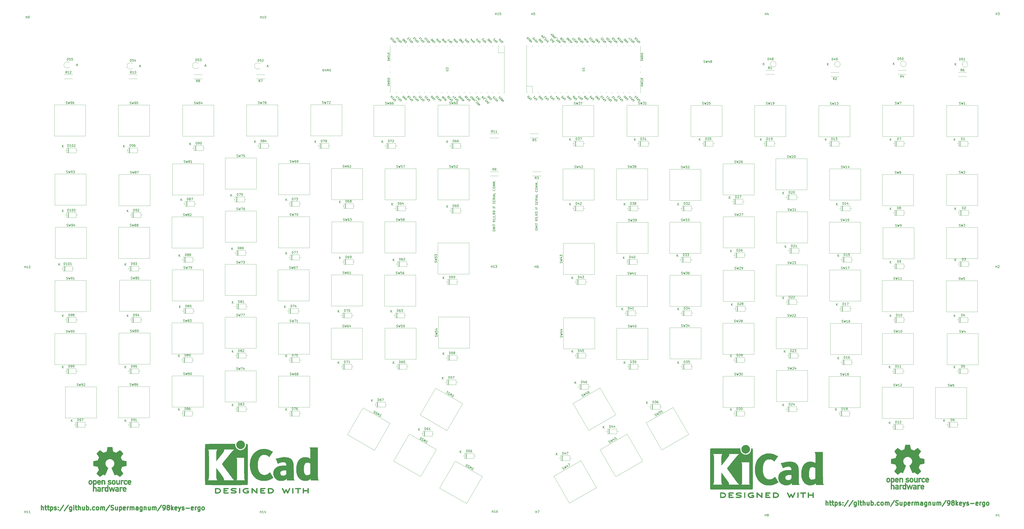
<source format=gbr>
%TF.GenerationSoftware,KiCad,Pcbnew,6.0.9-8da3e8f707~117~ubuntu20.04.1*%
%TF.CreationDate,2022-12-03T18:10:28+01:00*%
%TF.ProjectId,98keys-split-pcb,39386b65-7973-42d7-9370-6c69742d7063,rev?*%
%TF.SameCoordinates,Original*%
%TF.FileFunction,Legend,Top*%
%TF.FilePolarity,Positive*%
%FSLAX46Y46*%
G04 Gerber Fmt 4.6, Leading zero omitted, Abs format (unit mm)*
G04 Created by KiCad (PCBNEW 6.0.9-8da3e8f707~117~ubuntu20.04.1) date 2022-12-03 18:10:28*
%MOMM*%
%LPD*%
G01*
G04 APERTURE LIST*
%ADD10C,0.150000*%
%ADD11C,0.500000*%
%ADD12C,0.010000*%
%ADD13C,0.120000*%
%ADD14R,1.600000X1.600000*%
%ADD15O,1.600000X1.600000*%
%ADD16C,7.500000*%
%ADD17C,1.700000*%
%ADD18C,4.000000*%
%ADD19C,2.200000*%
%ADD20R,1.500000X1.500000*%
%ADD21O,1.500000X1.500000*%
%ADD22C,1.400000*%
%ADD23O,1.400000X1.400000*%
%ADD24R,1.800000X1.800000*%
%ADD25O,1.800000X1.800000*%
%ADD26O,1.700000X1.700000*%
%ADD27R,1.700000X3.500000*%
%ADD28R,1.700000X1.700000*%
%ADD29R,3.500000X1.700000*%
%ADD30C,1.200000*%
G04 APERTURE END LIST*
D10*
X319452380Y-124571428D02*
X319452380Y-124380952D01*
X319500000Y-124285714D01*
X319595238Y-124190476D01*
X319785714Y-124142857D01*
X320119047Y-124142857D01*
X320309523Y-124190476D01*
X320404761Y-124285714D01*
X320452380Y-124380952D01*
X320452380Y-124571428D01*
X320404761Y-124666666D01*
X320309523Y-124761904D01*
X320119047Y-124809523D01*
X319785714Y-124809523D01*
X319595238Y-124761904D01*
X319500000Y-124666666D01*
X319452380Y-124571428D01*
X320452380Y-123714285D02*
X319452380Y-123714285D01*
X320166666Y-123380952D01*
X319452380Y-123047619D01*
X320452380Y-123047619D01*
X320452380Y-122571428D02*
X319452380Y-122571428D01*
X319452380Y-122238095D02*
X319452380Y-121666666D01*
X320452380Y-121952380D02*
X319452380Y-121952380D01*
X320452380Y-120000000D02*
X319976190Y-120333333D01*
X320452380Y-120571428D02*
X319452380Y-120571428D01*
X319452380Y-120190476D01*
X319500000Y-120095238D01*
X319547619Y-120047619D01*
X319642857Y-120000000D01*
X319785714Y-120000000D01*
X319880952Y-120047619D01*
X319928571Y-120095238D01*
X319976190Y-120190476D01*
X319976190Y-120571428D01*
X319452380Y-119095238D02*
X319452380Y-119571428D01*
X319928571Y-119619047D01*
X319880952Y-119571428D01*
X319833333Y-119476190D01*
X319833333Y-119238095D01*
X319880952Y-119142857D01*
X319928571Y-119095238D01*
X320023809Y-119047619D01*
X320261904Y-119047619D01*
X320357142Y-119095238D01*
X320404761Y-119142857D01*
X320452380Y-119238095D01*
X320452380Y-119476190D01*
X320404761Y-119571428D01*
X320357142Y-119619047D01*
X320404761Y-118571428D02*
X320452380Y-118571428D01*
X320547619Y-118619047D01*
X320595238Y-118666666D01*
X320452380Y-117571428D02*
X319976190Y-117904761D01*
X320452380Y-118142857D02*
X319452380Y-118142857D01*
X319452380Y-117761904D01*
X319500000Y-117666666D01*
X319547619Y-117619047D01*
X319642857Y-117571428D01*
X319785714Y-117571428D01*
X319880952Y-117619047D01*
X319928571Y-117666666D01*
X319976190Y-117761904D01*
X319976190Y-118142857D01*
X319452380Y-117238095D02*
X319452380Y-116619047D01*
X319833333Y-116952380D01*
X319833333Y-116809523D01*
X319880952Y-116714285D01*
X319928571Y-116666666D01*
X320023809Y-116619047D01*
X320261904Y-116619047D01*
X320357142Y-116666666D01*
X320404761Y-116714285D01*
X320452380Y-116809523D01*
X320452380Y-117095238D01*
X320404761Y-117190476D01*
X320357142Y-117238095D01*
X320452380Y-115428571D02*
X319452380Y-115428571D01*
X319928571Y-114619047D02*
X319928571Y-114952380D01*
X320452380Y-114952380D02*
X319452380Y-114952380D01*
X319452380Y-114476190D01*
X320404761Y-113380952D02*
X320452380Y-113238095D01*
X320452380Y-113000000D01*
X320404761Y-112904761D01*
X320357142Y-112857142D01*
X320261904Y-112809523D01*
X320166666Y-112809523D01*
X320071428Y-112857142D01*
X320023809Y-112904761D01*
X319976190Y-113000000D01*
X319928571Y-113190476D01*
X319880952Y-113285714D01*
X319833333Y-113333333D01*
X319738095Y-113380952D01*
X319642857Y-113380952D01*
X319547619Y-113333333D01*
X319500000Y-113285714D01*
X319452380Y-113190476D01*
X319452380Y-112952380D01*
X319500000Y-112809523D01*
X319928571Y-112380952D02*
X319928571Y-112047619D01*
X320452380Y-111904761D02*
X320452380Y-112380952D01*
X319452380Y-112380952D01*
X319452380Y-111904761D01*
X320452380Y-110904761D02*
X319976190Y-111238095D01*
X320452380Y-111476190D02*
X319452380Y-111476190D01*
X319452380Y-111095238D01*
X319500000Y-111000000D01*
X319547619Y-110952380D01*
X319642857Y-110904761D01*
X319785714Y-110904761D01*
X319880952Y-110952380D01*
X319928571Y-111000000D01*
X319976190Y-111095238D01*
X319976190Y-111476190D01*
X320452380Y-110476190D02*
X319452380Y-110476190D01*
X320166666Y-110047619D02*
X320166666Y-109571428D01*
X320452380Y-110142857D02*
X319452380Y-109809523D01*
X320452380Y-109476190D01*
X320452380Y-108666666D02*
X320452380Y-109142857D01*
X319452380Y-109142857D01*
X320357142Y-107000000D02*
X320404761Y-107047619D01*
X320452380Y-107190476D01*
X320452380Y-107285714D01*
X320404761Y-107428571D01*
X320309523Y-107523809D01*
X320214285Y-107571428D01*
X320023809Y-107619047D01*
X319880952Y-107619047D01*
X319690476Y-107571428D01*
X319595238Y-107523809D01*
X319500000Y-107428571D01*
X319452380Y-107285714D01*
X319452380Y-107190476D01*
X319500000Y-107047619D01*
X319547619Y-107000000D01*
X319452380Y-106380952D02*
X319452380Y-106190476D01*
X319500000Y-106095238D01*
X319595238Y-106000000D01*
X319785714Y-105952380D01*
X320119047Y-105952380D01*
X320309523Y-106000000D01*
X320404761Y-106095238D01*
X320452380Y-106190476D01*
X320452380Y-106380952D01*
X320404761Y-106476190D01*
X320309523Y-106571428D01*
X320119047Y-106619047D01*
X319785714Y-106619047D01*
X319595238Y-106571428D01*
X319500000Y-106476190D01*
X319452380Y-106380952D01*
X320452380Y-105523809D02*
X319452380Y-105523809D01*
X320166666Y-105190476D01*
X319452380Y-104857142D01*
X320452380Y-104857142D01*
X320452380Y-104380952D02*
X319452380Y-104380952D01*
X320166666Y-104047619D01*
X319452380Y-103714285D01*
X320452380Y-103714285D01*
X320357142Y-103238095D02*
X320404761Y-103190476D01*
X320452380Y-103238095D01*
X320404761Y-103285714D01*
X320357142Y-103238095D01*
X320452380Y-103238095D01*
D11*
X98419047Y-250204761D02*
X98419047Y-248204761D01*
X99276190Y-250204761D02*
X99276190Y-249157142D01*
X99180952Y-248966666D01*
X98990476Y-248871428D01*
X98704761Y-248871428D01*
X98514285Y-248966666D01*
X98419047Y-249061904D01*
X99942857Y-248871428D02*
X100704761Y-248871428D01*
X100228571Y-248204761D02*
X100228571Y-249919047D01*
X100323809Y-250109523D01*
X100514285Y-250204761D01*
X100704761Y-250204761D01*
X101085714Y-248871428D02*
X101847619Y-248871428D01*
X101371428Y-248204761D02*
X101371428Y-249919047D01*
X101466666Y-250109523D01*
X101657142Y-250204761D01*
X101847619Y-250204761D01*
X102514285Y-248871428D02*
X102514285Y-250871428D01*
X102514285Y-248966666D02*
X102704761Y-248871428D01*
X103085714Y-248871428D01*
X103276190Y-248966666D01*
X103371428Y-249061904D01*
X103466666Y-249252380D01*
X103466666Y-249823809D01*
X103371428Y-250014285D01*
X103276190Y-250109523D01*
X103085714Y-250204761D01*
X102704761Y-250204761D01*
X102514285Y-250109523D01*
X104228571Y-250109523D02*
X104419047Y-250204761D01*
X104799999Y-250204761D01*
X104990476Y-250109523D01*
X105085714Y-249919047D01*
X105085714Y-249823809D01*
X104990476Y-249633333D01*
X104799999Y-249538095D01*
X104514285Y-249538095D01*
X104323809Y-249442857D01*
X104228571Y-249252380D01*
X104228571Y-249157142D01*
X104323809Y-248966666D01*
X104514285Y-248871428D01*
X104799999Y-248871428D01*
X104990476Y-248966666D01*
X105942857Y-250014285D02*
X106038095Y-250109523D01*
X105942857Y-250204761D01*
X105847619Y-250109523D01*
X105942857Y-250014285D01*
X105942857Y-250204761D01*
X105942857Y-248966666D02*
X106038095Y-249061904D01*
X105942857Y-249157142D01*
X105847619Y-249061904D01*
X105942857Y-248966666D01*
X105942857Y-249157142D01*
X108323809Y-248109523D02*
X106609523Y-250680952D01*
X110419047Y-248109523D02*
X108704761Y-250680952D01*
X111942857Y-248871428D02*
X111942857Y-250490476D01*
X111847619Y-250680952D01*
X111752380Y-250776190D01*
X111561904Y-250871428D01*
X111276190Y-250871428D01*
X111085714Y-250776190D01*
X111942857Y-250109523D02*
X111752380Y-250204761D01*
X111371428Y-250204761D01*
X111180952Y-250109523D01*
X111085714Y-250014285D01*
X110990476Y-249823809D01*
X110990476Y-249252380D01*
X111085714Y-249061904D01*
X111180952Y-248966666D01*
X111371428Y-248871428D01*
X111752380Y-248871428D01*
X111942857Y-248966666D01*
X112895238Y-250204761D02*
X112895238Y-248871428D01*
X112895238Y-248204761D02*
X112799999Y-248300000D01*
X112895238Y-248395238D01*
X112990476Y-248300000D01*
X112895238Y-248204761D01*
X112895238Y-248395238D01*
X113561904Y-248871428D02*
X114323809Y-248871428D01*
X113847619Y-248204761D02*
X113847619Y-249919047D01*
X113942857Y-250109523D01*
X114133333Y-250204761D01*
X114323809Y-250204761D01*
X114990476Y-250204761D02*
X114990476Y-248204761D01*
X115847619Y-250204761D02*
X115847619Y-249157142D01*
X115752380Y-248966666D01*
X115561904Y-248871428D01*
X115276190Y-248871428D01*
X115085714Y-248966666D01*
X114990476Y-249061904D01*
X117657142Y-248871428D02*
X117657142Y-250204761D01*
X116800000Y-248871428D02*
X116800000Y-249919047D01*
X116895238Y-250109523D01*
X117085714Y-250204761D01*
X117371428Y-250204761D01*
X117561904Y-250109523D01*
X117657142Y-250014285D01*
X118609523Y-250204761D02*
X118609523Y-248204761D01*
X118609523Y-248966666D02*
X118800000Y-248871428D01*
X119180952Y-248871428D01*
X119371428Y-248966666D01*
X119466666Y-249061904D01*
X119561904Y-249252380D01*
X119561904Y-249823809D01*
X119466666Y-250014285D01*
X119371428Y-250109523D01*
X119180952Y-250204761D01*
X118800000Y-250204761D01*
X118609523Y-250109523D01*
X120419047Y-250014285D02*
X120514285Y-250109523D01*
X120419047Y-250204761D01*
X120323809Y-250109523D01*
X120419047Y-250014285D01*
X120419047Y-250204761D01*
X122228571Y-250109523D02*
X122038095Y-250204761D01*
X121657142Y-250204761D01*
X121466666Y-250109523D01*
X121371428Y-250014285D01*
X121276190Y-249823809D01*
X121276190Y-249252380D01*
X121371428Y-249061904D01*
X121466666Y-248966666D01*
X121657142Y-248871428D01*
X122038095Y-248871428D01*
X122228571Y-248966666D01*
X123371428Y-250204761D02*
X123180952Y-250109523D01*
X123085714Y-250014285D01*
X122990476Y-249823809D01*
X122990476Y-249252380D01*
X123085714Y-249061904D01*
X123180952Y-248966666D01*
X123371428Y-248871428D01*
X123657142Y-248871428D01*
X123847619Y-248966666D01*
X123942857Y-249061904D01*
X124038095Y-249252380D01*
X124038095Y-249823809D01*
X123942857Y-250014285D01*
X123847619Y-250109523D01*
X123657142Y-250204761D01*
X123371428Y-250204761D01*
X124895238Y-250204761D02*
X124895238Y-248871428D01*
X124895238Y-249061904D02*
X124990476Y-248966666D01*
X125180952Y-248871428D01*
X125466666Y-248871428D01*
X125657142Y-248966666D01*
X125752380Y-249157142D01*
X125752380Y-250204761D01*
X125752380Y-249157142D02*
X125847619Y-248966666D01*
X126038095Y-248871428D01*
X126323809Y-248871428D01*
X126514285Y-248966666D01*
X126609523Y-249157142D01*
X126609523Y-250204761D01*
X128990476Y-248109523D02*
X127276190Y-250680952D01*
X129561904Y-250109523D02*
X129847619Y-250204761D01*
X130323809Y-250204761D01*
X130514285Y-250109523D01*
X130609523Y-250014285D01*
X130704761Y-249823809D01*
X130704761Y-249633333D01*
X130609523Y-249442857D01*
X130514285Y-249347619D01*
X130323809Y-249252380D01*
X129942857Y-249157142D01*
X129752380Y-249061904D01*
X129657142Y-248966666D01*
X129561904Y-248776190D01*
X129561904Y-248585714D01*
X129657142Y-248395238D01*
X129752380Y-248300000D01*
X129942857Y-248204761D01*
X130419047Y-248204761D01*
X130704761Y-248300000D01*
X132419047Y-248871428D02*
X132419047Y-250204761D01*
X131561904Y-248871428D02*
X131561904Y-249919047D01*
X131657142Y-250109523D01*
X131847619Y-250204761D01*
X132133333Y-250204761D01*
X132323809Y-250109523D01*
X132419047Y-250014285D01*
X133371428Y-248871428D02*
X133371428Y-250871428D01*
X133371428Y-248966666D02*
X133561904Y-248871428D01*
X133942857Y-248871428D01*
X134133333Y-248966666D01*
X134228571Y-249061904D01*
X134323809Y-249252380D01*
X134323809Y-249823809D01*
X134228571Y-250014285D01*
X134133333Y-250109523D01*
X133942857Y-250204761D01*
X133561904Y-250204761D01*
X133371428Y-250109523D01*
X135942857Y-250109523D02*
X135752380Y-250204761D01*
X135371428Y-250204761D01*
X135180952Y-250109523D01*
X135085714Y-249919047D01*
X135085714Y-249157142D01*
X135180952Y-248966666D01*
X135371428Y-248871428D01*
X135752380Y-248871428D01*
X135942857Y-248966666D01*
X136038095Y-249157142D01*
X136038095Y-249347619D01*
X135085714Y-249538095D01*
X136895238Y-250204761D02*
X136895238Y-248871428D01*
X136895238Y-249252380D02*
X136990476Y-249061904D01*
X137085714Y-248966666D01*
X137276190Y-248871428D01*
X137466666Y-248871428D01*
X138133333Y-250204761D02*
X138133333Y-248871428D01*
X138133333Y-249061904D02*
X138228571Y-248966666D01*
X138419047Y-248871428D01*
X138704761Y-248871428D01*
X138895238Y-248966666D01*
X138990476Y-249157142D01*
X138990476Y-250204761D01*
X138990476Y-249157142D02*
X139085714Y-248966666D01*
X139276190Y-248871428D01*
X139561904Y-248871428D01*
X139752380Y-248966666D01*
X139847619Y-249157142D01*
X139847619Y-250204761D01*
X141657142Y-250204761D02*
X141657142Y-249157142D01*
X141561904Y-248966666D01*
X141371428Y-248871428D01*
X140990476Y-248871428D01*
X140800000Y-248966666D01*
X141657142Y-250109523D02*
X141466666Y-250204761D01*
X140990476Y-250204761D01*
X140800000Y-250109523D01*
X140704761Y-249919047D01*
X140704761Y-249728571D01*
X140800000Y-249538095D01*
X140990476Y-249442857D01*
X141466666Y-249442857D01*
X141657142Y-249347619D01*
X143466666Y-248871428D02*
X143466666Y-250490476D01*
X143371428Y-250680952D01*
X143276190Y-250776190D01*
X143085714Y-250871428D01*
X142799999Y-250871428D01*
X142609523Y-250776190D01*
X143466666Y-250109523D02*
X143276190Y-250204761D01*
X142895238Y-250204761D01*
X142704761Y-250109523D01*
X142609523Y-250014285D01*
X142514285Y-249823809D01*
X142514285Y-249252380D01*
X142609523Y-249061904D01*
X142704761Y-248966666D01*
X142895238Y-248871428D01*
X143276190Y-248871428D01*
X143466666Y-248966666D01*
X144419047Y-248871428D02*
X144419047Y-250204761D01*
X144419047Y-249061904D02*
X144514285Y-248966666D01*
X144704761Y-248871428D01*
X144990476Y-248871428D01*
X145180952Y-248966666D01*
X145276190Y-249157142D01*
X145276190Y-250204761D01*
X147085714Y-248871428D02*
X147085714Y-250204761D01*
X146228571Y-248871428D02*
X146228571Y-249919047D01*
X146323809Y-250109523D01*
X146514285Y-250204761D01*
X146799999Y-250204761D01*
X146990476Y-250109523D01*
X147085714Y-250014285D01*
X148038095Y-250204761D02*
X148038095Y-248871428D01*
X148038095Y-249061904D02*
X148133333Y-248966666D01*
X148323809Y-248871428D01*
X148609523Y-248871428D01*
X148799999Y-248966666D01*
X148895238Y-249157142D01*
X148895238Y-250204761D01*
X148895238Y-249157142D02*
X148990476Y-248966666D01*
X149180952Y-248871428D01*
X149466666Y-248871428D01*
X149657142Y-248966666D01*
X149752380Y-249157142D01*
X149752380Y-250204761D01*
X152133333Y-248109523D02*
X150419047Y-250680952D01*
X152895238Y-250204761D02*
X153276190Y-250204761D01*
X153466666Y-250109523D01*
X153561904Y-250014285D01*
X153752380Y-249728571D01*
X153847619Y-249347619D01*
X153847619Y-248585714D01*
X153752380Y-248395238D01*
X153657142Y-248300000D01*
X153466666Y-248204761D01*
X153085714Y-248204761D01*
X152895238Y-248300000D01*
X152799999Y-248395238D01*
X152704761Y-248585714D01*
X152704761Y-249061904D01*
X152799999Y-249252380D01*
X152895238Y-249347619D01*
X153085714Y-249442857D01*
X153466666Y-249442857D01*
X153657142Y-249347619D01*
X153752380Y-249252380D01*
X153847619Y-249061904D01*
X154990476Y-249061904D02*
X154799999Y-248966666D01*
X154704761Y-248871428D01*
X154609523Y-248680952D01*
X154609523Y-248585714D01*
X154704761Y-248395238D01*
X154799999Y-248300000D01*
X154990476Y-248204761D01*
X155371428Y-248204761D01*
X155561904Y-248300000D01*
X155657142Y-248395238D01*
X155752380Y-248585714D01*
X155752380Y-248680952D01*
X155657142Y-248871428D01*
X155561904Y-248966666D01*
X155371428Y-249061904D01*
X154990476Y-249061904D01*
X154799999Y-249157142D01*
X154704761Y-249252380D01*
X154609523Y-249442857D01*
X154609523Y-249823809D01*
X154704761Y-250014285D01*
X154799999Y-250109523D01*
X154990476Y-250204761D01*
X155371428Y-250204761D01*
X155561904Y-250109523D01*
X155657142Y-250014285D01*
X155752380Y-249823809D01*
X155752380Y-249442857D01*
X155657142Y-249252380D01*
X155561904Y-249157142D01*
X155371428Y-249061904D01*
X156609523Y-250204761D02*
X156609523Y-248204761D01*
X156799999Y-249442857D02*
X157371428Y-250204761D01*
X157371428Y-248871428D02*
X156609523Y-249633333D01*
X158990476Y-250109523D02*
X158799999Y-250204761D01*
X158419047Y-250204761D01*
X158228571Y-250109523D01*
X158133333Y-249919047D01*
X158133333Y-249157142D01*
X158228571Y-248966666D01*
X158419047Y-248871428D01*
X158799999Y-248871428D01*
X158990476Y-248966666D01*
X159085714Y-249157142D01*
X159085714Y-249347619D01*
X158133333Y-249538095D01*
X159752380Y-248871428D02*
X160228571Y-250204761D01*
X160704761Y-248871428D02*
X160228571Y-250204761D01*
X160038095Y-250680952D01*
X159942857Y-250776190D01*
X159752380Y-250871428D01*
X161371428Y-250109523D02*
X161561904Y-250204761D01*
X161942857Y-250204761D01*
X162133333Y-250109523D01*
X162228571Y-249919047D01*
X162228571Y-249823809D01*
X162133333Y-249633333D01*
X161942857Y-249538095D01*
X161657142Y-249538095D01*
X161466666Y-249442857D01*
X161371428Y-249252380D01*
X161371428Y-249157142D01*
X161466666Y-248966666D01*
X161657142Y-248871428D01*
X161942857Y-248871428D01*
X162133333Y-248966666D01*
X163085714Y-249442857D02*
X164609523Y-249442857D01*
X166323809Y-250109523D02*
X166133333Y-250204761D01*
X165752380Y-250204761D01*
X165561904Y-250109523D01*
X165466666Y-249919047D01*
X165466666Y-249157142D01*
X165561904Y-248966666D01*
X165752380Y-248871428D01*
X166133333Y-248871428D01*
X166323809Y-248966666D01*
X166419047Y-249157142D01*
X166419047Y-249347619D01*
X165466666Y-249538095D01*
X167276190Y-250204761D02*
X167276190Y-248871428D01*
X167276190Y-249252380D02*
X167371428Y-249061904D01*
X167466666Y-248966666D01*
X167657142Y-248871428D01*
X167847619Y-248871428D01*
X169371428Y-248871428D02*
X169371428Y-250490476D01*
X169276190Y-250680952D01*
X169180952Y-250776190D01*
X168990476Y-250871428D01*
X168704761Y-250871428D01*
X168514285Y-250776190D01*
X169371428Y-250109523D02*
X169180952Y-250204761D01*
X168799999Y-250204761D01*
X168609523Y-250109523D01*
X168514285Y-250014285D01*
X168419047Y-249823809D01*
X168419047Y-249252380D01*
X168514285Y-249061904D01*
X168609523Y-248966666D01*
X168799999Y-248871428D01*
X169180952Y-248871428D01*
X169371428Y-248966666D01*
X170609523Y-250204761D02*
X170419047Y-250109523D01*
X170323809Y-250014285D01*
X170228571Y-249823809D01*
X170228571Y-249252380D01*
X170323809Y-249061904D01*
X170419047Y-248966666D01*
X170609523Y-248871428D01*
X170895238Y-248871428D01*
X171085714Y-248966666D01*
X171180952Y-249061904D01*
X171276190Y-249252380D01*
X171276190Y-249823809D01*
X171180952Y-250014285D01*
X171085714Y-250109523D01*
X170895238Y-250204761D01*
X170609523Y-250204761D01*
X449519047Y-248104761D02*
X449519047Y-246104761D01*
X450376190Y-248104761D02*
X450376190Y-247057142D01*
X450280952Y-246866666D01*
X450090476Y-246771428D01*
X449804761Y-246771428D01*
X449614285Y-246866666D01*
X449519047Y-246961904D01*
X451042857Y-246771428D02*
X451804761Y-246771428D01*
X451328571Y-246104761D02*
X451328571Y-247819047D01*
X451423809Y-248009523D01*
X451614285Y-248104761D01*
X451804761Y-248104761D01*
X452185714Y-246771428D02*
X452947619Y-246771428D01*
X452471428Y-246104761D02*
X452471428Y-247819047D01*
X452566666Y-248009523D01*
X452757142Y-248104761D01*
X452947619Y-248104761D01*
X453614285Y-246771428D02*
X453614285Y-248771428D01*
X453614285Y-246866666D02*
X453804761Y-246771428D01*
X454185714Y-246771428D01*
X454376190Y-246866666D01*
X454471428Y-246961904D01*
X454566666Y-247152380D01*
X454566666Y-247723809D01*
X454471428Y-247914285D01*
X454376190Y-248009523D01*
X454185714Y-248104761D01*
X453804761Y-248104761D01*
X453614285Y-248009523D01*
X455328571Y-248009523D02*
X455519047Y-248104761D01*
X455900000Y-248104761D01*
X456090476Y-248009523D01*
X456185714Y-247819047D01*
X456185714Y-247723809D01*
X456090476Y-247533333D01*
X455900000Y-247438095D01*
X455614285Y-247438095D01*
X455423809Y-247342857D01*
X455328571Y-247152380D01*
X455328571Y-247057142D01*
X455423809Y-246866666D01*
X455614285Y-246771428D01*
X455900000Y-246771428D01*
X456090476Y-246866666D01*
X457042857Y-247914285D02*
X457138095Y-248009523D01*
X457042857Y-248104761D01*
X456947619Y-248009523D01*
X457042857Y-247914285D01*
X457042857Y-248104761D01*
X457042857Y-246866666D02*
X457138095Y-246961904D01*
X457042857Y-247057142D01*
X456947619Y-246961904D01*
X457042857Y-246866666D01*
X457042857Y-247057142D01*
X459423809Y-246009523D02*
X457709523Y-248580952D01*
X461519047Y-246009523D02*
X459804761Y-248580952D01*
X463042857Y-246771428D02*
X463042857Y-248390476D01*
X462947619Y-248580952D01*
X462852380Y-248676190D01*
X462661904Y-248771428D01*
X462376190Y-248771428D01*
X462185714Y-248676190D01*
X463042857Y-248009523D02*
X462852380Y-248104761D01*
X462471428Y-248104761D01*
X462280952Y-248009523D01*
X462185714Y-247914285D01*
X462090476Y-247723809D01*
X462090476Y-247152380D01*
X462185714Y-246961904D01*
X462280952Y-246866666D01*
X462471428Y-246771428D01*
X462852380Y-246771428D01*
X463042857Y-246866666D01*
X463995238Y-248104761D02*
X463995238Y-246771428D01*
X463995238Y-246104761D02*
X463900000Y-246200000D01*
X463995238Y-246295238D01*
X464090476Y-246200000D01*
X463995238Y-246104761D01*
X463995238Y-246295238D01*
X464661904Y-246771428D02*
X465423809Y-246771428D01*
X464947619Y-246104761D02*
X464947619Y-247819047D01*
X465042857Y-248009523D01*
X465233333Y-248104761D01*
X465423809Y-248104761D01*
X466090476Y-248104761D02*
X466090476Y-246104761D01*
X466947619Y-248104761D02*
X466947619Y-247057142D01*
X466852380Y-246866666D01*
X466661904Y-246771428D01*
X466376190Y-246771428D01*
X466185714Y-246866666D01*
X466090476Y-246961904D01*
X468757142Y-246771428D02*
X468757142Y-248104761D01*
X467900000Y-246771428D02*
X467900000Y-247819047D01*
X467995238Y-248009523D01*
X468185714Y-248104761D01*
X468471428Y-248104761D01*
X468661904Y-248009523D01*
X468757142Y-247914285D01*
X469709523Y-248104761D02*
X469709523Y-246104761D01*
X469709523Y-246866666D02*
X469900000Y-246771428D01*
X470280952Y-246771428D01*
X470471428Y-246866666D01*
X470566666Y-246961904D01*
X470661904Y-247152380D01*
X470661904Y-247723809D01*
X470566666Y-247914285D01*
X470471428Y-248009523D01*
X470280952Y-248104761D01*
X469900000Y-248104761D01*
X469709523Y-248009523D01*
X471519047Y-247914285D02*
X471614285Y-248009523D01*
X471519047Y-248104761D01*
X471423809Y-248009523D01*
X471519047Y-247914285D01*
X471519047Y-248104761D01*
X473328571Y-248009523D02*
X473138095Y-248104761D01*
X472757142Y-248104761D01*
X472566666Y-248009523D01*
X472471428Y-247914285D01*
X472376190Y-247723809D01*
X472376190Y-247152380D01*
X472471428Y-246961904D01*
X472566666Y-246866666D01*
X472757142Y-246771428D01*
X473138095Y-246771428D01*
X473328571Y-246866666D01*
X474471428Y-248104761D02*
X474280952Y-248009523D01*
X474185714Y-247914285D01*
X474090476Y-247723809D01*
X474090476Y-247152380D01*
X474185714Y-246961904D01*
X474280952Y-246866666D01*
X474471428Y-246771428D01*
X474757142Y-246771428D01*
X474947619Y-246866666D01*
X475042857Y-246961904D01*
X475138095Y-247152380D01*
X475138095Y-247723809D01*
X475042857Y-247914285D01*
X474947619Y-248009523D01*
X474757142Y-248104761D01*
X474471428Y-248104761D01*
X475995238Y-248104761D02*
X475995238Y-246771428D01*
X475995238Y-246961904D02*
X476090476Y-246866666D01*
X476280952Y-246771428D01*
X476566666Y-246771428D01*
X476757142Y-246866666D01*
X476852380Y-247057142D01*
X476852380Y-248104761D01*
X476852380Y-247057142D02*
X476947619Y-246866666D01*
X477138095Y-246771428D01*
X477423809Y-246771428D01*
X477614285Y-246866666D01*
X477709523Y-247057142D01*
X477709523Y-248104761D01*
X480090476Y-246009523D02*
X478376190Y-248580952D01*
X480661904Y-248009523D02*
X480947619Y-248104761D01*
X481423809Y-248104761D01*
X481614285Y-248009523D01*
X481709523Y-247914285D01*
X481804761Y-247723809D01*
X481804761Y-247533333D01*
X481709523Y-247342857D01*
X481614285Y-247247619D01*
X481423809Y-247152380D01*
X481042857Y-247057142D01*
X480852380Y-246961904D01*
X480757142Y-246866666D01*
X480661904Y-246676190D01*
X480661904Y-246485714D01*
X480757142Y-246295238D01*
X480852380Y-246200000D01*
X481042857Y-246104761D01*
X481519047Y-246104761D01*
X481804761Y-246200000D01*
X483519047Y-246771428D02*
X483519047Y-248104761D01*
X482661904Y-246771428D02*
X482661904Y-247819047D01*
X482757142Y-248009523D01*
X482947619Y-248104761D01*
X483233333Y-248104761D01*
X483423809Y-248009523D01*
X483519047Y-247914285D01*
X484471428Y-246771428D02*
X484471428Y-248771428D01*
X484471428Y-246866666D02*
X484661904Y-246771428D01*
X485042857Y-246771428D01*
X485233333Y-246866666D01*
X485328571Y-246961904D01*
X485423809Y-247152380D01*
X485423809Y-247723809D01*
X485328571Y-247914285D01*
X485233333Y-248009523D01*
X485042857Y-248104761D01*
X484661904Y-248104761D01*
X484471428Y-248009523D01*
X487042857Y-248009523D02*
X486852380Y-248104761D01*
X486471428Y-248104761D01*
X486280952Y-248009523D01*
X486185714Y-247819047D01*
X486185714Y-247057142D01*
X486280952Y-246866666D01*
X486471428Y-246771428D01*
X486852380Y-246771428D01*
X487042857Y-246866666D01*
X487138095Y-247057142D01*
X487138095Y-247247619D01*
X486185714Y-247438095D01*
X487995238Y-248104761D02*
X487995238Y-246771428D01*
X487995238Y-247152380D02*
X488090476Y-246961904D01*
X488185714Y-246866666D01*
X488376190Y-246771428D01*
X488566666Y-246771428D01*
X489233333Y-248104761D02*
X489233333Y-246771428D01*
X489233333Y-246961904D02*
X489328571Y-246866666D01*
X489519047Y-246771428D01*
X489804761Y-246771428D01*
X489995238Y-246866666D01*
X490090476Y-247057142D01*
X490090476Y-248104761D01*
X490090476Y-247057142D02*
X490185714Y-246866666D01*
X490376190Y-246771428D01*
X490661904Y-246771428D01*
X490852380Y-246866666D01*
X490947619Y-247057142D01*
X490947619Y-248104761D01*
X492757142Y-248104761D02*
X492757142Y-247057142D01*
X492661904Y-246866666D01*
X492471428Y-246771428D01*
X492090476Y-246771428D01*
X491900000Y-246866666D01*
X492757142Y-248009523D02*
X492566666Y-248104761D01*
X492090476Y-248104761D01*
X491900000Y-248009523D01*
X491804761Y-247819047D01*
X491804761Y-247628571D01*
X491900000Y-247438095D01*
X492090476Y-247342857D01*
X492566666Y-247342857D01*
X492757142Y-247247619D01*
X494566666Y-246771428D02*
X494566666Y-248390476D01*
X494471428Y-248580952D01*
X494376190Y-248676190D01*
X494185714Y-248771428D01*
X493900000Y-248771428D01*
X493709523Y-248676190D01*
X494566666Y-248009523D02*
X494376190Y-248104761D01*
X493995238Y-248104761D01*
X493804761Y-248009523D01*
X493709523Y-247914285D01*
X493614285Y-247723809D01*
X493614285Y-247152380D01*
X493709523Y-246961904D01*
X493804761Y-246866666D01*
X493995238Y-246771428D01*
X494376190Y-246771428D01*
X494566666Y-246866666D01*
X495519047Y-246771428D02*
X495519047Y-248104761D01*
X495519047Y-246961904D02*
X495614285Y-246866666D01*
X495804761Y-246771428D01*
X496090476Y-246771428D01*
X496280952Y-246866666D01*
X496376190Y-247057142D01*
X496376190Y-248104761D01*
X498185714Y-246771428D02*
X498185714Y-248104761D01*
X497328571Y-246771428D02*
X497328571Y-247819047D01*
X497423809Y-248009523D01*
X497614285Y-248104761D01*
X497900000Y-248104761D01*
X498090476Y-248009523D01*
X498185714Y-247914285D01*
X499138095Y-248104761D02*
X499138095Y-246771428D01*
X499138095Y-246961904D02*
X499233333Y-246866666D01*
X499423809Y-246771428D01*
X499709523Y-246771428D01*
X499900000Y-246866666D01*
X499995238Y-247057142D01*
X499995238Y-248104761D01*
X499995238Y-247057142D02*
X500090476Y-246866666D01*
X500280952Y-246771428D01*
X500566666Y-246771428D01*
X500757142Y-246866666D01*
X500852380Y-247057142D01*
X500852380Y-248104761D01*
X503233333Y-246009523D02*
X501519047Y-248580952D01*
X503995238Y-248104761D02*
X504376190Y-248104761D01*
X504566666Y-248009523D01*
X504661904Y-247914285D01*
X504852380Y-247628571D01*
X504947619Y-247247619D01*
X504947619Y-246485714D01*
X504852380Y-246295238D01*
X504757142Y-246200000D01*
X504566666Y-246104761D01*
X504185714Y-246104761D01*
X503995238Y-246200000D01*
X503900000Y-246295238D01*
X503804761Y-246485714D01*
X503804761Y-246961904D01*
X503900000Y-247152380D01*
X503995238Y-247247619D01*
X504185714Y-247342857D01*
X504566666Y-247342857D01*
X504757142Y-247247619D01*
X504852380Y-247152380D01*
X504947619Y-246961904D01*
X506090476Y-246961904D02*
X505900000Y-246866666D01*
X505804761Y-246771428D01*
X505709523Y-246580952D01*
X505709523Y-246485714D01*
X505804761Y-246295238D01*
X505900000Y-246200000D01*
X506090476Y-246104761D01*
X506471428Y-246104761D01*
X506661904Y-246200000D01*
X506757142Y-246295238D01*
X506852380Y-246485714D01*
X506852380Y-246580952D01*
X506757142Y-246771428D01*
X506661904Y-246866666D01*
X506471428Y-246961904D01*
X506090476Y-246961904D01*
X505900000Y-247057142D01*
X505804761Y-247152380D01*
X505709523Y-247342857D01*
X505709523Y-247723809D01*
X505804761Y-247914285D01*
X505900000Y-248009523D01*
X506090476Y-248104761D01*
X506471428Y-248104761D01*
X506661904Y-248009523D01*
X506757142Y-247914285D01*
X506852380Y-247723809D01*
X506852380Y-247342857D01*
X506757142Y-247152380D01*
X506661904Y-247057142D01*
X506471428Y-246961904D01*
X507709523Y-248104761D02*
X507709523Y-246104761D01*
X507899999Y-247342857D02*
X508471428Y-248104761D01*
X508471428Y-246771428D02*
X507709523Y-247533333D01*
X510090476Y-248009523D02*
X509899999Y-248104761D01*
X509519047Y-248104761D01*
X509328571Y-248009523D01*
X509233333Y-247819047D01*
X509233333Y-247057142D01*
X509328571Y-246866666D01*
X509519047Y-246771428D01*
X509899999Y-246771428D01*
X510090476Y-246866666D01*
X510185714Y-247057142D01*
X510185714Y-247247619D01*
X509233333Y-247438095D01*
X510852380Y-246771428D02*
X511328571Y-248104761D01*
X511804761Y-246771428D02*
X511328571Y-248104761D01*
X511138095Y-248580952D01*
X511042857Y-248676190D01*
X510852380Y-248771428D01*
X512471428Y-248009523D02*
X512661904Y-248104761D01*
X513042857Y-248104761D01*
X513233333Y-248009523D01*
X513328571Y-247819047D01*
X513328571Y-247723809D01*
X513233333Y-247533333D01*
X513042857Y-247438095D01*
X512757142Y-247438095D01*
X512566666Y-247342857D01*
X512471428Y-247152380D01*
X512471428Y-247057142D01*
X512566666Y-246866666D01*
X512757142Y-246771428D01*
X513042857Y-246771428D01*
X513233333Y-246866666D01*
X514185714Y-247342857D02*
X515709523Y-247342857D01*
X517423809Y-248009523D02*
X517233333Y-248104761D01*
X516852380Y-248104761D01*
X516661904Y-248009523D01*
X516566666Y-247819047D01*
X516566666Y-247057142D01*
X516661904Y-246866666D01*
X516852380Y-246771428D01*
X517233333Y-246771428D01*
X517423809Y-246866666D01*
X517519047Y-247057142D01*
X517519047Y-247247619D01*
X516566666Y-247438095D01*
X518376190Y-248104761D02*
X518376190Y-246771428D01*
X518376190Y-247152380D02*
X518471428Y-246961904D01*
X518566666Y-246866666D01*
X518757142Y-246771428D01*
X518947619Y-246771428D01*
X520471428Y-246771428D02*
X520471428Y-248390476D01*
X520376190Y-248580952D01*
X520280952Y-248676190D01*
X520090476Y-248771428D01*
X519804761Y-248771428D01*
X519614285Y-248676190D01*
X520471428Y-248009523D02*
X520280952Y-248104761D01*
X519900000Y-248104761D01*
X519709523Y-248009523D01*
X519614285Y-247914285D01*
X519519047Y-247723809D01*
X519519047Y-247152380D01*
X519614285Y-246961904D01*
X519709523Y-246866666D01*
X519900000Y-246771428D01*
X520280952Y-246771428D01*
X520471428Y-246866666D01*
X521709523Y-248104761D02*
X521519047Y-248009523D01*
X521423809Y-247914285D01*
X521328571Y-247723809D01*
X521328571Y-247152380D01*
X521423809Y-246961904D01*
X521519047Y-246866666D01*
X521709523Y-246771428D01*
X521995238Y-246771428D01*
X522185714Y-246866666D01*
X522280952Y-246961904D01*
X522376190Y-247152380D01*
X522376190Y-247723809D01*
X522280952Y-247914285D01*
X522185714Y-248009523D01*
X521995238Y-248104761D01*
X521709523Y-248104761D01*
D10*
X300452380Y-125047619D02*
X300452380Y-124857142D01*
X300500000Y-124761904D01*
X300595238Y-124666666D01*
X300785714Y-124619047D01*
X301119047Y-124619047D01*
X301309523Y-124666666D01*
X301404761Y-124761904D01*
X301452380Y-124857142D01*
X301452380Y-125047619D01*
X301404761Y-125142857D01*
X301309523Y-125238095D01*
X301119047Y-125285714D01*
X300785714Y-125285714D01*
X300595238Y-125238095D01*
X300500000Y-125142857D01*
X300452380Y-125047619D01*
X301452380Y-124190476D02*
X300452380Y-124190476D01*
X301166666Y-123857142D01*
X300452380Y-123523809D01*
X301452380Y-123523809D01*
X301452380Y-123047619D02*
X300452380Y-123047619D01*
X300452380Y-122714285D02*
X300452380Y-122142857D01*
X301452380Y-122428571D02*
X300452380Y-122428571D01*
X301452380Y-120476190D02*
X300976190Y-120809523D01*
X301452380Y-121047619D02*
X300452380Y-121047619D01*
X300452380Y-120666666D01*
X300500000Y-120571428D01*
X300547619Y-120523809D01*
X300642857Y-120476190D01*
X300785714Y-120476190D01*
X300880952Y-120523809D01*
X300928571Y-120571428D01*
X300976190Y-120666666D01*
X300976190Y-121047619D01*
X301452380Y-119523809D02*
X301452380Y-120095238D01*
X301452380Y-119809523D02*
X300452380Y-119809523D01*
X300595238Y-119904761D01*
X300690476Y-120000000D01*
X300738095Y-120095238D01*
X301452380Y-118571428D02*
X301452380Y-119142857D01*
X301452380Y-118857142D02*
X300452380Y-118857142D01*
X300595238Y-118952380D01*
X300690476Y-119047619D01*
X300738095Y-119142857D01*
X301404761Y-118095238D02*
X301452380Y-118095238D01*
X301547619Y-118142857D01*
X301595238Y-118190476D01*
X301452380Y-117095238D02*
X300976190Y-117428571D01*
X301452380Y-117666666D02*
X300452380Y-117666666D01*
X300452380Y-117285714D01*
X300500000Y-117190476D01*
X300547619Y-117142857D01*
X300642857Y-117095238D01*
X300785714Y-117095238D01*
X300880952Y-117142857D01*
X300928571Y-117190476D01*
X300976190Y-117285714D01*
X300976190Y-117666666D01*
X301452380Y-116619047D02*
X301452380Y-116428571D01*
X301404761Y-116333333D01*
X301357142Y-116285714D01*
X301214285Y-116190476D01*
X301023809Y-116142857D01*
X300642857Y-116142857D01*
X300547619Y-116190476D01*
X300500000Y-116238095D01*
X300452380Y-116333333D01*
X300452380Y-116523809D01*
X300500000Y-116619047D01*
X300547619Y-116666666D01*
X300642857Y-116714285D01*
X300880952Y-116714285D01*
X300976190Y-116666666D01*
X301023809Y-116619047D01*
X301071428Y-116523809D01*
X301071428Y-116333333D01*
X301023809Y-116238095D01*
X300976190Y-116190476D01*
X300880952Y-116142857D01*
X301452380Y-114952380D02*
X300452380Y-114952380D01*
X300928571Y-114142857D02*
X300928571Y-114476190D01*
X301452380Y-114476190D02*
X300452380Y-114476190D01*
X300452380Y-114000000D01*
X301404761Y-112904761D02*
X301452380Y-112761904D01*
X301452380Y-112523809D01*
X301404761Y-112428571D01*
X301357142Y-112380952D01*
X301261904Y-112333333D01*
X301166666Y-112333333D01*
X301071428Y-112380952D01*
X301023809Y-112428571D01*
X300976190Y-112523809D01*
X300928571Y-112714285D01*
X300880952Y-112809523D01*
X300833333Y-112857142D01*
X300738095Y-112904761D01*
X300642857Y-112904761D01*
X300547619Y-112857142D01*
X300500000Y-112809523D01*
X300452380Y-112714285D01*
X300452380Y-112476190D01*
X300500000Y-112333333D01*
X300928571Y-111904761D02*
X300928571Y-111571428D01*
X301452380Y-111428571D02*
X301452380Y-111904761D01*
X300452380Y-111904761D01*
X300452380Y-111428571D01*
X301452380Y-110428571D02*
X300976190Y-110761904D01*
X301452380Y-111000000D02*
X300452380Y-111000000D01*
X300452380Y-110619047D01*
X300500000Y-110523809D01*
X300547619Y-110476190D01*
X300642857Y-110428571D01*
X300785714Y-110428571D01*
X300880952Y-110476190D01*
X300928571Y-110523809D01*
X300976190Y-110619047D01*
X300976190Y-111000000D01*
X301452380Y-110000000D02*
X300452380Y-110000000D01*
X301166666Y-109571428D02*
X301166666Y-109095238D01*
X301452380Y-109666666D02*
X300452380Y-109333333D01*
X301452380Y-109000000D01*
X301452380Y-108190476D02*
X301452380Y-108666666D01*
X300452380Y-108666666D01*
X301357142Y-106523809D02*
X301404761Y-106571428D01*
X301452380Y-106714285D01*
X301452380Y-106809523D01*
X301404761Y-106952380D01*
X301309523Y-107047619D01*
X301214285Y-107095238D01*
X301023809Y-107142857D01*
X300880952Y-107142857D01*
X300690476Y-107095238D01*
X300595238Y-107047619D01*
X300500000Y-106952380D01*
X300452380Y-106809523D01*
X300452380Y-106714285D01*
X300500000Y-106571428D01*
X300547619Y-106523809D01*
X300452380Y-105904761D02*
X300452380Y-105714285D01*
X300500000Y-105619047D01*
X300595238Y-105523809D01*
X300785714Y-105476190D01*
X301119047Y-105476190D01*
X301309523Y-105523809D01*
X301404761Y-105619047D01*
X301452380Y-105714285D01*
X301452380Y-105904761D01*
X301404761Y-106000000D01*
X301309523Y-106095238D01*
X301119047Y-106142857D01*
X300785714Y-106142857D01*
X300595238Y-106095238D01*
X300500000Y-106000000D01*
X300452380Y-105904761D01*
X301452380Y-105047619D02*
X300452380Y-105047619D01*
X301166666Y-104714285D01*
X300452380Y-104380952D01*
X301452380Y-104380952D01*
X301452380Y-103904761D02*
X300452380Y-103904761D01*
X301166666Y-103571428D01*
X300452380Y-103238095D01*
X301452380Y-103238095D01*
X301357142Y-102761904D02*
X301404761Y-102714285D01*
X301452380Y-102761904D01*
X301404761Y-102809523D01*
X301357142Y-102761904D01*
X301452380Y-102761904D01*
%TO.C,D23*%
X433595714Y-179332380D02*
X433595714Y-178332380D01*
X433833809Y-178332380D01*
X433976666Y-178380000D01*
X434071904Y-178475238D01*
X434119523Y-178570476D01*
X434167142Y-178760952D01*
X434167142Y-178903809D01*
X434119523Y-179094285D01*
X434071904Y-179189523D01*
X433976666Y-179284761D01*
X433833809Y-179332380D01*
X433595714Y-179332380D01*
X434548095Y-178427619D02*
X434595714Y-178380000D01*
X434690952Y-178332380D01*
X434929047Y-178332380D01*
X435024285Y-178380000D01*
X435071904Y-178427619D01*
X435119523Y-178522857D01*
X435119523Y-178618095D01*
X435071904Y-178760952D01*
X434500476Y-179332380D01*
X435119523Y-179332380D01*
X435452857Y-178332380D02*
X436071904Y-178332380D01*
X435738571Y-178713333D01*
X435881428Y-178713333D01*
X435976666Y-178760952D01*
X436024285Y-178808571D01*
X436071904Y-178903809D01*
X436071904Y-179141904D01*
X436024285Y-179237142D01*
X435976666Y-179284761D01*
X435881428Y-179332380D01*
X435595714Y-179332380D01*
X435500476Y-179284761D01*
X435452857Y-179237142D01*
X430738095Y-179652380D02*
X430738095Y-178652380D01*
X431309523Y-179652380D02*
X430880952Y-179080952D01*
X431309523Y-178652380D02*
X430738095Y-179223809D01*
%TO.C,D91*%
X138595714Y-210332380D02*
X138595714Y-209332380D01*
X138833809Y-209332380D01*
X138976666Y-209380000D01*
X139071904Y-209475238D01*
X139119523Y-209570476D01*
X139167142Y-209760952D01*
X139167142Y-209903809D01*
X139119523Y-210094285D01*
X139071904Y-210189523D01*
X138976666Y-210284761D01*
X138833809Y-210332380D01*
X138595714Y-210332380D01*
X139643333Y-210332380D02*
X139833809Y-210332380D01*
X139929047Y-210284761D01*
X139976666Y-210237142D01*
X140071904Y-210094285D01*
X140119523Y-209903809D01*
X140119523Y-209522857D01*
X140071904Y-209427619D01*
X140024285Y-209380000D01*
X139929047Y-209332380D01*
X139738571Y-209332380D01*
X139643333Y-209380000D01*
X139595714Y-209427619D01*
X139548095Y-209522857D01*
X139548095Y-209760952D01*
X139595714Y-209856190D01*
X139643333Y-209903809D01*
X139738571Y-209951428D01*
X139929047Y-209951428D01*
X140024285Y-209903809D01*
X140071904Y-209856190D01*
X140119523Y-209760952D01*
X141071904Y-210332380D02*
X140500476Y-210332380D01*
X140786190Y-210332380D02*
X140786190Y-209332380D01*
X140690952Y-209475238D01*
X140595714Y-209570476D01*
X140500476Y-209618095D01*
X135738095Y-210652380D02*
X135738095Y-209652380D01*
X136309523Y-210652380D02*
X135880952Y-210080952D01*
X136309523Y-209652380D02*
X135738095Y-210223809D01*
%TO.C,D61*%
X269975714Y-214332380D02*
X269975714Y-213332380D01*
X270213809Y-213332380D01*
X270356666Y-213380000D01*
X270451904Y-213475238D01*
X270499523Y-213570476D01*
X270547142Y-213760952D01*
X270547142Y-213903809D01*
X270499523Y-214094285D01*
X270451904Y-214189523D01*
X270356666Y-214284761D01*
X270213809Y-214332380D01*
X269975714Y-214332380D01*
X271404285Y-213332380D02*
X271213809Y-213332380D01*
X271118571Y-213380000D01*
X271070952Y-213427619D01*
X270975714Y-213570476D01*
X270928095Y-213760952D01*
X270928095Y-214141904D01*
X270975714Y-214237142D01*
X271023333Y-214284761D01*
X271118571Y-214332380D01*
X271309047Y-214332380D01*
X271404285Y-214284761D01*
X271451904Y-214237142D01*
X271499523Y-214141904D01*
X271499523Y-213903809D01*
X271451904Y-213808571D01*
X271404285Y-213760952D01*
X271309047Y-213713333D01*
X271118571Y-213713333D01*
X271023333Y-213760952D01*
X270975714Y-213808571D01*
X270928095Y-213903809D01*
X272451904Y-214332380D02*
X271880476Y-214332380D01*
X272166190Y-214332380D02*
X272166190Y-213332380D01*
X272070952Y-213475238D01*
X271975714Y-213570476D01*
X271880476Y-213618095D01*
X267118095Y-214652380D02*
X267118095Y-213652380D01*
X267689523Y-214652380D02*
X267260952Y-214080952D01*
X267689523Y-213652380D02*
X267118095Y-214223809D01*
%TO.C,H15*%
X301511904Y-28302380D02*
X301511904Y-27302380D01*
X301511904Y-27778571D02*
X302083333Y-27778571D01*
X302083333Y-28302380D02*
X302083333Y-27302380D01*
X303083333Y-28302380D02*
X302511904Y-28302380D01*
X302797619Y-28302380D02*
X302797619Y-27302380D01*
X302702380Y-27445238D01*
X302607142Y-27540476D01*
X302511904Y-27588095D01*
X303988095Y-27302380D02*
X303511904Y-27302380D01*
X303464285Y-27778571D01*
X303511904Y-27730952D01*
X303607142Y-27683333D01*
X303845238Y-27683333D01*
X303940476Y-27730952D01*
X303988095Y-27778571D01*
X304035714Y-27873809D01*
X304035714Y-28111904D01*
X303988095Y-28207142D01*
X303940476Y-28254761D01*
X303845238Y-28302380D01*
X303607142Y-28302380D01*
X303511904Y-28254761D01*
X303464285Y-28207142D01*
%TO.C,D90*%
X167595714Y-86332380D02*
X167595714Y-85332380D01*
X167833809Y-85332380D01*
X167976666Y-85380000D01*
X168071904Y-85475238D01*
X168119523Y-85570476D01*
X168167142Y-85760952D01*
X168167142Y-85903809D01*
X168119523Y-86094285D01*
X168071904Y-86189523D01*
X167976666Y-86284761D01*
X167833809Y-86332380D01*
X167595714Y-86332380D01*
X168643333Y-86332380D02*
X168833809Y-86332380D01*
X168929047Y-86284761D01*
X168976666Y-86237142D01*
X169071904Y-86094285D01*
X169119523Y-85903809D01*
X169119523Y-85522857D01*
X169071904Y-85427619D01*
X169024285Y-85380000D01*
X168929047Y-85332380D01*
X168738571Y-85332380D01*
X168643333Y-85380000D01*
X168595714Y-85427619D01*
X168548095Y-85522857D01*
X168548095Y-85760952D01*
X168595714Y-85856190D01*
X168643333Y-85903809D01*
X168738571Y-85951428D01*
X168929047Y-85951428D01*
X169024285Y-85903809D01*
X169071904Y-85856190D01*
X169119523Y-85760952D01*
X169738571Y-85332380D02*
X169833809Y-85332380D01*
X169929047Y-85380000D01*
X169976666Y-85427619D01*
X170024285Y-85522857D01*
X170071904Y-85713333D01*
X170071904Y-85951428D01*
X170024285Y-86141904D01*
X169976666Y-86237142D01*
X169929047Y-86284761D01*
X169833809Y-86332380D01*
X169738571Y-86332380D01*
X169643333Y-86284761D01*
X169595714Y-86237142D01*
X169548095Y-86141904D01*
X169500476Y-85951428D01*
X169500476Y-85713333D01*
X169548095Y-85522857D01*
X169595714Y-85427619D01*
X169643333Y-85380000D01*
X169738571Y-85332380D01*
X164738095Y-86652380D02*
X164738095Y-85652380D01*
X165309523Y-86652380D02*
X164880952Y-86080952D01*
X165309523Y-85652380D02*
X164738095Y-86223809D01*
%TO.C,D79*%
X185975714Y-109332380D02*
X185975714Y-108332380D01*
X186213809Y-108332380D01*
X186356666Y-108380000D01*
X186451904Y-108475238D01*
X186499523Y-108570476D01*
X186547142Y-108760952D01*
X186547142Y-108903809D01*
X186499523Y-109094285D01*
X186451904Y-109189523D01*
X186356666Y-109284761D01*
X186213809Y-109332380D01*
X185975714Y-109332380D01*
X186880476Y-108332380D02*
X187547142Y-108332380D01*
X187118571Y-109332380D01*
X187975714Y-109332380D02*
X188166190Y-109332380D01*
X188261428Y-109284761D01*
X188309047Y-109237142D01*
X188404285Y-109094285D01*
X188451904Y-108903809D01*
X188451904Y-108522857D01*
X188404285Y-108427619D01*
X188356666Y-108380000D01*
X188261428Y-108332380D01*
X188070952Y-108332380D01*
X187975714Y-108380000D01*
X187928095Y-108427619D01*
X187880476Y-108522857D01*
X187880476Y-108760952D01*
X187928095Y-108856190D01*
X187975714Y-108903809D01*
X188070952Y-108951428D01*
X188261428Y-108951428D01*
X188356666Y-108903809D01*
X188404285Y-108856190D01*
X188451904Y-108760952D01*
X183118095Y-109652380D02*
X183118095Y-108652380D01*
X183689523Y-109652380D02*
X183260952Y-109080952D01*
X183689523Y-108652380D02*
X183118095Y-109223809D01*
%TO.C,SW43*%
X331430761Y-139509523D02*
X331478380Y-139366666D01*
X331478380Y-139128571D01*
X331430761Y-139033333D01*
X331383142Y-138985714D01*
X331287904Y-138938095D01*
X331192666Y-138938095D01*
X331097428Y-138985714D01*
X331049809Y-139033333D01*
X331002190Y-139128571D01*
X330954571Y-139319047D01*
X330906952Y-139414285D01*
X330859333Y-139461904D01*
X330764095Y-139509523D01*
X330668857Y-139509523D01*
X330573619Y-139461904D01*
X330526000Y-139414285D01*
X330478380Y-139319047D01*
X330478380Y-139080952D01*
X330526000Y-138938095D01*
X330478380Y-138604761D02*
X331478380Y-138366666D01*
X330764095Y-138176190D01*
X331478380Y-137985714D01*
X330478380Y-137747619D01*
X330811714Y-136938095D02*
X331478380Y-136938095D01*
X330430761Y-137176190D02*
X331145047Y-137414285D01*
X331145047Y-136795238D01*
X330478380Y-136509523D02*
X330478380Y-135890476D01*
X330859333Y-136223809D01*
X330859333Y-136080952D01*
X330906952Y-135985714D01*
X330954571Y-135938095D01*
X331049809Y-135890476D01*
X331287904Y-135890476D01*
X331383142Y-135938095D01*
X331430761Y-135985714D01*
X331478380Y-136080952D01*
X331478380Y-136366666D01*
X331430761Y-136461904D01*
X331383142Y-136509523D01*
%TO.C,SW89*%
X138190476Y-170430761D02*
X138333333Y-170478380D01*
X138571428Y-170478380D01*
X138666666Y-170430761D01*
X138714285Y-170383142D01*
X138761904Y-170287904D01*
X138761904Y-170192666D01*
X138714285Y-170097428D01*
X138666666Y-170049809D01*
X138571428Y-170002190D01*
X138380952Y-169954571D01*
X138285714Y-169906952D01*
X138238095Y-169859333D01*
X138190476Y-169764095D01*
X138190476Y-169668857D01*
X138238095Y-169573619D01*
X138285714Y-169526000D01*
X138380952Y-169478380D01*
X138619047Y-169478380D01*
X138761904Y-169526000D01*
X139095238Y-169478380D02*
X139333333Y-170478380D01*
X139523809Y-169764095D01*
X139714285Y-170478380D01*
X139952380Y-169478380D01*
X140476190Y-169906952D02*
X140380952Y-169859333D01*
X140333333Y-169811714D01*
X140285714Y-169716476D01*
X140285714Y-169668857D01*
X140333333Y-169573619D01*
X140380952Y-169526000D01*
X140476190Y-169478380D01*
X140666666Y-169478380D01*
X140761904Y-169526000D01*
X140809523Y-169573619D01*
X140857142Y-169668857D01*
X140857142Y-169716476D01*
X140809523Y-169811714D01*
X140761904Y-169859333D01*
X140666666Y-169906952D01*
X140476190Y-169906952D01*
X140380952Y-169954571D01*
X140333333Y-170002190D01*
X140285714Y-170097428D01*
X140285714Y-170287904D01*
X140333333Y-170383142D01*
X140380952Y-170430761D01*
X140476190Y-170478380D01*
X140666666Y-170478380D01*
X140761904Y-170430761D01*
X140809523Y-170383142D01*
X140857142Y-170287904D01*
X140857142Y-170097428D01*
X140809523Y-170002190D01*
X140761904Y-169954571D01*
X140666666Y-169906952D01*
X141333333Y-170478380D02*
X141523809Y-170478380D01*
X141619047Y-170430761D01*
X141666666Y-170383142D01*
X141761904Y-170240285D01*
X141809523Y-170049809D01*
X141809523Y-169668857D01*
X141761904Y-169573619D01*
X141714285Y-169526000D01*
X141619047Y-169478380D01*
X141428571Y-169478380D01*
X141333333Y-169526000D01*
X141285714Y-169573619D01*
X141238095Y-169668857D01*
X141238095Y-169906952D01*
X141285714Y-170002190D01*
X141333333Y-170049809D01*
X141428571Y-170097428D01*
X141619047Y-170097428D01*
X141714285Y-170049809D01*
X141761904Y-170002190D01*
X141809523Y-169906952D01*
%TO.C,SW3*%
X509046666Y-123070761D02*
X509189523Y-123118380D01*
X509427619Y-123118380D01*
X509522857Y-123070761D01*
X509570476Y-123023142D01*
X509618095Y-122927904D01*
X509618095Y-122832666D01*
X509570476Y-122737428D01*
X509522857Y-122689809D01*
X509427619Y-122642190D01*
X509237142Y-122594571D01*
X509141904Y-122546952D01*
X509094285Y-122499333D01*
X509046666Y-122404095D01*
X509046666Y-122308857D01*
X509094285Y-122213619D01*
X509141904Y-122166000D01*
X509237142Y-122118380D01*
X509475238Y-122118380D01*
X509618095Y-122166000D01*
X509951428Y-122118380D02*
X510189523Y-123118380D01*
X510380000Y-122404095D01*
X510570476Y-123118380D01*
X510808571Y-122118380D01*
X511094285Y-122118380D02*
X511713333Y-122118380D01*
X511380000Y-122499333D01*
X511522857Y-122499333D01*
X511618095Y-122546952D01*
X511665714Y-122594571D01*
X511713333Y-122689809D01*
X511713333Y-122927904D01*
X511665714Y-123023142D01*
X511618095Y-123070761D01*
X511522857Y-123118380D01*
X511237142Y-123118380D01*
X511141904Y-123070761D01*
X511094285Y-123023142D01*
%TO.C,D44*%
X352595714Y-213332380D02*
X352595714Y-212332380D01*
X352833809Y-212332380D01*
X352976666Y-212380000D01*
X353071904Y-212475238D01*
X353119523Y-212570476D01*
X353167142Y-212760952D01*
X353167142Y-212903809D01*
X353119523Y-213094285D01*
X353071904Y-213189523D01*
X352976666Y-213284761D01*
X352833809Y-213332380D01*
X352595714Y-213332380D01*
X354024285Y-212665714D02*
X354024285Y-213332380D01*
X353786190Y-212284761D02*
X353548095Y-212999047D01*
X354167142Y-212999047D01*
X354976666Y-212665714D02*
X354976666Y-213332380D01*
X354738571Y-212284761D02*
X354500476Y-212999047D01*
X355119523Y-212999047D01*
X349738095Y-213652380D02*
X349738095Y-212652380D01*
X350309523Y-213652380D02*
X349880952Y-213080952D01*
X350309523Y-212652380D02*
X349738095Y-213223809D01*
%TO.C,D47*%
X331595714Y-225332380D02*
X331595714Y-224332380D01*
X331833809Y-224332380D01*
X331976666Y-224380000D01*
X332071904Y-224475238D01*
X332119523Y-224570476D01*
X332167142Y-224760952D01*
X332167142Y-224903809D01*
X332119523Y-225094285D01*
X332071904Y-225189523D01*
X331976666Y-225284761D01*
X331833809Y-225332380D01*
X331595714Y-225332380D01*
X333024285Y-224665714D02*
X333024285Y-225332380D01*
X332786190Y-224284761D02*
X332548095Y-224999047D01*
X333167142Y-224999047D01*
X333452857Y-224332380D02*
X334119523Y-224332380D01*
X333690952Y-225332380D01*
X328738095Y-225652380D02*
X328738095Y-224652380D01*
X329309523Y-225652380D02*
X328880952Y-225080952D01*
X329309523Y-224652380D02*
X328738095Y-225223809D01*
%TO.C,H3*%
X525538095Y-28302380D02*
X525538095Y-27302380D01*
X525538095Y-27778571D02*
X526109523Y-27778571D01*
X526109523Y-28302380D02*
X526109523Y-27302380D01*
X526490476Y-27302380D02*
X527109523Y-27302380D01*
X526776190Y-27683333D01*
X526919047Y-27683333D01*
X527014285Y-27730952D01*
X527061904Y-27778571D01*
X527109523Y-27873809D01*
X527109523Y-28111904D01*
X527061904Y-28207142D01*
X527014285Y-28254761D01*
X526919047Y-28302380D01*
X526633333Y-28302380D01*
X526538095Y-28254761D01*
X526490476Y-28207142D01*
%TO.C,D51*%
X509235714Y-48636720D02*
X509235714Y-47636720D01*
X509473809Y-47636720D01*
X509616666Y-47684340D01*
X509711904Y-47779578D01*
X509759523Y-47874816D01*
X509807142Y-48065292D01*
X509807142Y-48208149D01*
X509759523Y-48398625D01*
X509711904Y-48493863D01*
X509616666Y-48589101D01*
X509473809Y-48636720D01*
X509235714Y-48636720D01*
X510711904Y-47636720D02*
X510235714Y-47636720D01*
X510188095Y-48112911D01*
X510235714Y-48065292D01*
X510330952Y-48017673D01*
X510569047Y-48017673D01*
X510664285Y-48065292D01*
X510711904Y-48112911D01*
X510759523Y-48208149D01*
X510759523Y-48446244D01*
X510711904Y-48541482D01*
X510664285Y-48589101D01*
X510569047Y-48636720D01*
X510330952Y-48636720D01*
X510235714Y-48589101D01*
X510188095Y-48541482D01*
X511711904Y-48636720D02*
X511140476Y-48636720D01*
X511426190Y-48636720D02*
X511426190Y-47636720D01*
X511330952Y-47779578D01*
X511235714Y-47874816D01*
X511140476Y-47922435D01*
X507168095Y-50892380D02*
X507168095Y-49892380D01*
X507739523Y-50892380D02*
X507310952Y-50320952D01*
X507739523Y-49892380D02*
X507168095Y-50463809D01*
%TO.C,SW21*%
X432470476Y-116070761D02*
X432613333Y-116118380D01*
X432851428Y-116118380D01*
X432946666Y-116070761D01*
X432994285Y-116023142D01*
X433041904Y-115927904D01*
X433041904Y-115832666D01*
X432994285Y-115737428D01*
X432946666Y-115689809D01*
X432851428Y-115642190D01*
X432660952Y-115594571D01*
X432565714Y-115546952D01*
X432518095Y-115499333D01*
X432470476Y-115404095D01*
X432470476Y-115308857D01*
X432518095Y-115213619D01*
X432565714Y-115166000D01*
X432660952Y-115118380D01*
X432899047Y-115118380D01*
X433041904Y-115166000D01*
X433375238Y-115118380D02*
X433613333Y-116118380D01*
X433803809Y-115404095D01*
X433994285Y-116118380D01*
X434232380Y-115118380D01*
X434565714Y-115213619D02*
X434613333Y-115166000D01*
X434708571Y-115118380D01*
X434946666Y-115118380D01*
X435041904Y-115166000D01*
X435089523Y-115213619D01*
X435137142Y-115308857D01*
X435137142Y-115404095D01*
X435089523Y-115546952D01*
X434518095Y-116118380D01*
X435137142Y-116118380D01*
X436089523Y-116118380D02*
X435518095Y-116118380D01*
X435803809Y-116118380D02*
X435803809Y-115118380D01*
X435708571Y-115261238D01*
X435613333Y-115356476D01*
X435518095Y-115404095D01*
%TO.C,SW28*%
X408470476Y-165970761D02*
X408613333Y-166018380D01*
X408851428Y-166018380D01*
X408946666Y-165970761D01*
X408994285Y-165923142D01*
X409041904Y-165827904D01*
X409041904Y-165732666D01*
X408994285Y-165637428D01*
X408946666Y-165589809D01*
X408851428Y-165542190D01*
X408660952Y-165494571D01*
X408565714Y-165446952D01*
X408518095Y-165399333D01*
X408470476Y-165304095D01*
X408470476Y-165208857D01*
X408518095Y-165113619D01*
X408565714Y-165066000D01*
X408660952Y-165018380D01*
X408899047Y-165018380D01*
X409041904Y-165066000D01*
X409375238Y-165018380D02*
X409613333Y-166018380D01*
X409803809Y-165304095D01*
X409994285Y-166018380D01*
X410232380Y-165018380D01*
X410565714Y-165113619D02*
X410613333Y-165066000D01*
X410708571Y-165018380D01*
X410946666Y-165018380D01*
X411041904Y-165066000D01*
X411089523Y-165113619D01*
X411137142Y-165208857D01*
X411137142Y-165304095D01*
X411089523Y-165446952D01*
X410518095Y-166018380D01*
X411137142Y-166018380D01*
X411708571Y-165446952D02*
X411613333Y-165399333D01*
X411565714Y-165351714D01*
X411518095Y-165256476D01*
X411518095Y-165208857D01*
X411565714Y-165113619D01*
X411613333Y-165066000D01*
X411708571Y-165018380D01*
X411899047Y-165018380D01*
X411994285Y-165066000D01*
X412041904Y-165113619D01*
X412089523Y-165208857D01*
X412089523Y-165256476D01*
X412041904Y-165351714D01*
X411994285Y-165399333D01*
X411899047Y-165446952D01*
X411708571Y-165446952D01*
X411613333Y-165494571D01*
X411565714Y-165542190D01*
X411518095Y-165637428D01*
X411518095Y-165827904D01*
X411565714Y-165923142D01*
X411613333Y-165970761D01*
X411708571Y-166018380D01*
X411899047Y-166018380D01*
X411994285Y-165970761D01*
X412041904Y-165923142D01*
X412089523Y-165827904D01*
X412089523Y-165637428D01*
X412041904Y-165542190D01*
X411994285Y-165494571D01*
X411899047Y-165446952D01*
%TO.C,D26*%
X409595714Y-134332380D02*
X409595714Y-133332380D01*
X409833809Y-133332380D01*
X409976666Y-133380000D01*
X410071904Y-133475238D01*
X410119523Y-133570476D01*
X410167142Y-133760952D01*
X410167142Y-133903809D01*
X410119523Y-134094285D01*
X410071904Y-134189523D01*
X409976666Y-134284761D01*
X409833809Y-134332380D01*
X409595714Y-134332380D01*
X410548095Y-133427619D02*
X410595714Y-133380000D01*
X410690952Y-133332380D01*
X410929047Y-133332380D01*
X411024285Y-133380000D01*
X411071904Y-133427619D01*
X411119523Y-133522857D01*
X411119523Y-133618095D01*
X411071904Y-133760952D01*
X410500476Y-134332380D01*
X411119523Y-134332380D01*
X411976666Y-133332380D02*
X411786190Y-133332380D01*
X411690952Y-133380000D01*
X411643333Y-133427619D01*
X411548095Y-133570476D01*
X411500476Y-133760952D01*
X411500476Y-134141904D01*
X411548095Y-134237142D01*
X411595714Y-134284761D01*
X411690952Y-134332380D01*
X411881428Y-134332380D01*
X411976666Y-134284761D01*
X412024285Y-134237142D01*
X412071904Y-134141904D01*
X412071904Y-133903809D01*
X412024285Y-133808571D01*
X411976666Y-133760952D01*
X411881428Y-133713333D01*
X411690952Y-133713333D01*
X411595714Y-133760952D01*
X411548095Y-133808571D01*
X411500476Y-133903809D01*
X406738095Y-134652380D02*
X406738095Y-133652380D01*
X407309523Y-134652380D02*
X406880952Y-134080952D01*
X407309523Y-133652380D02*
X406738095Y-134223809D01*
%TO.C,D95*%
X138595714Y-186332380D02*
X138595714Y-185332380D01*
X138833809Y-185332380D01*
X138976666Y-185380000D01*
X139071904Y-185475238D01*
X139119523Y-185570476D01*
X139167142Y-185760952D01*
X139167142Y-185903809D01*
X139119523Y-186094285D01*
X139071904Y-186189523D01*
X138976666Y-186284761D01*
X138833809Y-186332380D01*
X138595714Y-186332380D01*
X139643333Y-186332380D02*
X139833809Y-186332380D01*
X139929047Y-186284761D01*
X139976666Y-186237142D01*
X140071904Y-186094285D01*
X140119523Y-185903809D01*
X140119523Y-185522857D01*
X140071904Y-185427619D01*
X140024285Y-185380000D01*
X139929047Y-185332380D01*
X139738571Y-185332380D01*
X139643333Y-185380000D01*
X139595714Y-185427619D01*
X139548095Y-185522857D01*
X139548095Y-185760952D01*
X139595714Y-185856190D01*
X139643333Y-185903809D01*
X139738571Y-185951428D01*
X139929047Y-185951428D01*
X140024285Y-185903809D01*
X140071904Y-185856190D01*
X140119523Y-185760952D01*
X141024285Y-185332380D02*
X140548095Y-185332380D01*
X140500476Y-185808571D01*
X140548095Y-185760952D01*
X140643333Y-185713333D01*
X140881428Y-185713333D01*
X140976666Y-185760952D01*
X141024285Y-185808571D01*
X141071904Y-185903809D01*
X141071904Y-186141904D01*
X141024285Y-186237142D01*
X140976666Y-186284761D01*
X140881428Y-186332380D01*
X140643333Y-186332380D01*
X140548095Y-186284761D01*
X140500476Y-186237142D01*
X135738095Y-186652380D02*
X135738095Y-185652380D01*
X136309523Y-186652380D02*
X135880952Y-186080952D01*
X136309523Y-185652380D02*
X135738095Y-186223809D01*
%TO.C,SW80*%
X161990476Y-189630761D02*
X162133333Y-189678380D01*
X162371428Y-189678380D01*
X162466666Y-189630761D01*
X162514285Y-189583142D01*
X162561904Y-189487904D01*
X162561904Y-189392666D01*
X162514285Y-189297428D01*
X162466666Y-189249809D01*
X162371428Y-189202190D01*
X162180952Y-189154571D01*
X162085714Y-189106952D01*
X162038095Y-189059333D01*
X161990476Y-188964095D01*
X161990476Y-188868857D01*
X162038095Y-188773619D01*
X162085714Y-188726000D01*
X162180952Y-188678380D01*
X162419047Y-188678380D01*
X162561904Y-188726000D01*
X162895238Y-188678380D02*
X163133333Y-189678380D01*
X163323809Y-188964095D01*
X163514285Y-189678380D01*
X163752380Y-188678380D01*
X164276190Y-189106952D02*
X164180952Y-189059333D01*
X164133333Y-189011714D01*
X164085714Y-188916476D01*
X164085714Y-188868857D01*
X164133333Y-188773619D01*
X164180952Y-188726000D01*
X164276190Y-188678380D01*
X164466666Y-188678380D01*
X164561904Y-188726000D01*
X164609523Y-188773619D01*
X164657142Y-188868857D01*
X164657142Y-188916476D01*
X164609523Y-189011714D01*
X164561904Y-189059333D01*
X164466666Y-189106952D01*
X164276190Y-189106952D01*
X164180952Y-189154571D01*
X164133333Y-189202190D01*
X164085714Y-189297428D01*
X164085714Y-189487904D01*
X164133333Y-189583142D01*
X164180952Y-189630761D01*
X164276190Y-189678380D01*
X164466666Y-189678380D01*
X164561904Y-189630761D01*
X164609523Y-189583142D01*
X164657142Y-189487904D01*
X164657142Y-189297428D01*
X164609523Y-189202190D01*
X164561904Y-189154571D01*
X164466666Y-189106952D01*
X165276190Y-188678380D02*
X165371428Y-188678380D01*
X165466666Y-188726000D01*
X165514285Y-188773619D01*
X165561904Y-188868857D01*
X165609523Y-189059333D01*
X165609523Y-189297428D01*
X165561904Y-189487904D01*
X165514285Y-189583142D01*
X165466666Y-189630761D01*
X165371428Y-189678380D01*
X165276190Y-189678380D01*
X165180952Y-189630761D01*
X165133333Y-189583142D01*
X165085714Y-189487904D01*
X165038095Y-189297428D01*
X165038095Y-189059333D01*
X165085714Y-188868857D01*
X165133333Y-188773619D01*
X165180952Y-188726000D01*
X165276190Y-188678380D01*
%TO.C,D43*%
X338595714Y-146332380D02*
X338595714Y-145332380D01*
X338833809Y-145332380D01*
X338976666Y-145380000D01*
X339071904Y-145475238D01*
X339119523Y-145570476D01*
X339167142Y-145760952D01*
X339167142Y-145903809D01*
X339119523Y-146094285D01*
X339071904Y-146189523D01*
X338976666Y-146284761D01*
X338833809Y-146332380D01*
X338595714Y-146332380D01*
X340024285Y-145665714D02*
X340024285Y-146332380D01*
X339786190Y-145284761D02*
X339548095Y-145999047D01*
X340167142Y-145999047D01*
X340452857Y-145332380D02*
X341071904Y-145332380D01*
X340738571Y-145713333D01*
X340881428Y-145713333D01*
X340976666Y-145760952D01*
X341024285Y-145808571D01*
X341071904Y-145903809D01*
X341071904Y-146141904D01*
X341024285Y-146237142D01*
X340976666Y-146284761D01*
X340881428Y-146332380D01*
X340595714Y-146332380D01*
X340500476Y-146284761D01*
X340452857Y-146237142D01*
X335738095Y-146652380D02*
X335738095Y-145652380D01*
X336309523Y-146652380D02*
X335880952Y-146080952D01*
X336309523Y-145652380D02*
X335738095Y-146223809D01*
%TO.C,SW5*%
X508946666Y-146970761D02*
X509089523Y-147018380D01*
X509327619Y-147018380D01*
X509422857Y-146970761D01*
X509470476Y-146923142D01*
X509518095Y-146827904D01*
X509518095Y-146732666D01*
X509470476Y-146637428D01*
X509422857Y-146589809D01*
X509327619Y-146542190D01*
X509137142Y-146494571D01*
X509041904Y-146446952D01*
X508994285Y-146399333D01*
X508946666Y-146304095D01*
X508946666Y-146208857D01*
X508994285Y-146113619D01*
X509041904Y-146066000D01*
X509137142Y-146018380D01*
X509375238Y-146018380D01*
X509518095Y-146066000D01*
X509851428Y-146018380D02*
X510089523Y-147018380D01*
X510280000Y-146304095D01*
X510470476Y-147018380D01*
X510708571Y-146018380D01*
X511565714Y-146018380D02*
X511089523Y-146018380D01*
X511041904Y-146494571D01*
X511089523Y-146446952D01*
X511184761Y-146399333D01*
X511422857Y-146399333D01*
X511518095Y-146446952D01*
X511565714Y-146494571D01*
X511613333Y-146589809D01*
X511613333Y-146827904D01*
X511565714Y-146923142D01*
X511518095Y-146970761D01*
X511422857Y-147018380D01*
X511184761Y-147018380D01*
X511089523Y-146970761D01*
X511041904Y-146923142D01*
%TO.C,R10*%
X138817142Y-54532380D02*
X138483809Y-54056190D01*
X138245714Y-54532380D02*
X138245714Y-53532380D01*
X138626666Y-53532380D01*
X138721904Y-53580000D01*
X138769523Y-53627619D01*
X138817142Y-53722857D01*
X138817142Y-53865714D01*
X138769523Y-53960952D01*
X138721904Y-54008571D01*
X138626666Y-54056190D01*
X138245714Y-54056190D01*
X139769523Y-54532380D02*
X139198095Y-54532380D01*
X139483809Y-54532380D02*
X139483809Y-53532380D01*
X139388571Y-53675238D01*
X139293333Y-53770476D01*
X139198095Y-53818095D01*
X140388571Y-53532380D02*
X140483809Y-53532380D01*
X140579047Y-53580000D01*
X140626666Y-53627619D01*
X140674285Y-53722857D01*
X140721904Y-53913333D01*
X140721904Y-54151428D01*
X140674285Y-54341904D01*
X140626666Y-54437142D01*
X140579047Y-54484761D01*
X140483809Y-54532380D01*
X140388571Y-54532380D01*
X140293333Y-54484761D01*
X140245714Y-54437142D01*
X140198095Y-54341904D01*
X140150476Y-54151428D01*
X140150476Y-53913333D01*
X140198095Y-53722857D01*
X140245714Y-53627619D01*
X140293333Y-53580000D01*
X140388571Y-53532380D01*
%TO.C,SW9*%
X480546666Y-123170761D02*
X480689523Y-123218380D01*
X480927619Y-123218380D01*
X481022857Y-123170761D01*
X481070476Y-123123142D01*
X481118095Y-123027904D01*
X481118095Y-122932666D01*
X481070476Y-122837428D01*
X481022857Y-122789809D01*
X480927619Y-122742190D01*
X480737142Y-122694571D01*
X480641904Y-122646952D01*
X480594285Y-122599333D01*
X480546666Y-122504095D01*
X480546666Y-122408857D01*
X480594285Y-122313619D01*
X480641904Y-122266000D01*
X480737142Y-122218380D01*
X480975238Y-122218380D01*
X481118095Y-122266000D01*
X481451428Y-122218380D02*
X481689523Y-123218380D01*
X481880000Y-122504095D01*
X482070476Y-123218380D01*
X482308571Y-122218380D01*
X482737142Y-123218380D02*
X482927619Y-123218380D01*
X483022857Y-123170761D01*
X483070476Y-123123142D01*
X483165714Y-122980285D01*
X483213333Y-122789809D01*
X483213333Y-122408857D01*
X483165714Y-122313619D01*
X483118095Y-122266000D01*
X483022857Y-122218380D01*
X482832380Y-122218380D01*
X482737142Y-122266000D01*
X482689523Y-122313619D01*
X482641904Y-122408857D01*
X482641904Y-122646952D01*
X482689523Y-122742190D01*
X482737142Y-122789809D01*
X482832380Y-122837428D01*
X483022857Y-122837428D01*
X483118095Y-122789809D01*
X483165714Y-122742190D01*
X483213333Y-122646952D01*
%TO.C,H11*%
X90861904Y-251602380D02*
X90861904Y-250602380D01*
X90861904Y-251078571D02*
X91433333Y-251078571D01*
X91433333Y-251602380D02*
X91433333Y-250602380D01*
X92433333Y-251602380D02*
X91861904Y-251602380D01*
X92147619Y-251602380D02*
X92147619Y-250602380D01*
X92052380Y-250745238D01*
X91957142Y-250840476D01*
X91861904Y-250888095D01*
X93385714Y-251602380D02*
X92814285Y-251602380D01*
X93100000Y-251602380D02*
X93100000Y-250602380D01*
X93004761Y-250745238D01*
X92909523Y-250840476D01*
X92814285Y-250888095D01*
%TO.C,SW35*%
X373218282Y-208196220D02*
X373365809Y-208166031D01*
X373572006Y-208046984D01*
X373630675Y-207958125D01*
X373648105Y-207893076D01*
X373641725Y-207786788D01*
X373594106Y-207704310D01*
X373505248Y-207645641D01*
X373440199Y-207628211D01*
X373333911Y-207634591D01*
X373145144Y-207688589D01*
X373038856Y-207694969D01*
X372973807Y-207677539D01*
X372884949Y-207618870D01*
X372837329Y-207536392D01*
X372830950Y-207430103D01*
X372848380Y-207365055D01*
X372907049Y-207276196D01*
X373113245Y-207157149D01*
X373260773Y-207126959D01*
X373525638Y-206919053D02*
X374231835Y-207666031D01*
X374039649Y-206952204D01*
X374561749Y-207475555D01*
X374267946Y-206490482D01*
X374515382Y-206347625D02*
X375051492Y-206038101D01*
X374953294Y-206534682D01*
X375077011Y-206463254D01*
X375183300Y-206456874D01*
X375248348Y-206474304D01*
X375337207Y-206532973D01*
X375456254Y-206739169D01*
X375462634Y-206845457D01*
X375445204Y-206910506D01*
X375386535Y-206999365D01*
X375139099Y-207142222D01*
X375032811Y-207148601D01*
X374967762Y-207131172D01*
X375835039Y-205585720D02*
X375422646Y-205823815D01*
X375619502Y-206260018D01*
X375636932Y-206194969D01*
X375695601Y-206106111D01*
X375901798Y-205987063D01*
X376008086Y-205980683D01*
X376073134Y-205998113D01*
X376161993Y-206056782D01*
X376281040Y-206262979D01*
X376287420Y-206369267D01*
X376269990Y-206434316D01*
X376211321Y-206523174D01*
X376005125Y-206642222D01*
X375898837Y-206648601D01*
X375833788Y-206631172D01*
%TO.C,SW34*%
X384770476Y-168070761D02*
X384913333Y-168118380D01*
X385151428Y-168118380D01*
X385246666Y-168070761D01*
X385294285Y-168023142D01*
X385341904Y-167927904D01*
X385341904Y-167832666D01*
X385294285Y-167737428D01*
X385246666Y-167689809D01*
X385151428Y-167642190D01*
X384960952Y-167594571D01*
X384865714Y-167546952D01*
X384818095Y-167499333D01*
X384770476Y-167404095D01*
X384770476Y-167308857D01*
X384818095Y-167213619D01*
X384865714Y-167166000D01*
X384960952Y-167118380D01*
X385199047Y-167118380D01*
X385341904Y-167166000D01*
X385675238Y-167118380D02*
X385913333Y-168118380D01*
X386103809Y-167404095D01*
X386294285Y-168118380D01*
X386532380Y-167118380D01*
X386818095Y-167118380D02*
X387437142Y-167118380D01*
X387103809Y-167499333D01*
X387246666Y-167499333D01*
X387341904Y-167546952D01*
X387389523Y-167594571D01*
X387437142Y-167689809D01*
X387437142Y-167927904D01*
X387389523Y-168023142D01*
X387341904Y-168070761D01*
X387246666Y-168118380D01*
X386960952Y-168118380D01*
X386865714Y-168070761D01*
X386818095Y-168023142D01*
X388294285Y-167451714D02*
X388294285Y-168118380D01*
X388056190Y-167070761D02*
X387818095Y-167785047D01*
X388437142Y-167785047D01*
%TO.C,H9*%
X91438095Y-29802380D02*
X91438095Y-28802380D01*
X91438095Y-29278571D02*
X92009523Y-29278571D01*
X92009523Y-29802380D02*
X92009523Y-28802380D01*
X92533333Y-29802380D02*
X92723809Y-29802380D01*
X92819047Y-29754761D01*
X92866666Y-29707142D01*
X92961904Y-29564285D01*
X93009523Y-29373809D01*
X93009523Y-28992857D01*
X92961904Y-28897619D01*
X92914285Y-28850000D01*
X92819047Y-28802380D01*
X92628571Y-28802380D01*
X92533333Y-28850000D01*
X92485714Y-28897619D01*
X92438095Y-28992857D01*
X92438095Y-29230952D01*
X92485714Y-29326190D01*
X92533333Y-29373809D01*
X92628571Y-29421428D01*
X92819047Y-29421428D01*
X92914285Y-29373809D01*
X92961904Y-29326190D01*
X93009523Y-29230952D01*
%TO.C,R11*%
X300357142Y-81032380D02*
X300023809Y-80556190D01*
X299785714Y-81032380D02*
X299785714Y-80032380D01*
X300166666Y-80032380D01*
X300261904Y-80080000D01*
X300309523Y-80127619D01*
X300357142Y-80222857D01*
X300357142Y-80365714D01*
X300309523Y-80460952D01*
X300261904Y-80508571D01*
X300166666Y-80556190D01*
X299785714Y-80556190D01*
X301309523Y-81032380D02*
X300738095Y-81032380D01*
X301023809Y-81032380D02*
X301023809Y-80032380D01*
X300928571Y-80175238D01*
X300833333Y-80270476D01*
X300738095Y-80318095D01*
X302261904Y-81032380D02*
X301690476Y-81032380D01*
X301976190Y-81032380D02*
X301976190Y-80032380D01*
X301880952Y-80175238D01*
X301785714Y-80270476D01*
X301690476Y-80318095D01*
%TO.C,SW53*%
X275350761Y-139269523D02*
X275398380Y-139126666D01*
X275398380Y-138888571D01*
X275350761Y-138793333D01*
X275303142Y-138745714D01*
X275207904Y-138698095D01*
X275112666Y-138698095D01*
X275017428Y-138745714D01*
X274969809Y-138793333D01*
X274922190Y-138888571D01*
X274874571Y-139079047D01*
X274826952Y-139174285D01*
X274779333Y-139221904D01*
X274684095Y-139269523D01*
X274588857Y-139269523D01*
X274493619Y-139221904D01*
X274446000Y-139174285D01*
X274398380Y-139079047D01*
X274398380Y-138840952D01*
X274446000Y-138698095D01*
X274398380Y-138364761D02*
X275398380Y-138126666D01*
X274684095Y-137936190D01*
X275398380Y-137745714D01*
X274398380Y-137507619D01*
X274398380Y-136650476D02*
X274398380Y-137126666D01*
X274874571Y-137174285D01*
X274826952Y-137126666D01*
X274779333Y-137031428D01*
X274779333Y-136793333D01*
X274826952Y-136698095D01*
X274874571Y-136650476D01*
X274969809Y-136602857D01*
X275207904Y-136602857D01*
X275303142Y-136650476D01*
X275350761Y-136698095D01*
X275398380Y-136793333D01*
X275398380Y-137031428D01*
X275350761Y-137126666D01*
X275303142Y-137174285D01*
X274398380Y-136269523D02*
X274398380Y-135650476D01*
X274779333Y-135983809D01*
X274779333Y-135840952D01*
X274826952Y-135745714D01*
X274874571Y-135698095D01*
X274969809Y-135650476D01*
X275207904Y-135650476D01*
X275303142Y-135698095D01*
X275350761Y-135745714D01*
X275398380Y-135840952D01*
X275398380Y-136126666D01*
X275350761Y-136221904D01*
X275303142Y-136269523D01*
%TO.C,D93*%
X138595714Y-140332380D02*
X138595714Y-139332380D01*
X138833809Y-139332380D01*
X138976666Y-139380000D01*
X139071904Y-139475238D01*
X139119523Y-139570476D01*
X139167142Y-139760952D01*
X139167142Y-139903809D01*
X139119523Y-140094285D01*
X139071904Y-140189523D01*
X138976666Y-140284761D01*
X138833809Y-140332380D01*
X138595714Y-140332380D01*
X139643333Y-140332380D02*
X139833809Y-140332380D01*
X139929047Y-140284761D01*
X139976666Y-140237142D01*
X140071904Y-140094285D01*
X140119523Y-139903809D01*
X140119523Y-139522857D01*
X140071904Y-139427619D01*
X140024285Y-139380000D01*
X139929047Y-139332380D01*
X139738571Y-139332380D01*
X139643333Y-139380000D01*
X139595714Y-139427619D01*
X139548095Y-139522857D01*
X139548095Y-139760952D01*
X139595714Y-139856190D01*
X139643333Y-139903809D01*
X139738571Y-139951428D01*
X139929047Y-139951428D01*
X140024285Y-139903809D01*
X140071904Y-139856190D01*
X140119523Y-139760952D01*
X140452857Y-139332380D02*
X141071904Y-139332380D01*
X140738571Y-139713333D01*
X140881428Y-139713333D01*
X140976666Y-139760952D01*
X141024285Y-139808571D01*
X141071904Y-139903809D01*
X141071904Y-140141904D01*
X141024285Y-140237142D01*
X140976666Y-140284761D01*
X140881428Y-140332380D01*
X140595714Y-140332380D01*
X140500476Y-140284761D01*
X140452857Y-140237142D01*
X135738095Y-140652380D02*
X135738095Y-139652380D01*
X136309523Y-140652380D02*
X135880952Y-140080952D01*
X136309523Y-139652380D02*
X135738095Y-140223809D01*
%TO.C,SW11*%
X479770476Y-146870761D02*
X479913333Y-146918380D01*
X480151428Y-146918380D01*
X480246666Y-146870761D01*
X480294285Y-146823142D01*
X480341904Y-146727904D01*
X480341904Y-146632666D01*
X480294285Y-146537428D01*
X480246666Y-146489809D01*
X480151428Y-146442190D01*
X479960952Y-146394571D01*
X479865714Y-146346952D01*
X479818095Y-146299333D01*
X479770476Y-146204095D01*
X479770476Y-146108857D01*
X479818095Y-146013619D01*
X479865714Y-145966000D01*
X479960952Y-145918380D01*
X480199047Y-145918380D01*
X480341904Y-145966000D01*
X480675238Y-145918380D02*
X480913333Y-146918380D01*
X481103809Y-146204095D01*
X481294285Y-146918380D01*
X481532380Y-145918380D01*
X482437142Y-146918380D02*
X481865714Y-146918380D01*
X482151428Y-146918380D02*
X482151428Y-145918380D01*
X482056190Y-146061238D01*
X481960952Y-146156476D01*
X481865714Y-146204095D01*
X483389523Y-146918380D02*
X482818095Y-146918380D01*
X483103809Y-146918380D02*
X483103809Y-145918380D01*
X483008571Y-146061238D01*
X482913333Y-146156476D01*
X482818095Y-146204095D01*
%TO.C,R8*%
X168293333Y-58372380D02*
X167960000Y-57896190D01*
X167721904Y-58372380D02*
X167721904Y-57372380D01*
X168102857Y-57372380D01*
X168198095Y-57420000D01*
X168245714Y-57467619D01*
X168293333Y-57562857D01*
X168293333Y-57705714D01*
X168245714Y-57800952D01*
X168198095Y-57848571D01*
X168102857Y-57896190D01*
X167721904Y-57896190D01*
X168864761Y-57800952D02*
X168769523Y-57753333D01*
X168721904Y-57705714D01*
X168674285Y-57610476D01*
X168674285Y-57562857D01*
X168721904Y-57467619D01*
X168769523Y-57420000D01*
X168864761Y-57372380D01*
X169055238Y-57372380D01*
X169150476Y-57420000D01*
X169198095Y-57467619D01*
X169245714Y-57562857D01*
X169245714Y-57610476D01*
X169198095Y-57705714D01*
X169150476Y-57753333D01*
X169055238Y-57800952D01*
X168864761Y-57800952D01*
X168769523Y-57848571D01*
X168721904Y-57896190D01*
X168674285Y-57991428D01*
X168674285Y-58181904D01*
X168721904Y-58277142D01*
X168769523Y-58324761D01*
X168864761Y-58372380D01*
X169055238Y-58372380D01*
X169150476Y-58324761D01*
X169198095Y-58277142D01*
X169245714Y-58181904D01*
X169245714Y-57991428D01*
X169198095Y-57896190D01*
X169150476Y-57848571D01*
X169055238Y-57800952D01*
%TO.C,D88*%
X162785714Y-136332380D02*
X162785714Y-135332380D01*
X163023809Y-135332380D01*
X163166666Y-135380000D01*
X163261904Y-135475238D01*
X163309523Y-135570476D01*
X163357142Y-135760952D01*
X163357142Y-135903809D01*
X163309523Y-136094285D01*
X163261904Y-136189523D01*
X163166666Y-136284761D01*
X163023809Y-136332380D01*
X162785714Y-136332380D01*
X163928571Y-135760952D02*
X163833333Y-135713333D01*
X163785714Y-135665714D01*
X163738095Y-135570476D01*
X163738095Y-135522857D01*
X163785714Y-135427619D01*
X163833333Y-135380000D01*
X163928571Y-135332380D01*
X164119047Y-135332380D01*
X164214285Y-135380000D01*
X164261904Y-135427619D01*
X164309523Y-135522857D01*
X164309523Y-135570476D01*
X164261904Y-135665714D01*
X164214285Y-135713333D01*
X164119047Y-135760952D01*
X163928571Y-135760952D01*
X163833333Y-135808571D01*
X163785714Y-135856190D01*
X163738095Y-135951428D01*
X163738095Y-136141904D01*
X163785714Y-136237142D01*
X163833333Y-136284761D01*
X163928571Y-136332380D01*
X164119047Y-136332380D01*
X164214285Y-136284761D01*
X164261904Y-136237142D01*
X164309523Y-136141904D01*
X164309523Y-135951428D01*
X164261904Y-135856190D01*
X164214285Y-135808571D01*
X164119047Y-135760952D01*
X164880952Y-135760952D02*
X164785714Y-135713333D01*
X164738095Y-135665714D01*
X164690476Y-135570476D01*
X164690476Y-135522857D01*
X164738095Y-135427619D01*
X164785714Y-135380000D01*
X164880952Y-135332380D01*
X165071428Y-135332380D01*
X165166666Y-135380000D01*
X165214285Y-135427619D01*
X165261904Y-135522857D01*
X165261904Y-135570476D01*
X165214285Y-135665714D01*
X165166666Y-135713333D01*
X165071428Y-135760952D01*
X164880952Y-135760952D01*
X164785714Y-135808571D01*
X164738095Y-135856190D01*
X164690476Y-135951428D01*
X164690476Y-136141904D01*
X164738095Y-136237142D01*
X164785714Y-136284761D01*
X164880952Y-136332380D01*
X165071428Y-136332380D01*
X165166666Y-136284761D01*
X165214285Y-136237142D01*
X165261904Y-136141904D01*
X165261904Y-135951428D01*
X165214285Y-135856190D01*
X165166666Y-135808571D01*
X165071428Y-135760952D01*
X159928095Y-136652380D02*
X159928095Y-135652380D01*
X160499523Y-136652380D02*
X160070952Y-136080952D01*
X160499523Y-135652380D02*
X159928095Y-136223809D01*
%TO.C,SW7*%
X480446666Y-68270761D02*
X480589523Y-68318380D01*
X480827619Y-68318380D01*
X480922857Y-68270761D01*
X480970476Y-68223142D01*
X481018095Y-68127904D01*
X481018095Y-68032666D01*
X480970476Y-67937428D01*
X480922857Y-67889809D01*
X480827619Y-67842190D01*
X480637142Y-67794571D01*
X480541904Y-67746952D01*
X480494285Y-67699333D01*
X480446666Y-67604095D01*
X480446666Y-67508857D01*
X480494285Y-67413619D01*
X480541904Y-67366000D01*
X480637142Y-67318380D01*
X480875238Y-67318380D01*
X481018095Y-67366000D01*
X481351428Y-67318380D02*
X481589523Y-68318380D01*
X481780000Y-67604095D01*
X481970476Y-68318380D01*
X482208571Y-67318380D01*
X482494285Y-67318380D02*
X483160952Y-67318380D01*
X482732380Y-68318380D01*
%TO.C,SW58*%
X257190476Y-120530761D02*
X257333333Y-120578380D01*
X257571428Y-120578380D01*
X257666666Y-120530761D01*
X257714285Y-120483142D01*
X257761904Y-120387904D01*
X257761904Y-120292666D01*
X257714285Y-120197428D01*
X257666666Y-120149809D01*
X257571428Y-120102190D01*
X257380952Y-120054571D01*
X257285714Y-120006952D01*
X257238095Y-119959333D01*
X257190476Y-119864095D01*
X257190476Y-119768857D01*
X257238095Y-119673619D01*
X257285714Y-119626000D01*
X257380952Y-119578380D01*
X257619047Y-119578380D01*
X257761904Y-119626000D01*
X258095238Y-119578380D02*
X258333333Y-120578380D01*
X258523809Y-119864095D01*
X258714285Y-120578380D01*
X258952380Y-119578380D01*
X259809523Y-119578380D02*
X259333333Y-119578380D01*
X259285714Y-120054571D01*
X259333333Y-120006952D01*
X259428571Y-119959333D01*
X259666666Y-119959333D01*
X259761904Y-120006952D01*
X259809523Y-120054571D01*
X259857142Y-120149809D01*
X259857142Y-120387904D01*
X259809523Y-120483142D01*
X259761904Y-120530761D01*
X259666666Y-120578380D01*
X259428571Y-120578380D01*
X259333333Y-120530761D01*
X259285714Y-120483142D01*
X260428571Y-120006952D02*
X260333333Y-119959333D01*
X260285714Y-119911714D01*
X260238095Y-119816476D01*
X260238095Y-119768857D01*
X260285714Y-119673619D01*
X260333333Y-119626000D01*
X260428571Y-119578380D01*
X260619047Y-119578380D01*
X260714285Y-119626000D01*
X260761904Y-119673619D01*
X260809523Y-119768857D01*
X260809523Y-119816476D01*
X260761904Y-119911714D01*
X260714285Y-119959333D01*
X260619047Y-120006952D01*
X260428571Y-120006952D01*
X260333333Y-120054571D01*
X260285714Y-120102190D01*
X260238095Y-120197428D01*
X260238095Y-120387904D01*
X260285714Y-120483142D01*
X260333333Y-120530761D01*
X260428571Y-120578380D01*
X260619047Y-120578380D01*
X260714285Y-120530761D01*
X260761904Y-120483142D01*
X260809523Y-120387904D01*
X260809523Y-120197428D01*
X260761904Y-120102190D01*
X260714285Y-120054571D01*
X260619047Y-120006952D01*
%TO.C,SW76*%
X185790476Y-115730761D02*
X185933333Y-115778380D01*
X186171428Y-115778380D01*
X186266666Y-115730761D01*
X186314285Y-115683142D01*
X186361904Y-115587904D01*
X186361904Y-115492666D01*
X186314285Y-115397428D01*
X186266666Y-115349809D01*
X186171428Y-115302190D01*
X185980952Y-115254571D01*
X185885714Y-115206952D01*
X185838095Y-115159333D01*
X185790476Y-115064095D01*
X185790476Y-114968857D01*
X185838095Y-114873619D01*
X185885714Y-114826000D01*
X185980952Y-114778380D01*
X186219047Y-114778380D01*
X186361904Y-114826000D01*
X186695238Y-114778380D02*
X186933333Y-115778380D01*
X187123809Y-115064095D01*
X187314285Y-115778380D01*
X187552380Y-114778380D01*
X187838095Y-114778380D02*
X188504761Y-114778380D01*
X188076190Y-115778380D01*
X189314285Y-114778380D02*
X189123809Y-114778380D01*
X189028571Y-114826000D01*
X188980952Y-114873619D01*
X188885714Y-115016476D01*
X188838095Y-115206952D01*
X188838095Y-115587904D01*
X188885714Y-115683142D01*
X188933333Y-115730761D01*
X189028571Y-115778380D01*
X189219047Y-115778380D01*
X189314285Y-115730761D01*
X189361904Y-115683142D01*
X189409523Y-115587904D01*
X189409523Y-115349809D01*
X189361904Y-115254571D01*
X189314285Y-115206952D01*
X189219047Y-115159333D01*
X189028571Y-115159333D01*
X188933333Y-115206952D01*
X188885714Y-115254571D01*
X188838095Y-115349809D01*
%TO.C,H8*%
X422188095Y-253052380D02*
X422188095Y-252052380D01*
X422188095Y-252528571D02*
X422759523Y-252528571D01*
X422759523Y-253052380D02*
X422759523Y-252052380D01*
X423378571Y-252480952D02*
X423283333Y-252433333D01*
X423235714Y-252385714D01*
X423188095Y-252290476D01*
X423188095Y-252242857D01*
X423235714Y-252147619D01*
X423283333Y-252100000D01*
X423378571Y-252052380D01*
X423569047Y-252052380D01*
X423664285Y-252100000D01*
X423711904Y-252147619D01*
X423759523Y-252242857D01*
X423759523Y-252290476D01*
X423711904Y-252385714D01*
X423664285Y-252433333D01*
X423569047Y-252480952D01*
X423378571Y-252480952D01*
X423283333Y-252528571D01*
X423235714Y-252576190D01*
X423188095Y-252671428D01*
X423188095Y-252861904D01*
X423235714Y-252957142D01*
X423283333Y-253004761D01*
X423378571Y-253052380D01*
X423569047Y-253052380D01*
X423664285Y-253004761D01*
X423711904Y-252957142D01*
X423759523Y-252861904D01*
X423759523Y-252671428D01*
X423711904Y-252576190D01*
X423664285Y-252528571D01*
X423569047Y-252480952D01*
%TO.C,D35*%
X385975714Y-184332380D02*
X385975714Y-183332380D01*
X386213809Y-183332380D01*
X386356666Y-183380000D01*
X386451904Y-183475238D01*
X386499523Y-183570476D01*
X386547142Y-183760952D01*
X386547142Y-183903809D01*
X386499523Y-184094285D01*
X386451904Y-184189523D01*
X386356666Y-184284761D01*
X386213809Y-184332380D01*
X385975714Y-184332380D01*
X386880476Y-183332380D02*
X387499523Y-183332380D01*
X387166190Y-183713333D01*
X387309047Y-183713333D01*
X387404285Y-183760952D01*
X387451904Y-183808571D01*
X387499523Y-183903809D01*
X387499523Y-184141904D01*
X387451904Y-184237142D01*
X387404285Y-184284761D01*
X387309047Y-184332380D01*
X387023333Y-184332380D01*
X386928095Y-184284761D01*
X386880476Y-184237142D01*
X388404285Y-183332380D02*
X387928095Y-183332380D01*
X387880476Y-183808571D01*
X387928095Y-183760952D01*
X388023333Y-183713333D01*
X388261428Y-183713333D01*
X388356666Y-183760952D01*
X388404285Y-183808571D01*
X388451904Y-183903809D01*
X388451904Y-184141904D01*
X388404285Y-184237142D01*
X388356666Y-184284761D01*
X388261428Y-184332380D01*
X388023333Y-184332380D01*
X387928095Y-184284761D01*
X387880476Y-184237142D01*
X383118095Y-184652380D02*
X383118095Y-183652380D01*
X383689523Y-184652380D02*
X383260952Y-184080952D01*
X383689523Y-183652380D02*
X383118095Y-184223809D01*
%TO.C,D83*%
X186595714Y-203332380D02*
X186595714Y-202332380D01*
X186833809Y-202332380D01*
X186976666Y-202380000D01*
X187071904Y-202475238D01*
X187119523Y-202570476D01*
X187167142Y-202760952D01*
X187167142Y-202903809D01*
X187119523Y-203094285D01*
X187071904Y-203189523D01*
X186976666Y-203284761D01*
X186833809Y-203332380D01*
X186595714Y-203332380D01*
X187738571Y-202760952D02*
X187643333Y-202713333D01*
X187595714Y-202665714D01*
X187548095Y-202570476D01*
X187548095Y-202522857D01*
X187595714Y-202427619D01*
X187643333Y-202380000D01*
X187738571Y-202332380D01*
X187929047Y-202332380D01*
X188024285Y-202380000D01*
X188071904Y-202427619D01*
X188119523Y-202522857D01*
X188119523Y-202570476D01*
X188071904Y-202665714D01*
X188024285Y-202713333D01*
X187929047Y-202760952D01*
X187738571Y-202760952D01*
X187643333Y-202808571D01*
X187595714Y-202856190D01*
X187548095Y-202951428D01*
X187548095Y-203141904D01*
X187595714Y-203237142D01*
X187643333Y-203284761D01*
X187738571Y-203332380D01*
X187929047Y-203332380D01*
X188024285Y-203284761D01*
X188071904Y-203237142D01*
X188119523Y-203141904D01*
X188119523Y-202951428D01*
X188071904Y-202856190D01*
X188024285Y-202808571D01*
X187929047Y-202760952D01*
X188452857Y-202332380D02*
X189071904Y-202332380D01*
X188738571Y-202713333D01*
X188881428Y-202713333D01*
X188976666Y-202760952D01*
X189024285Y-202808571D01*
X189071904Y-202903809D01*
X189071904Y-203141904D01*
X189024285Y-203237142D01*
X188976666Y-203284761D01*
X188881428Y-203332380D01*
X188595714Y-203332380D01*
X188500476Y-203284761D01*
X188452857Y-203237142D01*
X183738095Y-203652380D02*
X183738095Y-202652380D01*
X184309523Y-203652380D02*
X183880952Y-203080952D01*
X184309523Y-202652380D02*
X183738095Y-203223809D01*
%TO.C,D66*%
X282595714Y-85332380D02*
X282595714Y-84332380D01*
X282833809Y-84332380D01*
X282976666Y-84380000D01*
X283071904Y-84475238D01*
X283119523Y-84570476D01*
X283167142Y-84760952D01*
X283167142Y-84903809D01*
X283119523Y-85094285D01*
X283071904Y-85189523D01*
X282976666Y-85284761D01*
X282833809Y-85332380D01*
X282595714Y-85332380D01*
X284024285Y-84332380D02*
X283833809Y-84332380D01*
X283738571Y-84380000D01*
X283690952Y-84427619D01*
X283595714Y-84570476D01*
X283548095Y-84760952D01*
X283548095Y-85141904D01*
X283595714Y-85237142D01*
X283643333Y-85284761D01*
X283738571Y-85332380D01*
X283929047Y-85332380D01*
X284024285Y-85284761D01*
X284071904Y-85237142D01*
X284119523Y-85141904D01*
X284119523Y-84903809D01*
X284071904Y-84808571D01*
X284024285Y-84760952D01*
X283929047Y-84713333D01*
X283738571Y-84713333D01*
X283643333Y-84760952D01*
X283595714Y-84808571D01*
X283548095Y-84903809D01*
X284976666Y-84332380D02*
X284786190Y-84332380D01*
X284690952Y-84380000D01*
X284643333Y-84427619D01*
X284548095Y-84570476D01*
X284500476Y-84760952D01*
X284500476Y-85141904D01*
X284548095Y-85237142D01*
X284595714Y-85284761D01*
X284690952Y-85332380D01*
X284881428Y-85332380D01*
X284976666Y-85284761D01*
X285024285Y-85237142D01*
X285071904Y-85141904D01*
X285071904Y-84903809D01*
X285024285Y-84808571D01*
X284976666Y-84760952D01*
X284881428Y-84713333D01*
X284690952Y-84713333D01*
X284595714Y-84760952D01*
X284548095Y-84808571D01*
X284500476Y-84903809D01*
X279738095Y-85652380D02*
X279738095Y-84652380D01*
X280309523Y-85652380D02*
X279880952Y-85080952D01*
X280309523Y-84652380D02*
X279738095Y-85223809D01*
%TO.C,SW20*%
X432170476Y-92270761D02*
X432313333Y-92318380D01*
X432551428Y-92318380D01*
X432646666Y-92270761D01*
X432694285Y-92223142D01*
X432741904Y-92127904D01*
X432741904Y-92032666D01*
X432694285Y-91937428D01*
X432646666Y-91889809D01*
X432551428Y-91842190D01*
X432360952Y-91794571D01*
X432265714Y-91746952D01*
X432218095Y-91699333D01*
X432170476Y-91604095D01*
X432170476Y-91508857D01*
X432218095Y-91413619D01*
X432265714Y-91366000D01*
X432360952Y-91318380D01*
X432599047Y-91318380D01*
X432741904Y-91366000D01*
X433075238Y-91318380D02*
X433313333Y-92318380D01*
X433503809Y-91604095D01*
X433694285Y-92318380D01*
X433932380Y-91318380D01*
X434265714Y-91413619D02*
X434313333Y-91366000D01*
X434408571Y-91318380D01*
X434646666Y-91318380D01*
X434741904Y-91366000D01*
X434789523Y-91413619D01*
X434837142Y-91508857D01*
X434837142Y-91604095D01*
X434789523Y-91746952D01*
X434218095Y-92318380D01*
X434837142Y-92318380D01*
X435456190Y-91318380D02*
X435551428Y-91318380D01*
X435646666Y-91366000D01*
X435694285Y-91413619D01*
X435741904Y-91508857D01*
X435789523Y-91699333D01*
X435789523Y-91937428D01*
X435741904Y-92127904D01*
X435694285Y-92223142D01*
X435646666Y-92270761D01*
X435551428Y-92318380D01*
X435456190Y-92318380D01*
X435360952Y-92270761D01*
X435313333Y-92223142D01*
X435265714Y-92127904D01*
X435218095Y-91937428D01*
X435218095Y-91699333D01*
X435265714Y-91508857D01*
X435313333Y-91413619D01*
X435360952Y-91366000D01*
X435456190Y-91318380D01*
%TO.C,D81*%
X186595714Y-157332380D02*
X186595714Y-156332380D01*
X186833809Y-156332380D01*
X186976666Y-156380000D01*
X187071904Y-156475238D01*
X187119523Y-156570476D01*
X187167142Y-156760952D01*
X187167142Y-156903809D01*
X187119523Y-157094285D01*
X187071904Y-157189523D01*
X186976666Y-157284761D01*
X186833809Y-157332380D01*
X186595714Y-157332380D01*
X187738571Y-156760952D02*
X187643333Y-156713333D01*
X187595714Y-156665714D01*
X187548095Y-156570476D01*
X187548095Y-156522857D01*
X187595714Y-156427619D01*
X187643333Y-156380000D01*
X187738571Y-156332380D01*
X187929047Y-156332380D01*
X188024285Y-156380000D01*
X188071904Y-156427619D01*
X188119523Y-156522857D01*
X188119523Y-156570476D01*
X188071904Y-156665714D01*
X188024285Y-156713333D01*
X187929047Y-156760952D01*
X187738571Y-156760952D01*
X187643333Y-156808571D01*
X187595714Y-156856190D01*
X187548095Y-156951428D01*
X187548095Y-157141904D01*
X187595714Y-157237142D01*
X187643333Y-157284761D01*
X187738571Y-157332380D01*
X187929047Y-157332380D01*
X188024285Y-157284761D01*
X188071904Y-157237142D01*
X188119523Y-157141904D01*
X188119523Y-156951428D01*
X188071904Y-156856190D01*
X188024285Y-156808571D01*
X187929047Y-156760952D01*
X189071904Y-157332380D02*
X188500476Y-157332380D01*
X188786190Y-157332380D02*
X188786190Y-156332380D01*
X188690952Y-156475238D01*
X188595714Y-156570476D01*
X188500476Y-156618095D01*
X183738095Y-157652380D02*
X183738095Y-156652380D01*
X184309523Y-157652380D02*
X183880952Y-157080952D01*
X184309523Y-156652380D02*
X183738095Y-157223809D01*
%TO.C,SW29*%
X408670476Y-142270761D02*
X408813333Y-142318380D01*
X409051428Y-142318380D01*
X409146666Y-142270761D01*
X409194285Y-142223142D01*
X409241904Y-142127904D01*
X409241904Y-142032666D01*
X409194285Y-141937428D01*
X409146666Y-141889809D01*
X409051428Y-141842190D01*
X408860952Y-141794571D01*
X408765714Y-141746952D01*
X408718095Y-141699333D01*
X408670476Y-141604095D01*
X408670476Y-141508857D01*
X408718095Y-141413619D01*
X408765714Y-141366000D01*
X408860952Y-141318380D01*
X409099047Y-141318380D01*
X409241904Y-141366000D01*
X409575238Y-141318380D02*
X409813333Y-142318380D01*
X410003809Y-141604095D01*
X410194285Y-142318380D01*
X410432380Y-141318380D01*
X410765714Y-141413619D02*
X410813333Y-141366000D01*
X410908571Y-141318380D01*
X411146666Y-141318380D01*
X411241904Y-141366000D01*
X411289523Y-141413619D01*
X411337142Y-141508857D01*
X411337142Y-141604095D01*
X411289523Y-141746952D01*
X410718095Y-142318380D01*
X411337142Y-142318380D01*
X411813333Y-142318380D02*
X412003809Y-142318380D01*
X412099047Y-142270761D01*
X412146666Y-142223142D01*
X412241904Y-142080285D01*
X412289523Y-141889809D01*
X412289523Y-141508857D01*
X412241904Y-141413619D01*
X412194285Y-141366000D01*
X412099047Y-141318380D01*
X411908571Y-141318380D01*
X411813333Y-141366000D01*
X411765714Y-141413619D01*
X411718095Y-141508857D01*
X411718095Y-141746952D01*
X411765714Y-141842190D01*
X411813333Y-141889809D01*
X411908571Y-141937428D01*
X412099047Y-141937428D01*
X412194285Y-141889809D01*
X412241904Y-141842190D01*
X412289523Y-141746952D01*
%TO.C,SW17*%
X456270476Y-142170761D02*
X456413333Y-142218380D01*
X456651428Y-142218380D01*
X456746666Y-142170761D01*
X456794285Y-142123142D01*
X456841904Y-142027904D01*
X456841904Y-141932666D01*
X456794285Y-141837428D01*
X456746666Y-141789809D01*
X456651428Y-141742190D01*
X456460952Y-141694571D01*
X456365714Y-141646952D01*
X456318095Y-141599333D01*
X456270476Y-141504095D01*
X456270476Y-141408857D01*
X456318095Y-141313619D01*
X456365714Y-141266000D01*
X456460952Y-141218380D01*
X456699047Y-141218380D01*
X456841904Y-141266000D01*
X457175238Y-141218380D02*
X457413333Y-142218380D01*
X457603809Y-141504095D01*
X457794285Y-142218380D01*
X458032380Y-141218380D01*
X458937142Y-142218380D02*
X458365714Y-142218380D01*
X458651428Y-142218380D02*
X458651428Y-141218380D01*
X458556190Y-141361238D01*
X458460952Y-141456476D01*
X458365714Y-141504095D01*
X459270476Y-141218380D02*
X459937142Y-141218380D01*
X459508571Y-142218380D01*
%TO.C,D86*%
X162595714Y-205332380D02*
X162595714Y-204332380D01*
X162833809Y-204332380D01*
X162976666Y-204380000D01*
X163071904Y-204475238D01*
X163119523Y-204570476D01*
X163167142Y-204760952D01*
X163167142Y-204903809D01*
X163119523Y-205094285D01*
X163071904Y-205189523D01*
X162976666Y-205284761D01*
X162833809Y-205332380D01*
X162595714Y-205332380D01*
X163738571Y-204760952D02*
X163643333Y-204713333D01*
X163595714Y-204665714D01*
X163548095Y-204570476D01*
X163548095Y-204522857D01*
X163595714Y-204427619D01*
X163643333Y-204380000D01*
X163738571Y-204332380D01*
X163929047Y-204332380D01*
X164024285Y-204380000D01*
X164071904Y-204427619D01*
X164119523Y-204522857D01*
X164119523Y-204570476D01*
X164071904Y-204665714D01*
X164024285Y-204713333D01*
X163929047Y-204760952D01*
X163738571Y-204760952D01*
X163643333Y-204808571D01*
X163595714Y-204856190D01*
X163548095Y-204951428D01*
X163548095Y-205141904D01*
X163595714Y-205237142D01*
X163643333Y-205284761D01*
X163738571Y-205332380D01*
X163929047Y-205332380D01*
X164024285Y-205284761D01*
X164071904Y-205237142D01*
X164119523Y-205141904D01*
X164119523Y-204951428D01*
X164071904Y-204856190D01*
X164024285Y-204808571D01*
X163929047Y-204760952D01*
X164976666Y-204332380D02*
X164786190Y-204332380D01*
X164690952Y-204380000D01*
X164643333Y-204427619D01*
X164548095Y-204570476D01*
X164500476Y-204760952D01*
X164500476Y-205141904D01*
X164548095Y-205237142D01*
X164595714Y-205284761D01*
X164690952Y-205332380D01*
X164881428Y-205332380D01*
X164976666Y-205284761D01*
X165024285Y-205237142D01*
X165071904Y-205141904D01*
X165071904Y-204903809D01*
X165024285Y-204808571D01*
X164976666Y-204760952D01*
X164881428Y-204713333D01*
X164690952Y-204713333D01*
X164595714Y-204760952D01*
X164548095Y-204808571D01*
X164500476Y-204903809D01*
X159738095Y-205652380D02*
X159738095Y-204652380D01*
X160309523Y-205652380D02*
X159880952Y-205080952D01*
X160309523Y-204652380D02*
X159738095Y-205223809D01*
%TO.C,SW74*%
X185690476Y-187330761D02*
X185833333Y-187378380D01*
X186071428Y-187378380D01*
X186166666Y-187330761D01*
X186214285Y-187283142D01*
X186261904Y-187187904D01*
X186261904Y-187092666D01*
X186214285Y-186997428D01*
X186166666Y-186949809D01*
X186071428Y-186902190D01*
X185880952Y-186854571D01*
X185785714Y-186806952D01*
X185738095Y-186759333D01*
X185690476Y-186664095D01*
X185690476Y-186568857D01*
X185738095Y-186473619D01*
X185785714Y-186426000D01*
X185880952Y-186378380D01*
X186119047Y-186378380D01*
X186261904Y-186426000D01*
X186595238Y-186378380D02*
X186833333Y-187378380D01*
X187023809Y-186664095D01*
X187214285Y-187378380D01*
X187452380Y-186378380D01*
X187738095Y-186378380D02*
X188404761Y-186378380D01*
X187976190Y-187378380D01*
X189214285Y-186711714D02*
X189214285Y-187378380D01*
X188976190Y-186330761D02*
X188738095Y-187045047D01*
X189357142Y-187045047D01*
%TO.C,H1*%
X525538095Y-253052380D02*
X525538095Y-252052380D01*
X525538095Y-252528571D02*
X526109523Y-252528571D01*
X526109523Y-253052380D02*
X526109523Y-252052380D01*
X527109523Y-253052380D02*
X526538095Y-253052380D01*
X526823809Y-253052380D02*
X526823809Y-252052380D01*
X526728571Y-252195238D01*
X526633333Y-252290476D01*
X526538095Y-252338095D01*
%TO.C,SW66*%
X252290476Y-68330761D02*
X252433333Y-68378380D01*
X252671428Y-68378380D01*
X252766666Y-68330761D01*
X252814285Y-68283142D01*
X252861904Y-68187904D01*
X252861904Y-68092666D01*
X252814285Y-67997428D01*
X252766666Y-67949809D01*
X252671428Y-67902190D01*
X252480952Y-67854571D01*
X252385714Y-67806952D01*
X252338095Y-67759333D01*
X252290476Y-67664095D01*
X252290476Y-67568857D01*
X252338095Y-67473619D01*
X252385714Y-67426000D01*
X252480952Y-67378380D01*
X252719047Y-67378380D01*
X252861904Y-67426000D01*
X253195238Y-67378380D02*
X253433333Y-68378380D01*
X253623809Y-67664095D01*
X253814285Y-68378380D01*
X254052380Y-67378380D01*
X254861904Y-67378380D02*
X254671428Y-67378380D01*
X254576190Y-67426000D01*
X254528571Y-67473619D01*
X254433333Y-67616476D01*
X254385714Y-67806952D01*
X254385714Y-68187904D01*
X254433333Y-68283142D01*
X254480952Y-68330761D01*
X254576190Y-68378380D01*
X254766666Y-68378380D01*
X254861904Y-68330761D01*
X254909523Y-68283142D01*
X254957142Y-68187904D01*
X254957142Y-67949809D01*
X254909523Y-67854571D01*
X254861904Y-67806952D01*
X254766666Y-67759333D01*
X254576190Y-67759333D01*
X254480952Y-67806952D01*
X254433333Y-67854571D01*
X254385714Y-67949809D01*
X255814285Y-67378380D02*
X255623809Y-67378380D01*
X255528571Y-67426000D01*
X255480952Y-67473619D01*
X255385714Y-67616476D01*
X255338095Y-67806952D01*
X255338095Y-68187904D01*
X255385714Y-68283142D01*
X255433333Y-68330761D01*
X255528571Y-68378380D01*
X255719047Y-68378380D01*
X255814285Y-68330761D01*
X255861904Y-68283142D01*
X255909523Y-68187904D01*
X255909523Y-67949809D01*
X255861904Y-67854571D01*
X255814285Y-67806952D01*
X255719047Y-67759333D01*
X255528571Y-67759333D01*
X255433333Y-67806952D01*
X255385714Y-67854571D01*
X255338095Y-67949809D01*
%TO.C,D40*%
X361595714Y-137332380D02*
X361595714Y-136332380D01*
X361833809Y-136332380D01*
X361976666Y-136380000D01*
X362071904Y-136475238D01*
X362119523Y-136570476D01*
X362167142Y-136760952D01*
X362167142Y-136903809D01*
X362119523Y-137094285D01*
X362071904Y-137189523D01*
X361976666Y-137284761D01*
X361833809Y-137332380D01*
X361595714Y-137332380D01*
X363024285Y-136665714D02*
X363024285Y-137332380D01*
X362786190Y-136284761D02*
X362548095Y-136999047D01*
X363167142Y-136999047D01*
X363738571Y-136332380D02*
X363833809Y-136332380D01*
X363929047Y-136380000D01*
X363976666Y-136427619D01*
X364024285Y-136522857D01*
X364071904Y-136713333D01*
X364071904Y-136951428D01*
X364024285Y-137141904D01*
X363976666Y-137237142D01*
X363929047Y-137284761D01*
X363833809Y-137332380D01*
X363738571Y-137332380D01*
X363643333Y-137284761D01*
X363595714Y-137237142D01*
X363548095Y-137141904D01*
X363500476Y-136951428D01*
X363500476Y-136713333D01*
X363548095Y-136522857D01*
X363595714Y-136427619D01*
X363643333Y-136380000D01*
X363738571Y-136332380D01*
X358738095Y-137652380D02*
X358738095Y-136652380D01*
X359309523Y-137652380D02*
X358880952Y-137080952D01*
X359309523Y-136652380D02*
X358738095Y-137223809D01*
%TO.C,SW85*%
X138490476Y-146730761D02*
X138633333Y-146778380D01*
X138871428Y-146778380D01*
X138966666Y-146730761D01*
X139014285Y-146683142D01*
X139061904Y-146587904D01*
X139061904Y-146492666D01*
X139014285Y-146397428D01*
X138966666Y-146349809D01*
X138871428Y-146302190D01*
X138680952Y-146254571D01*
X138585714Y-146206952D01*
X138538095Y-146159333D01*
X138490476Y-146064095D01*
X138490476Y-145968857D01*
X138538095Y-145873619D01*
X138585714Y-145826000D01*
X138680952Y-145778380D01*
X138919047Y-145778380D01*
X139061904Y-145826000D01*
X139395238Y-145778380D02*
X139633333Y-146778380D01*
X139823809Y-146064095D01*
X140014285Y-146778380D01*
X140252380Y-145778380D01*
X140776190Y-146206952D02*
X140680952Y-146159333D01*
X140633333Y-146111714D01*
X140585714Y-146016476D01*
X140585714Y-145968857D01*
X140633333Y-145873619D01*
X140680952Y-145826000D01*
X140776190Y-145778380D01*
X140966666Y-145778380D01*
X141061904Y-145826000D01*
X141109523Y-145873619D01*
X141157142Y-145968857D01*
X141157142Y-146016476D01*
X141109523Y-146111714D01*
X141061904Y-146159333D01*
X140966666Y-146206952D01*
X140776190Y-146206952D01*
X140680952Y-146254571D01*
X140633333Y-146302190D01*
X140585714Y-146397428D01*
X140585714Y-146587904D01*
X140633333Y-146683142D01*
X140680952Y-146730761D01*
X140776190Y-146778380D01*
X140966666Y-146778380D01*
X141061904Y-146730761D01*
X141109523Y-146683142D01*
X141157142Y-146587904D01*
X141157142Y-146397428D01*
X141109523Y-146302190D01*
X141061904Y-146254571D01*
X140966666Y-146206952D01*
X142061904Y-145778380D02*
X141585714Y-145778380D01*
X141538095Y-146254571D01*
X141585714Y-146206952D01*
X141680952Y-146159333D01*
X141919047Y-146159333D01*
X142014285Y-146206952D01*
X142061904Y-146254571D01*
X142109523Y-146349809D01*
X142109523Y-146587904D01*
X142061904Y-146683142D01*
X142014285Y-146730761D01*
X141919047Y-146778380D01*
X141680952Y-146778380D01*
X141585714Y-146730761D01*
X141538095Y-146683142D01*
%TO.C,D62*%
X258595714Y-138332380D02*
X258595714Y-137332380D01*
X258833809Y-137332380D01*
X258976666Y-137380000D01*
X259071904Y-137475238D01*
X259119523Y-137570476D01*
X259167142Y-137760952D01*
X259167142Y-137903809D01*
X259119523Y-138094285D01*
X259071904Y-138189523D01*
X258976666Y-138284761D01*
X258833809Y-138332380D01*
X258595714Y-138332380D01*
X260024285Y-137332380D02*
X259833809Y-137332380D01*
X259738571Y-137380000D01*
X259690952Y-137427619D01*
X259595714Y-137570476D01*
X259548095Y-137760952D01*
X259548095Y-138141904D01*
X259595714Y-138237142D01*
X259643333Y-138284761D01*
X259738571Y-138332380D01*
X259929047Y-138332380D01*
X260024285Y-138284761D01*
X260071904Y-138237142D01*
X260119523Y-138141904D01*
X260119523Y-137903809D01*
X260071904Y-137808571D01*
X260024285Y-137760952D01*
X259929047Y-137713333D01*
X259738571Y-137713333D01*
X259643333Y-137760952D01*
X259595714Y-137808571D01*
X259548095Y-137903809D01*
X260500476Y-137427619D02*
X260548095Y-137380000D01*
X260643333Y-137332380D01*
X260881428Y-137332380D01*
X260976666Y-137380000D01*
X261024285Y-137427619D01*
X261071904Y-137522857D01*
X261071904Y-137618095D01*
X261024285Y-137760952D01*
X260452857Y-138332380D01*
X261071904Y-138332380D01*
X255738095Y-138652380D02*
X255738095Y-137652380D01*
X256309523Y-138652380D02*
X255880952Y-138080952D01*
X256309523Y-137652380D02*
X255738095Y-138223809D01*
%TO.C,SW15*%
X456170476Y-120670761D02*
X456313333Y-120718380D01*
X456551428Y-120718380D01*
X456646666Y-120670761D01*
X456694285Y-120623142D01*
X456741904Y-120527904D01*
X456741904Y-120432666D01*
X456694285Y-120337428D01*
X456646666Y-120289809D01*
X456551428Y-120242190D01*
X456360952Y-120194571D01*
X456265714Y-120146952D01*
X456218095Y-120099333D01*
X456170476Y-120004095D01*
X456170476Y-119908857D01*
X456218095Y-119813619D01*
X456265714Y-119766000D01*
X456360952Y-119718380D01*
X456599047Y-119718380D01*
X456741904Y-119766000D01*
X457075238Y-119718380D02*
X457313333Y-120718380D01*
X457503809Y-120004095D01*
X457694285Y-120718380D01*
X457932380Y-119718380D01*
X458837142Y-120718380D02*
X458265714Y-120718380D01*
X458551428Y-120718380D02*
X458551428Y-119718380D01*
X458456190Y-119861238D01*
X458360952Y-119956476D01*
X458265714Y-120004095D01*
X459741904Y-119718380D02*
X459265714Y-119718380D01*
X459218095Y-120194571D01*
X459265714Y-120146952D01*
X459360952Y-120099333D01*
X459599047Y-120099333D01*
X459694285Y-120146952D01*
X459741904Y-120194571D01*
X459789523Y-120289809D01*
X459789523Y-120527904D01*
X459741904Y-120623142D01*
X459694285Y-120670761D01*
X459599047Y-120718380D01*
X459360952Y-120718380D01*
X459265714Y-120670761D01*
X459218095Y-120623142D01*
%TO.C,D92*%
X139595714Y-116332380D02*
X139595714Y-115332380D01*
X139833809Y-115332380D01*
X139976666Y-115380000D01*
X140071904Y-115475238D01*
X140119523Y-115570476D01*
X140167142Y-115760952D01*
X140167142Y-115903809D01*
X140119523Y-116094285D01*
X140071904Y-116189523D01*
X139976666Y-116284761D01*
X139833809Y-116332380D01*
X139595714Y-116332380D01*
X140643333Y-116332380D02*
X140833809Y-116332380D01*
X140929047Y-116284761D01*
X140976666Y-116237142D01*
X141071904Y-116094285D01*
X141119523Y-115903809D01*
X141119523Y-115522857D01*
X141071904Y-115427619D01*
X141024285Y-115380000D01*
X140929047Y-115332380D01*
X140738571Y-115332380D01*
X140643333Y-115380000D01*
X140595714Y-115427619D01*
X140548095Y-115522857D01*
X140548095Y-115760952D01*
X140595714Y-115856190D01*
X140643333Y-115903809D01*
X140738571Y-115951428D01*
X140929047Y-115951428D01*
X141024285Y-115903809D01*
X141071904Y-115856190D01*
X141119523Y-115760952D01*
X141500476Y-115427619D02*
X141548095Y-115380000D01*
X141643333Y-115332380D01*
X141881428Y-115332380D01*
X141976666Y-115380000D01*
X142024285Y-115427619D01*
X142071904Y-115522857D01*
X142071904Y-115618095D01*
X142024285Y-115760952D01*
X141452857Y-116332380D01*
X142071904Y-116332380D01*
X136738095Y-116652380D02*
X136738095Y-115652380D01*
X137309523Y-116652380D02*
X136880952Y-116080952D01*
X137309523Y-115652380D02*
X136738095Y-116223809D01*
%TO.C,D82*%
X186595714Y-179332380D02*
X186595714Y-178332380D01*
X186833809Y-178332380D01*
X186976666Y-178380000D01*
X187071904Y-178475238D01*
X187119523Y-178570476D01*
X187167142Y-178760952D01*
X187167142Y-178903809D01*
X187119523Y-179094285D01*
X187071904Y-179189523D01*
X186976666Y-179284761D01*
X186833809Y-179332380D01*
X186595714Y-179332380D01*
X187738571Y-178760952D02*
X187643333Y-178713333D01*
X187595714Y-178665714D01*
X187548095Y-178570476D01*
X187548095Y-178522857D01*
X187595714Y-178427619D01*
X187643333Y-178380000D01*
X187738571Y-178332380D01*
X187929047Y-178332380D01*
X188024285Y-178380000D01*
X188071904Y-178427619D01*
X188119523Y-178522857D01*
X188119523Y-178570476D01*
X188071904Y-178665714D01*
X188024285Y-178713333D01*
X187929047Y-178760952D01*
X187738571Y-178760952D01*
X187643333Y-178808571D01*
X187595714Y-178856190D01*
X187548095Y-178951428D01*
X187548095Y-179141904D01*
X187595714Y-179237142D01*
X187643333Y-179284761D01*
X187738571Y-179332380D01*
X187929047Y-179332380D01*
X188024285Y-179284761D01*
X188071904Y-179237142D01*
X188119523Y-179141904D01*
X188119523Y-178951428D01*
X188071904Y-178856190D01*
X188024285Y-178808571D01*
X187929047Y-178760952D01*
X188500476Y-178427619D02*
X188548095Y-178380000D01*
X188643333Y-178332380D01*
X188881428Y-178332380D01*
X188976666Y-178380000D01*
X189024285Y-178427619D01*
X189071904Y-178522857D01*
X189071904Y-178618095D01*
X189024285Y-178760952D01*
X188452857Y-179332380D01*
X189071904Y-179332380D01*
X183738095Y-179652380D02*
X183738095Y-178652380D01*
X184309523Y-179652380D02*
X183880952Y-179080952D01*
X184309523Y-178652380D02*
X183738095Y-179223809D01*
%TO.C,R1*%
X424293333Y-52532380D02*
X423960000Y-52056190D01*
X423721904Y-52532380D02*
X423721904Y-51532380D01*
X424102857Y-51532380D01*
X424198095Y-51580000D01*
X424245714Y-51627619D01*
X424293333Y-51722857D01*
X424293333Y-51865714D01*
X424245714Y-51960952D01*
X424198095Y-52008571D01*
X424102857Y-52056190D01*
X423721904Y-52056190D01*
X425245714Y-52532380D02*
X424674285Y-52532380D01*
X424960000Y-52532380D02*
X424960000Y-51532380D01*
X424864761Y-51675238D01*
X424769523Y-51770476D01*
X424674285Y-51818095D01*
%TO.C,SW6*%
X504146666Y-194770761D02*
X504289523Y-194818380D01*
X504527619Y-194818380D01*
X504622857Y-194770761D01*
X504670476Y-194723142D01*
X504718095Y-194627904D01*
X504718095Y-194532666D01*
X504670476Y-194437428D01*
X504622857Y-194389809D01*
X504527619Y-194342190D01*
X504337142Y-194294571D01*
X504241904Y-194246952D01*
X504194285Y-194199333D01*
X504146666Y-194104095D01*
X504146666Y-194008857D01*
X504194285Y-193913619D01*
X504241904Y-193866000D01*
X504337142Y-193818380D01*
X504575238Y-193818380D01*
X504718095Y-193866000D01*
X505051428Y-193818380D02*
X505289523Y-194818380D01*
X505480000Y-194104095D01*
X505670476Y-194818380D01*
X505908571Y-193818380D01*
X506718095Y-193818380D02*
X506527619Y-193818380D01*
X506432380Y-193866000D01*
X506384761Y-193913619D01*
X506289523Y-194056476D01*
X506241904Y-194246952D01*
X506241904Y-194627904D01*
X506289523Y-194723142D01*
X506337142Y-194770761D01*
X506432380Y-194818380D01*
X506622857Y-194818380D01*
X506718095Y-194770761D01*
X506765714Y-194723142D01*
X506813333Y-194627904D01*
X506813333Y-194389809D01*
X506765714Y-194294571D01*
X506718095Y-194246952D01*
X506622857Y-194199333D01*
X506432380Y-194199333D01*
X506337142Y-194246952D01*
X506289523Y-194294571D01*
X506241904Y-194389809D01*
%TO.C,D56*%
X288595714Y-224332380D02*
X288595714Y-223332380D01*
X288833809Y-223332380D01*
X288976666Y-223380000D01*
X289071904Y-223475238D01*
X289119523Y-223570476D01*
X289167142Y-223760952D01*
X289167142Y-223903809D01*
X289119523Y-224094285D01*
X289071904Y-224189523D01*
X288976666Y-224284761D01*
X288833809Y-224332380D01*
X288595714Y-224332380D01*
X290071904Y-223332380D02*
X289595714Y-223332380D01*
X289548095Y-223808571D01*
X289595714Y-223760952D01*
X289690952Y-223713333D01*
X289929047Y-223713333D01*
X290024285Y-223760952D01*
X290071904Y-223808571D01*
X290119523Y-223903809D01*
X290119523Y-224141904D01*
X290071904Y-224237142D01*
X290024285Y-224284761D01*
X289929047Y-224332380D01*
X289690952Y-224332380D01*
X289595714Y-224284761D01*
X289548095Y-224237142D01*
X290976666Y-223332380D02*
X290786190Y-223332380D01*
X290690952Y-223380000D01*
X290643333Y-223427619D01*
X290548095Y-223570476D01*
X290500476Y-223760952D01*
X290500476Y-224141904D01*
X290548095Y-224237142D01*
X290595714Y-224284761D01*
X290690952Y-224332380D01*
X290881428Y-224332380D01*
X290976666Y-224284761D01*
X291024285Y-224237142D01*
X291071904Y-224141904D01*
X291071904Y-223903809D01*
X291024285Y-223808571D01*
X290976666Y-223760952D01*
X290881428Y-223713333D01*
X290690952Y-223713333D01*
X290595714Y-223760952D01*
X290548095Y-223808571D01*
X290500476Y-223903809D01*
X285738095Y-224652380D02*
X285738095Y-223652380D01*
X286309523Y-224652380D02*
X285880952Y-224080952D01*
X286309523Y-223652380D02*
X285738095Y-224223809D01*
%TO.C,D73*%
X210595714Y-111332380D02*
X210595714Y-110332380D01*
X210833809Y-110332380D01*
X210976666Y-110380000D01*
X211071904Y-110475238D01*
X211119523Y-110570476D01*
X211167142Y-110760952D01*
X211167142Y-110903809D01*
X211119523Y-111094285D01*
X211071904Y-111189523D01*
X210976666Y-111284761D01*
X210833809Y-111332380D01*
X210595714Y-111332380D01*
X211500476Y-110332380D02*
X212167142Y-110332380D01*
X211738571Y-111332380D01*
X212452857Y-110332380D02*
X213071904Y-110332380D01*
X212738571Y-110713333D01*
X212881428Y-110713333D01*
X212976666Y-110760952D01*
X213024285Y-110808571D01*
X213071904Y-110903809D01*
X213071904Y-111141904D01*
X213024285Y-111237142D01*
X212976666Y-111284761D01*
X212881428Y-111332380D01*
X212595714Y-111332380D01*
X212500476Y-111284761D01*
X212452857Y-111237142D01*
X207738095Y-111652380D02*
X207738095Y-110652380D01*
X208309523Y-111652380D02*
X207880952Y-111080952D01*
X208309523Y-110652380D02*
X207738095Y-111223809D01*
%TO.C,SW27*%
X408670476Y-118270761D02*
X408813333Y-118318380D01*
X409051428Y-118318380D01*
X409146666Y-118270761D01*
X409194285Y-118223142D01*
X409241904Y-118127904D01*
X409241904Y-118032666D01*
X409194285Y-117937428D01*
X409146666Y-117889809D01*
X409051428Y-117842190D01*
X408860952Y-117794571D01*
X408765714Y-117746952D01*
X408718095Y-117699333D01*
X408670476Y-117604095D01*
X408670476Y-117508857D01*
X408718095Y-117413619D01*
X408765714Y-117366000D01*
X408860952Y-117318380D01*
X409099047Y-117318380D01*
X409241904Y-117366000D01*
X409575238Y-117318380D02*
X409813333Y-118318380D01*
X410003809Y-117604095D01*
X410194285Y-118318380D01*
X410432380Y-117318380D01*
X410765714Y-117413619D02*
X410813333Y-117366000D01*
X410908571Y-117318380D01*
X411146666Y-117318380D01*
X411241904Y-117366000D01*
X411289523Y-117413619D01*
X411337142Y-117508857D01*
X411337142Y-117604095D01*
X411289523Y-117746952D01*
X410718095Y-118318380D01*
X411337142Y-118318380D01*
X411670476Y-117318380D02*
X412337142Y-117318380D01*
X411908571Y-118318380D01*
%TO.C,D42*%
X337595714Y-113332380D02*
X337595714Y-112332380D01*
X337833809Y-112332380D01*
X337976666Y-112380000D01*
X338071904Y-112475238D01*
X338119523Y-112570476D01*
X338167142Y-112760952D01*
X338167142Y-112903809D01*
X338119523Y-113094285D01*
X338071904Y-113189523D01*
X337976666Y-113284761D01*
X337833809Y-113332380D01*
X337595714Y-113332380D01*
X339024285Y-112665714D02*
X339024285Y-113332380D01*
X338786190Y-112284761D02*
X338548095Y-112999047D01*
X339167142Y-112999047D01*
X339500476Y-112427619D02*
X339548095Y-112380000D01*
X339643333Y-112332380D01*
X339881428Y-112332380D01*
X339976666Y-112380000D01*
X340024285Y-112427619D01*
X340071904Y-112522857D01*
X340071904Y-112618095D01*
X340024285Y-112760952D01*
X339452857Y-113332380D01*
X340071904Y-113332380D01*
X334738095Y-113652380D02*
X334738095Y-112652380D01*
X335309523Y-113652380D02*
X334880952Y-113080952D01*
X335309523Y-112652380D02*
X334738095Y-113223809D01*
%TO.C,SW88*%
X138090476Y-123030761D02*
X138233333Y-123078380D01*
X138471428Y-123078380D01*
X138566666Y-123030761D01*
X138614285Y-122983142D01*
X138661904Y-122887904D01*
X138661904Y-122792666D01*
X138614285Y-122697428D01*
X138566666Y-122649809D01*
X138471428Y-122602190D01*
X138280952Y-122554571D01*
X138185714Y-122506952D01*
X138138095Y-122459333D01*
X138090476Y-122364095D01*
X138090476Y-122268857D01*
X138138095Y-122173619D01*
X138185714Y-122126000D01*
X138280952Y-122078380D01*
X138519047Y-122078380D01*
X138661904Y-122126000D01*
X138995238Y-122078380D02*
X139233333Y-123078380D01*
X139423809Y-122364095D01*
X139614285Y-123078380D01*
X139852380Y-122078380D01*
X140376190Y-122506952D02*
X140280952Y-122459333D01*
X140233333Y-122411714D01*
X140185714Y-122316476D01*
X140185714Y-122268857D01*
X140233333Y-122173619D01*
X140280952Y-122126000D01*
X140376190Y-122078380D01*
X140566666Y-122078380D01*
X140661904Y-122126000D01*
X140709523Y-122173619D01*
X140757142Y-122268857D01*
X140757142Y-122316476D01*
X140709523Y-122411714D01*
X140661904Y-122459333D01*
X140566666Y-122506952D01*
X140376190Y-122506952D01*
X140280952Y-122554571D01*
X140233333Y-122602190D01*
X140185714Y-122697428D01*
X140185714Y-122887904D01*
X140233333Y-122983142D01*
X140280952Y-123030761D01*
X140376190Y-123078380D01*
X140566666Y-123078380D01*
X140661904Y-123030761D01*
X140709523Y-122983142D01*
X140757142Y-122887904D01*
X140757142Y-122697428D01*
X140709523Y-122602190D01*
X140661904Y-122554571D01*
X140566666Y-122506952D01*
X141328571Y-122506952D02*
X141233333Y-122459333D01*
X141185714Y-122411714D01*
X141138095Y-122316476D01*
X141138095Y-122268857D01*
X141185714Y-122173619D01*
X141233333Y-122126000D01*
X141328571Y-122078380D01*
X141519047Y-122078380D01*
X141614285Y-122126000D01*
X141661904Y-122173619D01*
X141709523Y-122268857D01*
X141709523Y-122316476D01*
X141661904Y-122411714D01*
X141614285Y-122459333D01*
X141519047Y-122506952D01*
X141328571Y-122506952D01*
X141233333Y-122554571D01*
X141185714Y-122602190D01*
X141138095Y-122697428D01*
X141138095Y-122887904D01*
X141185714Y-122983142D01*
X141233333Y-123030761D01*
X141328571Y-123078380D01*
X141519047Y-123078380D01*
X141614285Y-123030761D01*
X141661904Y-122983142D01*
X141709523Y-122887904D01*
X141709523Y-122697428D01*
X141661904Y-122602190D01*
X141614285Y-122554571D01*
X141519047Y-122506952D01*
%TO.C,SW62*%
X233290476Y-96630761D02*
X233433333Y-96678380D01*
X233671428Y-96678380D01*
X233766666Y-96630761D01*
X233814285Y-96583142D01*
X233861904Y-96487904D01*
X233861904Y-96392666D01*
X233814285Y-96297428D01*
X233766666Y-96249809D01*
X233671428Y-96202190D01*
X233480952Y-96154571D01*
X233385714Y-96106952D01*
X233338095Y-96059333D01*
X233290476Y-95964095D01*
X233290476Y-95868857D01*
X233338095Y-95773619D01*
X233385714Y-95726000D01*
X233480952Y-95678380D01*
X233719047Y-95678380D01*
X233861904Y-95726000D01*
X234195238Y-95678380D02*
X234433333Y-96678380D01*
X234623809Y-95964095D01*
X234814285Y-96678380D01*
X235052380Y-95678380D01*
X235861904Y-95678380D02*
X235671428Y-95678380D01*
X235576190Y-95726000D01*
X235528571Y-95773619D01*
X235433333Y-95916476D01*
X235385714Y-96106952D01*
X235385714Y-96487904D01*
X235433333Y-96583142D01*
X235480952Y-96630761D01*
X235576190Y-96678380D01*
X235766666Y-96678380D01*
X235861904Y-96630761D01*
X235909523Y-96583142D01*
X235957142Y-96487904D01*
X235957142Y-96249809D01*
X235909523Y-96154571D01*
X235861904Y-96106952D01*
X235766666Y-96059333D01*
X235576190Y-96059333D01*
X235480952Y-96106952D01*
X235433333Y-96154571D01*
X235385714Y-96249809D01*
X236338095Y-95773619D02*
X236385714Y-95726000D01*
X236480952Y-95678380D01*
X236719047Y-95678380D01*
X236814285Y-95726000D01*
X236861904Y-95773619D01*
X236909523Y-95868857D01*
X236909523Y-95964095D01*
X236861904Y-96106952D01*
X236290476Y-96678380D01*
X236909523Y-96678380D01*
%TO.C,SW87*%
X138190476Y-99330761D02*
X138333333Y-99378380D01*
X138571428Y-99378380D01*
X138666666Y-99330761D01*
X138714285Y-99283142D01*
X138761904Y-99187904D01*
X138761904Y-99092666D01*
X138714285Y-98997428D01*
X138666666Y-98949809D01*
X138571428Y-98902190D01*
X138380952Y-98854571D01*
X138285714Y-98806952D01*
X138238095Y-98759333D01*
X138190476Y-98664095D01*
X138190476Y-98568857D01*
X138238095Y-98473619D01*
X138285714Y-98426000D01*
X138380952Y-98378380D01*
X138619047Y-98378380D01*
X138761904Y-98426000D01*
X139095238Y-98378380D02*
X139333333Y-99378380D01*
X139523809Y-98664095D01*
X139714285Y-99378380D01*
X139952380Y-98378380D01*
X140476190Y-98806952D02*
X140380952Y-98759333D01*
X140333333Y-98711714D01*
X140285714Y-98616476D01*
X140285714Y-98568857D01*
X140333333Y-98473619D01*
X140380952Y-98426000D01*
X140476190Y-98378380D01*
X140666666Y-98378380D01*
X140761904Y-98426000D01*
X140809523Y-98473619D01*
X140857142Y-98568857D01*
X140857142Y-98616476D01*
X140809523Y-98711714D01*
X140761904Y-98759333D01*
X140666666Y-98806952D01*
X140476190Y-98806952D01*
X140380952Y-98854571D01*
X140333333Y-98902190D01*
X140285714Y-98997428D01*
X140285714Y-99187904D01*
X140333333Y-99283142D01*
X140380952Y-99330761D01*
X140476190Y-99378380D01*
X140666666Y-99378380D01*
X140761904Y-99330761D01*
X140809523Y-99283142D01*
X140857142Y-99187904D01*
X140857142Y-98997428D01*
X140809523Y-98902190D01*
X140761904Y-98854571D01*
X140666666Y-98806952D01*
X141190476Y-98378380D02*
X141857142Y-98378380D01*
X141428571Y-99378380D01*
%TO.C,SW48*%
X394784476Y-49672761D02*
X394927333Y-49720380D01*
X395165428Y-49720380D01*
X395260666Y-49672761D01*
X395308285Y-49625142D01*
X395355904Y-49529904D01*
X395355904Y-49434666D01*
X395308285Y-49339428D01*
X395260666Y-49291809D01*
X395165428Y-49244190D01*
X394974952Y-49196571D01*
X394879714Y-49148952D01*
X394832095Y-49101333D01*
X394784476Y-49006095D01*
X394784476Y-48910857D01*
X394832095Y-48815619D01*
X394879714Y-48768000D01*
X394974952Y-48720380D01*
X395213047Y-48720380D01*
X395355904Y-48768000D01*
X395689238Y-48720380D02*
X395927333Y-49720380D01*
X396117809Y-49006095D01*
X396308285Y-49720380D01*
X396546380Y-48720380D01*
X397355904Y-49053714D02*
X397355904Y-49720380D01*
X397117809Y-48672761D02*
X396879714Y-49387047D01*
X397498761Y-49387047D01*
X398022571Y-49148952D02*
X397927333Y-49101333D01*
X397879714Y-49053714D01*
X397832095Y-48958476D01*
X397832095Y-48910857D01*
X397879714Y-48815619D01*
X397927333Y-48768000D01*
X398022571Y-48720380D01*
X398213047Y-48720380D01*
X398308285Y-48768000D01*
X398355904Y-48815619D01*
X398403523Y-48910857D01*
X398403523Y-48958476D01*
X398355904Y-49053714D01*
X398308285Y-49101333D01*
X398213047Y-49148952D01*
X398022571Y-49148952D01*
X397927333Y-49196571D01*
X397879714Y-49244190D01*
X397832095Y-49339428D01*
X397832095Y-49529904D01*
X397879714Y-49625142D01*
X397927333Y-49672761D01*
X398022571Y-49720380D01*
X398213047Y-49720380D01*
X398308285Y-49672761D01*
X398355904Y-49625142D01*
X398403523Y-49529904D01*
X398403523Y-49339428D01*
X398355904Y-49244190D01*
X398308285Y-49196571D01*
X398213047Y-49148952D01*
%TO.C,D98*%
X110595714Y-163332380D02*
X110595714Y-162332380D01*
X110833809Y-162332380D01*
X110976666Y-162380000D01*
X111071904Y-162475238D01*
X111119523Y-162570476D01*
X111167142Y-162760952D01*
X111167142Y-162903809D01*
X111119523Y-163094285D01*
X111071904Y-163189523D01*
X110976666Y-163284761D01*
X110833809Y-163332380D01*
X110595714Y-163332380D01*
X111643333Y-163332380D02*
X111833809Y-163332380D01*
X111929047Y-163284761D01*
X111976666Y-163237142D01*
X112071904Y-163094285D01*
X112119523Y-162903809D01*
X112119523Y-162522857D01*
X112071904Y-162427619D01*
X112024285Y-162380000D01*
X111929047Y-162332380D01*
X111738571Y-162332380D01*
X111643333Y-162380000D01*
X111595714Y-162427619D01*
X111548095Y-162522857D01*
X111548095Y-162760952D01*
X111595714Y-162856190D01*
X111643333Y-162903809D01*
X111738571Y-162951428D01*
X111929047Y-162951428D01*
X112024285Y-162903809D01*
X112071904Y-162856190D01*
X112119523Y-162760952D01*
X112690952Y-162760952D02*
X112595714Y-162713333D01*
X112548095Y-162665714D01*
X112500476Y-162570476D01*
X112500476Y-162522857D01*
X112548095Y-162427619D01*
X112595714Y-162380000D01*
X112690952Y-162332380D01*
X112881428Y-162332380D01*
X112976666Y-162380000D01*
X113024285Y-162427619D01*
X113071904Y-162522857D01*
X113071904Y-162570476D01*
X113024285Y-162665714D01*
X112976666Y-162713333D01*
X112881428Y-162760952D01*
X112690952Y-162760952D01*
X112595714Y-162808571D01*
X112548095Y-162856190D01*
X112500476Y-162951428D01*
X112500476Y-163141904D01*
X112548095Y-163237142D01*
X112595714Y-163284761D01*
X112690952Y-163332380D01*
X112881428Y-163332380D01*
X112976666Y-163284761D01*
X113024285Y-163237142D01*
X113071904Y-163141904D01*
X113071904Y-162951428D01*
X113024285Y-162856190D01*
X112976666Y-162808571D01*
X112881428Y-162760952D01*
X107738095Y-163652380D02*
X107738095Y-162652380D01*
X108309523Y-163652380D02*
X107880952Y-163080952D01*
X108309523Y-162652380D02*
X107738095Y-163223809D01*
%TO.C,SW4*%
X509246666Y-170670761D02*
X509389523Y-170718380D01*
X509627619Y-170718380D01*
X509722857Y-170670761D01*
X509770476Y-170623142D01*
X509818095Y-170527904D01*
X509818095Y-170432666D01*
X509770476Y-170337428D01*
X509722857Y-170289809D01*
X509627619Y-170242190D01*
X509437142Y-170194571D01*
X509341904Y-170146952D01*
X509294285Y-170099333D01*
X509246666Y-170004095D01*
X509246666Y-169908857D01*
X509294285Y-169813619D01*
X509341904Y-169766000D01*
X509437142Y-169718380D01*
X509675238Y-169718380D01*
X509818095Y-169766000D01*
X510151428Y-169718380D02*
X510389523Y-170718380D01*
X510580000Y-170004095D01*
X510770476Y-170718380D01*
X511008571Y-169718380D01*
X511818095Y-170051714D02*
X511818095Y-170718380D01*
X511580000Y-169670761D02*
X511341904Y-170385047D01*
X511960952Y-170385047D01*
%TO.C,SW93*%
X109590476Y-99130761D02*
X109733333Y-99178380D01*
X109971428Y-99178380D01*
X110066666Y-99130761D01*
X110114285Y-99083142D01*
X110161904Y-98987904D01*
X110161904Y-98892666D01*
X110114285Y-98797428D01*
X110066666Y-98749809D01*
X109971428Y-98702190D01*
X109780952Y-98654571D01*
X109685714Y-98606952D01*
X109638095Y-98559333D01*
X109590476Y-98464095D01*
X109590476Y-98368857D01*
X109638095Y-98273619D01*
X109685714Y-98226000D01*
X109780952Y-98178380D01*
X110019047Y-98178380D01*
X110161904Y-98226000D01*
X110495238Y-98178380D02*
X110733333Y-99178380D01*
X110923809Y-98464095D01*
X111114285Y-99178380D01*
X111352380Y-98178380D01*
X111780952Y-99178380D02*
X111971428Y-99178380D01*
X112066666Y-99130761D01*
X112114285Y-99083142D01*
X112209523Y-98940285D01*
X112257142Y-98749809D01*
X112257142Y-98368857D01*
X112209523Y-98273619D01*
X112161904Y-98226000D01*
X112066666Y-98178380D01*
X111876190Y-98178380D01*
X111780952Y-98226000D01*
X111733333Y-98273619D01*
X111685714Y-98368857D01*
X111685714Y-98606952D01*
X111733333Y-98702190D01*
X111780952Y-98749809D01*
X111876190Y-98797428D01*
X112066666Y-98797428D01*
X112161904Y-98749809D01*
X112209523Y-98702190D01*
X112257142Y-98606952D01*
X112590476Y-98178380D02*
X113209523Y-98178380D01*
X112876190Y-98559333D01*
X113019047Y-98559333D01*
X113114285Y-98606952D01*
X113161904Y-98654571D01*
X113209523Y-98749809D01*
X113209523Y-98987904D01*
X113161904Y-99083142D01*
X113114285Y-99130761D01*
X113019047Y-99178380D01*
X112733333Y-99178380D01*
X112638095Y-99130761D01*
X112590476Y-99083142D01*
%TO.C,D10*%
X480975714Y-163332380D02*
X480975714Y-162332380D01*
X481213809Y-162332380D01*
X481356666Y-162380000D01*
X481451904Y-162475238D01*
X481499523Y-162570476D01*
X481547142Y-162760952D01*
X481547142Y-162903809D01*
X481499523Y-163094285D01*
X481451904Y-163189523D01*
X481356666Y-163284761D01*
X481213809Y-163332380D01*
X480975714Y-163332380D01*
X482499523Y-163332380D02*
X481928095Y-163332380D01*
X482213809Y-163332380D02*
X482213809Y-162332380D01*
X482118571Y-162475238D01*
X482023333Y-162570476D01*
X481928095Y-162618095D01*
X483118571Y-162332380D02*
X483213809Y-162332380D01*
X483309047Y-162380000D01*
X483356666Y-162427619D01*
X483404285Y-162522857D01*
X483451904Y-162713333D01*
X483451904Y-162951428D01*
X483404285Y-163141904D01*
X483356666Y-163237142D01*
X483309047Y-163284761D01*
X483213809Y-163332380D01*
X483118571Y-163332380D01*
X483023333Y-163284761D01*
X482975714Y-163237142D01*
X482928095Y-163141904D01*
X482880476Y-162951428D01*
X482880476Y-162713333D01*
X482928095Y-162522857D01*
X482975714Y-162427619D01*
X483023333Y-162380000D01*
X483118571Y-162332380D01*
X478118095Y-163652380D02*
X478118095Y-162652380D01*
X478689523Y-163652380D02*
X478260952Y-163080952D01*
X478689523Y-162652380D02*
X478118095Y-163223809D01*
%TO.C,SW90*%
X137990476Y-68230761D02*
X138133333Y-68278380D01*
X138371428Y-68278380D01*
X138466666Y-68230761D01*
X138514285Y-68183142D01*
X138561904Y-68087904D01*
X138561904Y-67992666D01*
X138514285Y-67897428D01*
X138466666Y-67849809D01*
X138371428Y-67802190D01*
X138180952Y-67754571D01*
X138085714Y-67706952D01*
X138038095Y-67659333D01*
X137990476Y-67564095D01*
X137990476Y-67468857D01*
X138038095Y-67373619D01*
X138085714Y-67326000D01*
X138180952Y-67278380D01*
X138419047Y-67278380D01*
X138561904Y-67326000D01*
X138895238Y-67278380D02*
X139133333Y-68278380D01*
X139323809Y-67564095D01*
X139514285Y-68278380D01*
X139752380Y-67278380D01*
X140180952Y-68278380D02*
X140371428Y-68278380D01*
X140466666Y-68230761D01*
X140514285Y-68183142D01*
X140609523Y-68040285D01*
X140657142Y-67849809D01*
X140657142Y-67468857D01*
X140609523Y-67373619D01*
X140561904Y-67326000D01*
X140466666Y-67278380D01*
X140276190Y-67278380D01*
X140180952Y-67326000D01*
X140133333Y-67373619D01*
X140085714Y-67468857D01*
X140085714Y-67706952D01*
X140133333Y-67802190D01*
X140180952Y-67849809D01*
X140276190Y-67897428D01*
X140466666Y-67897428D01*
X140561904Y-67849809D01*
X140609523Y-67802190D01*
X140657142Y-67706952D01*
X141276190Y-67278380D02*
X141371428Y-67278380D01*
X141466666Y-67326000D01*
X141514285Y-67373619D01*
X141561904Y-67468857D01*
X141609523Y-67659333D01*
X141609523Y-67897428D01*
X141561904Y-68087904D01*
X141514285Y-68183142D01*
X141466666Y-68230761D01*
X141371428Y-68278380D01*
X141276190Y-68278380D01*
X141180952Y-68230761D01*
X141133333Y-68183142D01*
X141085714Y-68087904D01*
X141038095Y-67897428D01*
X141038095Y-67659333D01*
X141085714Y-67468857D01*
X141133333Y-67373619D01*
X141180952Y-67326000D01*
X141276190Y-67278380D01*
%TO.C,D70*%
X233975714Y-161332380D02*
X233975714Y-160332380D01*
X234213809Y-160332380D01*
X234356666Y-160380000D01*
X234451904Y-160475238D01*
X234499523Y-160570476D01*
X234547142Y-160760952D01*
X234547142Y-160903809D01*
X234499523Y-161094285D01*
X234451904Y-161189523D01*
X234356666Y-161284761D01*
X234213809Y-161332380D01*
X233975714Y-161332380D01*
X234880476Y-160332380D02*
X235547142Y-160332380D01*
X235118571Y-161332380D01*
X236118571Y-160332380D02*
X236213809Y-160332380D01*
X236309047Y-160380000D01*
X236356666Y-160427619D01*
X236404285Y-160522857D01*
X236451904Y-160713333D01*
X236451904Y-160951428D01*
X236404285Y-161141904D01*
X236356666Y-161237142D01*
X236309047Y-161284761D01*
X236213809Y-161332380D01*
X236118571Y-161332380D01*
X236023333Y-161284761D01*
X235975714Y-161237142D01*
X235928095Y-161141904D01*
X235880476Y-160951428D01*
X235880476Y-160713333D01*
X235928095Y-160522857D01*
X235975714Y-160427619D01*
X236023333Y-160380000D01*
X236118571Y-160332380D01*
X231118095Y-161652380D02*
X231118095Y-160652380D01*
X231689523Y-161652380D02*
X231260952Y-161080952D01*
X231689523Y-160652380D02*
X231118095Y-161223809D01*
%TO.C,D39*%
X361975714Y-184332380D02*
X361975714Y-183332380D01*
X362213809Y-183332380D01*
X362356666Y-183380000D01*
X362451904Y-183475238D01*
X362499523Y-183570476D01*
X362547142Y-183760952D01*
X362547142Y-183903809D01*
X362499523Y-184094285D01*
X362451904Y-184189523D01*
X362356666Y-184284761D01*
X362213809Y-184332380D01*
X361975714Y-184332380D01*
X362880476Y-183332380D02*
X363499523Y-183332380D01*
X363166190Y-183713333D01*
X363309047Y-183713333D01*
X363404285Y-183760952D01*
X363451904Y-183808571D01*
X363499523Y-183903809D01*
X363499523Y-184141904D01*
X363451904Y-184237142D01*
X363404285Y-184284761D01*
X363309047Y-184332380D01*
X363023333Y-184332380D01*
X362928095Y-184284761D01*
X362880476Y-184237142D01*
X363975714Y-184332380D02*
X364166190Y-184332380D01*
X364261428Y-184284761D01*
X364309047Y-184237142D01*
X364404285Y-184094285D01*
X364451904Y-183903809D01*
X364451904Y-183522857D01*
X364404285Y-183427619D01*
X364356666Y-183380000D01*
X364261428Y-183332380D01*
X364070952Y-183332380D01*
X363975714Y-183380000D01*
X363928095Y-183427619D01*
X363880476Y-183522857D01*
X363880476Y-183760952D01*
X363928095Y-183856190D01*
X363975714Y-183903809D01*
X364070952Y-183951428D01*
X364261428Y-183951428D01*
X364356666Y-183903809D01*
X364404285Y-183856190D01*
X364451904Y-183760952D01*
X359118095Y-184652380D02*
X359118095Y-183652380D01*
X359689523Y-184652380D02*
X359260952Y-184080952D01*
X359689523Y-183652380D02*
X359118095Y-184223809D01*
%TO.C,SW39*%
X361070476Y-120770761D02*
X361213333Y-120818380D01*
X361451428Y-120818380D01*
X361546666Y-120770761D01*
X361594285Y-120723142D01*
X361641904Y-120627904D01*
X361641904Y-120532666D01*
X361594285Y-120437428D01*
X361546666Y-120389809D01*
X361451428Y-120342190D01*
X361260952Y-120294571D01*
X361165714Y-120246952D01*
X361118095Y-120199333D01*
X361070476Y-120104095D01*
X361070476Y-120008857D01*
X361118095Y-119913619D01*
X361165714Y-119866000D01*
X361260952Y-119818380D01*
X361499047Y-119818380D01*
X361641904Y-119866000D01*
X361975238Y-119818380D02*
X362213333Y-120818380D01*
X362403809Y-120104095D01*
X362594285Y-120818380D01*
X362832380Y-119818380D01*
X363118095Y-119818380D02*
X363737142Y-119818380D01*
X363403809Y-120199333D01*
X363546666Y-120199333D01*
X363641904Y-120246952D01*
X363689523Y-120294571D01*
X363737142Y-120389809D01*
X363737142Y-120627904D01*
X363689523Y-120723142D01*
X363641904Y-120770761D01*
X363546666Y-120818380D01*
X363260952Y-120818380D01*
X363165714Y-120770761D01*
X363118095Y-120723142D01*
X364213333Y-120818380D02*
X364403809Y-120818380D01*
X364499047Y-120770761D01*
X364546666Y-120723142D01*
X364641904Y-120580285D01*
X364689523Y-120389809D01*
X364689523Y-120008857D01*
X364641904Y-119913619D01*
X364594285Y-119866000D01*
X364499047Y-119818380D01*
X364308571Y-119818380D01*
X364213333Y-119866000D01*
X364165714Y-119913619D01*
X364118095Y-120008857D01*
X364118095Y-120246952D01*
X364165714Y-120342190D01*
X364213333Y-120389809D01*
X364308571Y-120437428D01*
X364499047Y-120437428D01*
X364594285Y-120389809D01*
X364641904Y-120342190D01*
X364689523Y-120246952D01*
%TO.C,D69*%
X234595714Y-137332380D02*
X234595714Y-136332380D01*
X234833809Y-136332380D01*
X234976666Y-136380000D01*
X235071904Y-136475238D01*
X235119523Y-136570476D01*
X235167142Y-136760952D01*
X235167142Y-136903809D01*
X235119523Y-137094285D01*
X235071904Y-137189523D01*
X234976666Y-137284761D01*
X234833809Y-137332380D01*
X234595714Y-137332380D01*
X236024285Y-136332380D02*
X235833809Y-136332380D01*
X235738571Y-136380000D01*
X235690952Y-136427619D01*
X235595714Y-136570476D01*
X235548095Y-136760952D01*
X235548095Y-137141904D01*
X235595714Y-137237142D01*
X235643333Y-137284761D01*
X235738571Y-137332380D01*
X235929047Y-137332380D01*
X236024285Y-137284761D01*
X236071904Y-137237142D01*
X236119523Y-137141904D01*
X236119523Y-136903809D01*
X236071904Y-136808571D01*
X236024285Y-136760952D01*
X235929047Y-136713333D01*
X235738571Y-136713333D01*
X235643333Y-136760952D01*
X235595714Y-136808571D01*
X235548095Y-136903809D01*
X236595714Y-137332380D02*
X236786190Y-137332380D01*
X236881428Y-137284761D01*
X236929047Y-137237142D01*
X237024285Y-137094285D01*
X237071904Y-136903809D01*
X237071904Y-136522857D01*
X237024285Y-136427619D01*
X236976666Y-136380000D01*
X236881428Y-136332380D01*
X236690952Y-136332380D01*
X236595714Y-136380000D01*
X236548095Y-136427619D01*
X236500476Y-136522857D01*
X236500476Y-136760952D01*
X236548095Y-136856190D01*
X236595714Y-136903809D01*
X236690952Y-136951428D01*
X236881428Y-136951428D01*
X236976666Y-136903809D01*
X237024285Y-136856190D01*
X237071904Y-136760952D01*
X231738095Y-137652380D02*
X231738095Y-136652380D01*
X232309523Y-137652380D02*
X231880952Y-137080952D01*
X232309523Y-136652380D02*
X231738095Y-137223809D01*
%TO.C,D100*%
X110119523Y-116332380D02*
X110119523Y-115332380D01*
X110357619Y-115332380D01*
X110500476Y-115380000D01*
X110595714Y-115475238D01*
X110643333Y-115570476D01*
X110690952Y-115760952D01*
X110690952Y-115903809D01*
X110643333Y-116094285D01*
X110595714Y-116189523D01*
X110500476Y-116284761D01*
X110357619Y-116332380D01*
X110119523Y-116332380D01*
X111643333Y-116332380D02*
X111071904Y-116332380D01*
X111357619Y-116332380D02*
X111357619Y-115332380D01*
X111262380Y-115475238D01*
X111167142Y-115570476D01*
X111071904Y-115618095D01*
X112262380Y-115332380D02*
X112357619Y-115332380D01*
X112452857Y-115380000D01*
X112500476Y-115427619D01*
X112548095Y-115522857D01*
X112595714Y-115713333D01*
X112595714Y-115951428D01*
X112548095Y-116141904D01*
X112500476Y-116237142D01*
X112452857Y-116284761D01*
X112357619Y-116332380D01*
X112262380Y-116332380D01*
X112167142Y-116284761D01*
X112119523Y-116237142D01*
X112071904Y-116141904D01*
X112024285Y-115951428D01*
X112024285Y-115713333D01*
X112071904Y-115522857D01*
X112119523Y-115427619D01*
X112167142Y-115380000D01*
X112262380Y-115332380D01*
X113214761Y-115332380D02*
X113310000Y-115332380D01*
X113405238Y-115380000D01*
X113452857Y-115427619D01*
X113500476Y-115522857D01*
X113548095Y-115713333D01*
X113548095Y-115951428D01*
X113500476Y-116141904D01*
X113452857Y-116237142D01*
X113405238Y-116284761D01*
X113310000Y-116332380D01*
X113214761Y-116332380D01*
X113119523Y-116284761D01*
X113071904Y-116237142D01*
X113024285Y-116141904D01*
X112976666Y-115951428D01*
X112976666Y-115713333D01*
X113024285Y-115522857D01*
X113071904Y-115427619D01*
X113119523Y-115380000D01*
X113214761Y-115332380D01*
X107738095Y-116652380D02*
X107738095Y-115652380D01*
X108309523Y-116652380D02*
X107880952Y-116080952D01*
X108309523Y-115652380D02*
X107738095Y-116223809D01*
%TO.C,D99*%
X110595714Y-186332380D02*
X110595714Y-185332380D01*
X110833809Y-185332380D01*
X110976666Y-185380000D01*
X111071904Y-185475238D01*
X111119523Y-185570476D01*
X111167142Y-185760952D01*
X111167142Y-185903809D01*
X111119523Y-186094285D01*
X111071904Y-186189523D01*
X110976666Y-186284761D01*
X110833809Y-186332380D01*
X110595714Y-186332380D01*
X111643333Y-186332380D02*
X111833809Y-186332380D01*
X111929047Y-186284761D01*
X111976666Y-186237142D01*
X112071904Y-186094285D01*
X112119523Y-185903809D01*
X112119523Y-185522857D01*
X112071904Y-185427619D01*
X112024285Y-185380000D01*
X111929047Y-185332380D01*
X111738571Y-185332380D01*
X111643333Y-185380000D01*
X111595714Y-185427619D01*
X111548095Y-185522857D01*
X111548095Y-185760952D01*
X111595714Y-185856190D01*
X111643333Y-185903809D01*
X111738571Y-185951428D01*
X111929047Y-185951428D01*
X112024285Y-185903809D01*
X112071904Y-185856190D01*
X112119523Y-185760952D01*
X112595714Y-186332380D02*
X112786190Y-186332380D01*
X112881428Y-186284761D01*
X112929047Y-186237142D01*
X113024285Y-186094285D01*
X113071904Y-185903809D01*
X113071904Y-185522857D01*
X113024285Y-185427619D01*
X112976666Y-185380000D01*
X112881428Y-185332380D01*
X112690952Y-185332380D01*
X112595714Y-185380000D01*
X112548095Y-185427619D01*
X112500476Y-185522857D01*
X112500476Y-185760952D01*
X112548095Y-185856190D01*
X112595714Y-185903809D01*
X112690952Y-185951428D01*
X112881428Y-185951428D01*
X112976666Y-185903809D01*
X113024285Y-185856190D01*
X113071904Y-185760952D01*
X107738095Y-186652380D02*
X107738095Y-185652380D01*
X108309523Y-186652380D02*
X107880952Y-186080952D01*
X108309523Y-185652380D02*
X107738095Y-186223809D01*
%TO.C,R4*%
X483373333Y-56372380D02*
X483040000Y-55896190D01*
X482801904Y-56372380D02*
X482801904Y-55372380D01*
X483182857Y-55372380D01*
X483278095Y-55420000D01*
X483325714Y-55467619D01*
X483373333Y-55562857D01*
X483373333Y-55705714D01*
X483325714Y-55800952D01*
X483278095Y-55848571D01*
X483182857Y-55896190D01*
X482801904Y-55896190D01*
X484230476Y-55705714D02*
X484230476Y-56372380D01*
X483992380Y-55324761D02*
X483754285Y-56039047D01*
X484373333Y-56039047D01*
%TO.C,D80*%
X186405714Y-133332380D02*
X186405714Y-132332380D01*
X186643809Y-132332380D01*
X186786666Y-132380000D01*
X186881904Y-132475238D01*
X186929523Y-132570476D01*
X186977142Y-132760952D01*
X186977142Y-132903809D01*
X186929523Y-133094285D01*
X186881904Y-133189523D01*
X186786666Y-133284761D01*
X186643809Y-133332380D01*
X186405714Y-133332380D01*
X187548571Y-132760952D02*
X187453333Y-132713333D01*
X187405714Y-132665714D01*
X187358095Y-132570476D01*
X187358095Y-132522857D01*
X187405714Y-132427619D01*
X187453333Y-132380000D01*
X187548571Y-132332380D01*
X187739047Y-132332380D01*
X187834285Y-132380000D01*
X187881904Y-132427619D01*
X187929523Y-132522857D01*
X187929523Y-132570476D01*
X187881904Y-132665714D01*
X187834285Y-132713333D01*
X187739047Y-132760952D01*
X187548571Y-132760952D01*
X187453333Y-132808571D01*
X187405714Y-132856190D01*
X187358095Y-132951428D01*
X187358095Y-133141904D01*
X187405714Y-133237142D01*
X187453333Y-133284761D01*
X187548571Y-133332380D01*
X187739047Y-133332380D01*
X187834285Y-133284761D01*
X187881904Y-133237142D01*
X187929523Y-133141904D01*
X187929523Y-132951428D01*
X187881904Y-132856190D01*
X187834285Y-132808571D01*
X187739047Y-132760952D01*
X188548571Y-132332380D02*
X188643809Y-132332380D01*
X188739047Y-132380000D01*
X188786666Y-132427619D01*
X188834285Y-132522857D01*
X188881904Y-132713333D01*
X188881904Y-132951428D01*
X188834285Y-133141904D01*
X188786666Y-133237142D01*
X188739047Y-133284761D01*
X188643809Y-133332380D01*
X188548571Y-133332380D01*
X188453333Y-133284761D01*
X188405714Y-133237142D01*
X188358095Y-133141904D01*
X188310476Y-132951428D01*
X188310476Y-132713333D01*
X188358095Y-132522857D01*
X188405714Y-132427619D01*
X188453333Y-132380000D01*
X188548571Y-132332380D01*
X183548095Y-133652380D02*
X183548095Y-132652380D01*
X184119523Y-133652380D02*
X183690952Y-133080952D01*
X184119523Y-132652380D02*
X183548095Y-133223809D01*
%TO.C,SW31*%
X365570476Y-68270761D02*
X365713333Y-68318380D01*
X365951428Y-68318380D01*
X366046666Y-68270761D01*
X366094285Y-68223142D01*
X366141904Y-68127904D01*
X366141904Y-68032666D01*
X366094285Y-67937428D01*
X366046666Y-67889809D01*
X365951428Y-67842190D01*
X365760952Y-67794571D01*
X365665714Y-67746952D01*
X365618095Y-67699333D01*
X365570476Y-67604095D01*
X365570476Y-67508857D01*
X365618095Y-67413619D01*
X365665714Y-67366000D01*
X365760952Y-67318380D01*
X365999047Y-67318380D01*
X366141904Y-67366000D01*
X366475238Y-67318380D02*
X366713333Y-68318380D01*
X366903809Y-67604095D01*
X367094285Y-68318380D01*
X367332380Y-67318380D01*
X367618095Y-67318380D02*
X368237142Y-67318380D01*
X367903809Y-67699333D01*
X368046666Y-67699333D01*
X368141904Y-67746952D01*
X368189523Y-67794571D01*
X368237142Y-67889809D01*
X368237142Y-68127904D01*
X368189523Y-68223142D01*
X368141904Y-68270761D01*
X368046666Y-68318380D01*
X367760952Y-68318380D01*
X367665714Y-68270761D01*
X367618095Y-68223142D01*
X369189523Y-68318380D02*
X368618095Y-68318380D01*
X368903809Y-68318380D02*
X368903809Y-67318380D01*
X368808571Y-67461238D01*
X368713333Y-67556476D01*
X368618095Y-67604095D01*
%TO.C,D2*%
X510451904Y-115332380D02*
X510451904Y-114332380D01*
X510690000Y-114332380D01*
X510832857Y-114380000D01*
X510928095Y-114475238D01*
X510975714Y-114570476D01*
X511023333Y-114760952D01*
X511023333Y-114903809D01*
X510975714Y-115094285D01*
X510928095Y-115189523D01*
X510832857Y-115284761D01*
X510690000Y-115332380D01*
X510451904Y-115332380D01*
X511404285Y-114427619D02*
X511451904Y-114380000D01*
X511547142Y-114332380D01*
X511785238Y-114332380D01*
X511880476Y-114380000D01*
X511928095Y-114427619D01*
X511975714Y-114522857D01*
X511975714Y-114618095D01*
X511928095Y-114760952D01*
X511356666Y-115332380D01*
X511975714Y-115332380D01*
X507118095Y-115652380D02*
X507118095Y-114652380D01*
X507689523Y-115652380D02*
X507260952Y-115080952D01*
X507689523Y-114652380D02*
X507118095Y-115223809D01*
%TO.C,SW81*%
X162190476Y-94530761D02*
X162333333Y-94578380D01*
X162571428Y-94578380D01*
X162666666Y-94530761D01*
X162714285Y-94483142D01*
X162761904Y-94387904D01*
X162761904Y-94292666D01*
X162714285Y-94197428D01*
X162666666Y-94149809D01*
X162571428Y-94102190D01*
X162380952Y-94054571D01*
X162285714Y-94006952D01*
X162238095Y-93959333D01*
X162190476Y-93864095D01*
X162190476Y-93768857D01*
X162238095Y-93673619D01*
X162285714Y-93626000D01*
X162380952Y-93578380D01*
X162619047Y-93578380D01*
X162761904Y-93626000D01*
X163095238Y-93578380D02*
X163333333Y-94578380D01*
X163523809Y-93864095D01*
X163714285Y-94578380D01*
X163952380Y-93578380D01*
X164476190Y-94006952D02*
X164380952Y-93959333D01*
X164333333Y-93911714D01*
X164285714Y-93816476D01*
X164285714Y-93768857D01*
X164333333Y-93673619D01*
X164380952Y-93626000D01*
X164476190Y-93578380D01*
X164666666Y-93578380D01*
X164761904Y-93626000D01*
X164809523Y-93673619D01*
X164857142Y-93768857D01*
X164857142Y-93816476D01*
X164809523Y-93911714D01*
X164761904Y-93959333D01*
X164666666Y-94006952D01*
X164476190Y-94006952D01*
X164380952Y-94054571D01*
X164333333Y-94102190D01*
X164285714Y-94197428D01*
X164285714Y-94387904D01*
X164333333Y-94483142D01*
X164380952Y-94530761D01*
X164476190Y-94578380D01*
X164666666Y-94578380D01*
X164761904Y-94530761D01*
X164809523Y-94483142D01*
X164857142Y-94387904D01*
X164857142Y-94197428D01*
X164809523Y-94102190D01*
X164761904Y-94054571D01*
X164666666Y-94006952D01*
X165809523Y-94578380D02*
X165238095Y-94578380D01*
X165523809Y-94578380D02*
X165523809Y-93578380D01*
X165428571Y-93721238D01*
X165333333Y-93816476D01*
X165238095Y-93864095D01*
%TO.C,H5*%
X317688095Y-28352380D02*
X317688095Y-27352380D01*
X317688095Y-27828571D02*
X318259523Y-27828571D01*
X318259523Y-28352380D02*
X318259523Y-27352380D01*
X319211904Y-27352380D02*
X318735714Y-27352380D01*
X318688095Y-27828571D01*
X318735714Y-27780952D01*
X318830952Y-27733333D01*
X319069047Y-27733333D01*
X319164285Y-27780952D01*
X319211904Y-27828571D01*
X319259523Y-27923809D01*
X319259523Y-28161904D01*
X319211904Y-28257142D01*
X319164285Y-28304761D01*
X319069047Y-28352380D01*
X318830952Y-28352380D01*
X318735714Y-28304761D01*
X318688095Y-28257142D01*
%TO.C,D41*%
X360975714Y-160332380D02*
X360975714Y-159332380D01*
X361213809Y-159332380D01*
X361356666Y-159380000D01*
X361451904Y-159475238D01*
X361499523Y-159570476D01*
X361547142Y-159760952D01*
X361547142Y-159903809D01*
X361499523Y-160094285D01*
X361451904Y-160189523D01*
X361356666Y-160284761D01*
X361213809Y-160332380D01*
X360975714Y-160332380D01*
X362404285Y-159665714D02*
X362404285Y-160332380D01*
X362166190Y-159284761D02*
X361928095Y-159999047D01*
X362547142Y-159999047D01*
X363451904Y-160332380D02*
X362880476Y-160332380D01*
X363166190Y-160332380D02*
X363166190Y-159332380D01*
X363070952Y-159475238D01*
X362975714Y-159570476D01*
X362880476Y-159618095D01*
X358118095Y-160652380D02*
X358118095Y-159652380D01*
X358689523Y-160652380D02*
X358260952Y-160080952D01*
X358689523Y-159652380D02*
X358118095Y-160223809D01*
%TO.C,D34*%
X385975714Y-160332380D02*
X385975714Y-159332380D01*
X386213809Y-159332380D01*
X386356666Y-159380000D01*
X386451904Y-159475238D01*
X386499523Y-159570476D01*
X386547142Y-159760952D01*
X386547142Y-159903809D01*
X386499523Y-160094285D01*
X386451904Y-160189523D01*
X386356666Y-160284761D01*
X386213809Y-160332380D01*
X385975714Y-160332380D01*
X386880476Y-159332380D02*
X387499523Y-159332380D01*
X387166190Y-159713333D01*
X387309047Y-159713333D01*
X387404285Y-159760952D01*
X387451904Y-159808571D01*
X387499523Y-159903809D01*
X387499523Y-160141904D01*
X387451904Y-160237142D01*
X387404285Y-160284761D01*
X387309047Y-160332380D01*
X387023333Y-160332380D01*
X386928095Y-160284761D01*
X386880476Y-160237142D01*
X388356666Y-159665714D02*
X388356666Y-160332380D01*
X388118571Y-159284761D02*
X387880476Y-159999047D01*
X388499523Y-159999047D01*
X383118095Y-160652380D02*
X383118095Y-159652380D01*
X383689523Y-160652380D02*
X383260952Y-160080952D01*
X383689523Y-159652380D02*
X383118095Y-160223809D01*
%TO.C,D24*%
X432975714Y-203332380D02*
X432975714Y-202332380D01*
X433213809Y-202332380D01*
X433356666Y-202380000D01*
X433451904Y-202475238D01*
X433499523Y-202570476D01*
X433547142Y-202760952D01*
X433547142Y-202903809D01*
X433499523Y-203094285D01*
X433451904Y-203189523D01*
X433356666Y-203284761D01*
X433213809Y-203332380D01*
X432975714Y-203332380D01*
X433928095Y-202427619D02*
X433975714Y-202380000D01*
X434070952Y-202332380D01*
X434309047Y-202332380D01*
X434404285Y-202380000D01*
X434451904Y-202427619D01*
X434499523Y-202522857D01*
X434499523Y-202618095D01*
X434451904Y-202760952D01*
X433880476Y-203332380D01*
X434499523Y-203332380D01*
X435356666Y-202665714D02*
X435356666Y-203332380D01*
X435118571Y-202284761D02*
X434880476Y-202999047D01*
X435499523Y-202999047D01*
X430118095Y-203652380D02*
X430118095Y-202652380D01*
X430689523Y-203652380D02*
X430260952Y-203080952D01*
X430689523Y-202652380D02*
X430118095Y-203223809D01*
%TO.C,SW54*%
X275570761Y-172529523D02*
X275618380Y-172386666D01*
X275618380Y-172148571D01*
X275570761Y-172053333D01*
X275523142Y-172005714D01*
X275427904Y-171958095D01*
X275332666Y-171958095D01*
X275237428Y-172005714D01*
X275189809Y-172053333D01*
X275142190Y-172148571D01*
X275094571Y-172339047D01*
X275046952Y-172434285D01*
X274999333Y-172481904D01*
X274904095Y-172529523D01*
X274808857Y-172529523D01*
X274713619Y-172481904D01*
X274666000Y-172434285D01*
X274618380Y-172339047D01*
X274618380Y-172100952D01*
X274666000Y-171958095D01*
X274618380Y-171624761D02*
X275618380Y-171386666D01*
X274904095Y-171196190D01*
X275618380Y-171005714D01*
X274618380Y-170767619D01*
X274618380Y-169910476D02*
X274618380Y-170386666D01*
X275094571Y-170434285D01*
X275046952Y-170386666D01*
X274999333Y-170291428D01*
X274999333Y-170053333D01*
X275046952Y-169958095D01*
X275094571Y-169910476D01*
X275189809Y-169862857D01*
X275427904Y-169862857D01*
X275523142Y-169910476D01*
X275570761Y-169958095D01*
X275618380Y-170053333D01*
X275618380Y-170291428D01*
X275570761Y-170386666D01*
X275523142Y-170434285D01*
X274951714Y-169005714D02*
X275618380Y-169005714D01*
X274570761Y-169243809D02*
X275285047Y-169481904D01*
X275285047Y-168862857D01*
%TO.C,D58*%
X280975714Y-180332380D02*
X280975714Y-179332380D01*
X281213809Y-179332380D01*
X281356666Y-179380000D01*
X281451904Y-179475238D01*
X281499523Y-179570476D01*
X281547142Y-179760952D01*
X281547142Y-179903809D01*
X281499523Y-180094285D01*
X281451904Y-180189523D01*
X281356666Y-180284761D01*
X281213809Y-180332380D01*
X280975714Y-180332380D01*
X282451904Y-179332380D02*
X281975714Y-179332380D01*
X281928095Y-179808571D01*
X281975714Y-179760952D01*
X282070952Y-179713333D01*
X282309047Y-179713333D01*
X282404285Y-179760952D01*
X282451904Y-179808571D01*
X282499523Y-179903809D01*
X282499523Y-180141904D01*
X282451904Y-180237142D01*
X282404285Y-180284761D01*
X282309047Y-180332380D01*
X282070952Y-180332380D01*
X281975714Y-180284761D01*
X281928095Y-180237142D01*
X283070952Y-179760952D02*
X282975714Y-179713333D01*
X282928095Y-179665714D01*
X282880476Y-179570476D01*
X282880476Y-179522857D01*
X282928095Y-179427619D01*
X282975714Y-179380000D01*
X283070952Y-179332380D01*
X283261428Y-179332380D01*
X283356666Y-179380000D01*
X283404285Y-179427619D01*
X283451904Y-179522857D01*
X283451904Y-179570476D01*
X283404285Y-179665714D01*
X283356666Y-179713333D01*
X283261428Y-179760952D01*
X283070952Y-179760952D01*
X282975714Y-179808571D01*
X282928095Y-179856190D01*
X282880476Y-179951428D01*
X282880476Y-180141904D01*
X282928095Y-180237142D01*
X282975714Y-180284761D01*
X283070952Y-180332380D01*
X283261428Y-180332380D01*
X283356666Y-180284761D01*
X283404285Y-180237142D01*
X283451904Y-180141904D01*
X283451904Y-179951428D01*
X283404285Y-179856190D01*
X283356666Y-179808571D01*
X283261428Y-179760952D01*
X278118095Y-180652380D02*
X278118095Y-179652380D01*
X278689523Y-180652380D02*
X278260952Y-180080952D01*
X278689523Y-179652380D02*
X278118095Y-180223809D01*
%TO.C,D16*%
X457595714Y-182332380D02*
X457595714Y-181332380D01*
X457833809Y-181332380D01*
X457976666Y-181380000D01*
X458071904Y-181475238D01*
X458119523Y-181570476D01*
X458167142Y-181760952D01*
X458167142Y-181903809D01*
X458119523Y-182094285D01*
X458071904Y-182189523D01*
X457976666Y-182284761D01*
X457833809Y-182332380D01*
X457595714Y-182332380D01*
X459119523Y-182332380D02*
X458548095Y-182332380D01*
X458833809Y-182332380D02*
X458833809Y-181332380D01*
X458738571Y-181475238D01*
X458643333Y-181570476D01*
X458548095Y-181618095D01*
X459976666Y-181332380D02*
X459786190Y-181332380D01*
X459690952Y-181380000D01*
X459643333Y-181427619D01*
X459548095Y-181570476D01*
X459500476Y-181760952D01*
X459500476Y-182141904D01*
X459548095Y-182237142D01*
X459595714Y-182284761D01*
X459690952Y-182332380D01*
X459881428Y-182332380D01*
X459976666Y-182284761D01*
X460024285Y-182237142D01*
X460071904Y-182141904D01*
X460071904Y-181903809D01*
X460024285Y-181808571D01*
X459976666Y-181760952D01*
X459881428Y-181713333D01*
X459690952Y-181713333D01*
X459595714Y-181760952D01*
X459548095Y-181808571D01*
X459500476Y-181903809D01*
X454738095Y-182652380D02*
X454738095Y-181652380D01*
X455309523Y-182652380D02*
X454880952Y-182080952D01*
X455309523Y-181652380D02*
X454738095Y-182223809D01*
%TO.C,SW19*%
X422710476Y-68390761D02*
X422853333Y-68438380D01*
X423091428Y-68438380D01*
X423186666Y-68390761D01*
X423234285Y-68343142D01*
X423281904Y-68247904D01*
X423281904Y-68152666D01*
X423234285Y-68057428D01*
X423186666Y-68009809D01*
X423091428Y-67962190D01*
X422900952Y-67914571D01*
X422805714Y-67866952D01*
X422758095Y-67819333D01*
X422710476Y-67724095D01*
X422710476Y-67628857D01*
X422758095Y-67533619D01*
X422805714Y-67486000D01*
X422900952Y-67438380D01*
X423139047Y-67438380D01*
X423281904Y-67486000D01*
X423615238Y-67438380D02*
X423853333Y-68438380D01*
X424043809Y-67724095D01*
X424234285Y-68438380D01*
X424472380Y-67438380D01*
X425377142Y-68438380D02*
X424805714Y-68438380D01*
X425091428Y-68438380D02*
X425091428Y-67438380D01*
X424996190Y-67581238D01*
X424900952Y-67676476D01*
X424805714Y-67724095D01*
X425853333Y-68438380D02*
X426043809Y-68438380D01*
X426139047Y-68390761D01*
X426186666Y-68343142D01*
X426281904Y-68200285D01*
X426329523Y-68009809D01*
X426329523Y-67628857D01*
X426281904Y-67533619D01*
X426234285Y-67486000D01*
X426139047Y-67438380D01*
X425948571Y-67438380D01*
X425853333Y-67486000D01*
X425805714Y-67533619D01*
X425758095Y-67628857D01*
X425758095Y-67866952D01*
X425805714Y-67962190D01*
X425853333Y-68009809D01*
X425948571Y-68057428D01*
X426139047Y-68057428D01*
X426234285Y-68009809D01*
X426281904Y-67962190D01*
X426329523Y-67866952D01*
%TO.C,D27*%
X408975714Y-110332380D02*
X408975714Y-109332380D01*
X409213809Y-109332380D01*
X409356666Y-109380000D01*
X409451904Y-109475238D01*
X409499523Y-109570476D01*
X409547142Y-109760952D01*
X409547142Y-109903809D01*
X409499523Y-110094285D01*
X409451904Y-110189523D01*
X409356666Y-110284761D01*
X409213809Y-110332380D01*
X408975714Y-110332380D01*
X409928095Y-109427619D02*
X409975714Y-109380000D01*
X410070952Y-109332380D01*
X410309047Y-109332380D01*
X410404285Y-109380000D01*
X410451904Y-109427619D01*
X410499523Y-109522857D01*
X410499523Y-109618095D01*
X410451904Y-109760952D01*
X409880476Y-110332380D01*
X410499523Y-110332380D01*
X410832857Y-109332380D02*
X411499523Y-109332380D01*
X411070952Y-110332380D01*
X406118095Y-110652380D02*
X406118095Y-109652380D01*
X406689523Y-110652380D02*
X406260952Y-110080952D01*
X406689523Y-109652380D02*
X406118095Y-110223809D01*
%TO.C,R12*%
X109817142Y-54532380D02*
X109483809Y-54056190D01*
X109245714Y-54532380D02*
X109245714Y-53532380D01*
X109626666Y-53532380D01*
X109721904Y-53580000D01*
X109769523Y-53627619D01*
X109817142Y-53722857D01*
X109817142Y-53865714D01*
X109769523Y-53960952D01*
X109721904Y-54008571D01*
X109626666Y-54056190D01*
X109245714Y-54056190D01*
X110769523Y-54532380D02*
X110198095Y-54532380D01*
X110483809Y-54532380D02*
X110483809Y-53532380D01*
X110388571Y-53675238D01*
X110293333Y-53770476D01*
X110198095Y-53818095D01*
X111150476Y-53627619D02*
X111198095Y-53580000D01*
X111293333Y-53532380D01*
X111531428Y-53532380D01*
X111626666Y-53580000D01*
X111674285Y-53627619D01*
X111721904Y-53722857D01*
X111721904Y-53818095D01*
X111674285Y-53960952D01*
X111102857Y-54532380D01*
X111721904Y-54532380D01*
%TO.C,SW47*%
X331918282Y-232096220D02*
X332065809Y-232066031D01*
X332272006Y-231946984D01*
X332330675Y-231858125D01*
X332348105Y-231793076D01*
X332341725Y-231686788D01*
X332294106Y-231604310D01*
X332205248Y-231545641D01*
X332140199Y-231528211D01*
X332033911Y-231534591D01*
X331845144Y-231588589D01*
X331738856Y-231594969D01*
X331673807Y-231577539D01*
X331584949Y-231518870D01*
X331537329Y-231436392D01*
X331530950Y-231330103D01*
X331548380Y-231265055D01*
X331607049Y-231176196D01*
X331813245Y-231057149D01*
X331960773Y-231026959D01*
X332225638Y-230819053D02*
X332931835Y-231566031D01*
X332739649Y-230852204D01*
X333261749Y-231375555D01*
X332967946Y-230390482D01*
X333835681Y-230274395D02*
X334169014Y-230851746D01*
X333439008Y-230063528D02*
X333589954Y-230801166D01*
X334126065Y-230491642D01*
X334040168Y-229771434D02*
X334617518Y-229438101D01*
X334746364Y-230518412D01*
%TO.C,D49*%
X452120414Y-48636720D02*
X452120414Y-47636720D01*
X452358509Y-47636720D01*
X452501366Y-47684340D01*
X452596604Y-47779578D01*
X452644223Y-47874816D01*
X452691842Y-48065292D01*
X452691842Y-48208149D01*
X452644223Y-48398625D01*
X452596604Y-48493863D01*
X452501366Y-48589101D01*
X452358509Y-48636720D01*
X452120414Y-48636720D01*
X453548985Y-47970054D02*
X453548985Y-48636720D01*
X453310890Y-47589101D02*
X453072795Y-48303387D01*
X453691842Y-48303387D01*
X454120414Y-48636720D02*
X454310890Y-48636720D01*
X454406128Y-48589101D01*
X454453747Y-48541482D01*
X454548985Y-48398625D01*
X454596604Y-48208149D01*
X454596604Y-47827197D01*
X454548985Y-47731959D01*
X454501366Y-47684340D01*
X454406128Y-47636720D01*
X454215652Y-47636720D01*
X454120414Y-47684340D01*
X454072795Y-47731959D01*
X454025176Y-47827197D01*
X454025176Y-48065292D01*
X454072795Y-48160530D01*
X454120414Y-48208149D01*
X454215652Y-48255768D01*
X454406128Y-48255768D01*
X454501366Y-48208149D01*
X454548985Y-48160530D01*
X454596604Y-48065292D01*
X450052795Y-50892380D02*
X450052795Y-49892380D01*
X450624223Y-50892380D02*
X450195652Y-50320952D01*
X450624223Y-49892380D02*
X450052795Y-50463809D01*
%TO.C,SW18*%
X455970476Y-189870761D02*
X456113333Y-189918380D01*
X456351428Y-189918380D01*
X456446666Y-189870761D01*
X456494285Y-189823142D01*
X456541904Y-189727904D01*
X456541904Y-189632666D01*
X456494285Y-189537428D01*
X456446666Y-189489809D01*
X456351428Y-189442190D01*
X456160952Y-189394571D01*
X456065714Y-189346952D01*
X456018095Y-189299333D01*
X455970476Y-189204095D01*
X455970476Y-189108857D01*
X456018095Y-189013619D01*
X456065714Y-188966000D01*
X456160952Y-188918380D01*
X456399047Y-188918380D01*
X456541904Y-188966000D01*
X456875238Y-188918380D02*
X457113333Y-189918380D01*
X457303809Y-189204095D01*
X457494285Y-189918380D01*
X457732380Y-188918380D01*
X458637142Y-189918380D02*
X458065714Y-189918380D01*
X458351428Y-189918380D02*
X458351428Y-188918380D01*
X458256190Y-189061238D01*
X458160952Y-189156476D01*
X458065714Y-189204095D01*
X459208571Y-189346952D02*
X459113333Y-189299333D01*
X459065714Y-189251714D01*
X459018095Y-189156476D01*
X459018095Y-189108857D01*
X459065714Y-189013619D01*
X459113333Y-188966000D01*
X459208571Y-188918380D01*
X459399047Y-188918380D01*
X459494285Y-188966000D01*
X459541904Y-189013619D01*
X459589523Y-189108857D01*
X459589523Y-189156476D01*
X459541904Y-189251714D01*
X459494285Y-189299333D01*
X459399047Y-189346952D01*
X459208571Y-189346952D01*
X459113333Y-189394571D01*
X459065714Y-189442190D01*
X459018095Y-189537428D01*
X459018095Y-189727904D01*
X459065714Y-189823142D01*
X459113333Y-189870761D01*
X459208571Y-189918380D01*
X459399047Y-189918380D01*
X459494285Y-189870761D01*
X459541904Y-189823142D01*
X459589523Y-189727904D01*
X459589523Y-189537428D01*
X459541904Y-189442190D01*
X459494285Y-189394571D01*
X459399047Y-189346952D01*
%TO.C,D14*%
X456975714Y-113332380D02*
X456975714Y-112332380D01*
X457213809Y-112332380D01*
X457356666Y-112380000D01*
X457451904Y-112475238D01*
X457499523Y-112570476D01*
X457547142Y-112760952D01*
X457547142Y-112903809D01*
X457499523Y-113094285D01*
X457451904Y-113189523D01*
X457356666Y-113284761D01*
X457213809Y-113332380D01*
X456975714Y-113332380D01*
X458499523Y-113332380D02*
X457928095Y-113332380D01*
X458213809Y-113332380D02*
X458213809Y-112332380D01*
X458118571Y-112475238D01*
X458023333Y-112570476D01*
X457928095Y-112618095D01*
X459356666Y-112665714D02*
X459356666Y-113332380D01*
X459118571Y-112284761D02*
X458880476Y-112999047D01*
X459499523Y-112999047D01*
X454118095Y-113652380D02*
X454118095Y-112652380D01*
X454689523Y-113652380D02*
X454260952Y-113080952D01*
X454689523Y-112652380D02*
X454118095Y-113223809D01*
%TO.C,SW96*%
X109390476Y-68130761D02*
X109533333Y-68178380D01*
X109771428Y-68178380D01*
X109866666Y-68130761D01*
X109914285Y-68083142D01*
X109961904Y-67987904D01*
X109961904Y-67892666D01*
X109914285Y-67797428D01*
X109866666Y-67749809D01*
X109771428Y-67702190D01*
X109580952Y-67654571D01*
X109485714Y-67606952D01*
X109438095Y-67559333D01*
X109390476Y-67464095D01*
X109390476Y-67368857D01*
X109438095Y-67273619D01*
X109485714Y-67226000D01*
X109580952Y-67178380D01*
X109819047Y-67178380D01*
X109961904Y-67226000D01*
X110295238Y-67178380D02*
X110533333Y-68178380D01*
X110723809Y-67464095D01*
X110914285Y-68178380D01*
X111152380Y-67178380D01*
X111580952Y-68178380D02*
X111771428Y-68178380D01*
X111866666Y-68130761D01*
X111914285Y-68083142D01*
X112009523Y-67940285D01*
X112057142Y-67749809D01*
X112057142Y-67368857D01*
X112009523Y-67273619D01*
X111961904Y-67226000D01*
X111866666Y-67178380D01*
X111676190Y-67178380D01*
X111580952Y-67226000D01*
X111533333Y-67273619D01*
X111485714Y-67368857D01*
X111485714Y-67606952D01*
X111533333Y-67702190D01*
X111580952Y-67749809D01*
X111676190Y-67797428D01*
X111866666Y-67797428D01*
X111961904Y-67749809D01*
X112009523Y-67702190D01*
X112057142Y-67606952D01*
X112914285Y-67178380D02*
X112723809Y-67178380D01*
X112628571Y-67226000D01*
X112580952Y-67273619D01*
X112485714Y-67416476D01*
X112438095Y-67606952D01*
X112438095Y-67987904D01*
X112485714Y-68083142D01*
X112533333Y-68130761D01*
X112628571Y-68178380D01*
X112819047Y-68178380D01*
X112914285Y-68130761D01*
X112961904Y-68083142D01*
X113009523Y-67987904D01*
X113009523Y-67749809D01*
X112961904Y-67654571D01*
X112914285Y-67606952D01*
X112819047Y-67559333D01*
X112628571Y-67559333D01*
X112533333Y-67606952D01*
X112485714Y-67654571D01*
X112438095Y-67749809D01*
%TO.C,H4*%
X422238095Y-28352380D02*
X422238095Y-27352380D01*
X422238095Y-27828571D02*
X422809523Y-27828571D01*
X422809523Y-28352380D02*
X422809523Y-27352380D01*
X423714285Y-27685714D02*
X423714285Y-28352380D01*
X423476190Y-27304761D02*
X423238095Y-28019047D01*
X423857142Y-28019047D01*
%TO.C,SW67*%
X209390476Y-142030761D02*
X209533333Y-142078380D01*
X209771428Y-142078380D01*
X209866666Y-142030761D01*
X209914285Y-141983142D01*
X209961904Y-141887904D01*
X209961904Y-141792666D01*
X209914285Y-141697428D01*
X209866666Y-141649809D01*
X209771428Y-141602190D01*
X209580952Y-141554571D01*
X209485714Y-141506952D01*
X209438095Y-141459333D01*
X209390476Y-141364095D01*
X209390476Y-141268857D01*
X209438095Y-141173619D01*
X209485714Y-141126000D01*
X209580952Y-141078380D01*
X209819047Y-141078380D01*
X209961904Y-141126000D01*
X210295238Y-141078380D02*
X210533333Y-142078380D01*
X210723809Y-141364095D01*
X210914285Y-142078380D01*
X211152380Y-141078380D01*
X211961904Y-141078380D02*
X211771428Y-141078380D01*
X211676190Y-141126000D01*
X211628571Y-141173619D01*
X211533333Y-141316476D01*
X211485714Y-141506952D01*
X211485714Y-141887904D01*
X211533333Y-141983142D01*
X211580952Y-142030761D01*
X211676190Y-142078380D01*
X211866666Y-142078380D01*
X211961904Y-142030761D01*
X212009523Y-141983142D01*
X212057142Y-141887904D01*
X212057142Y-141649809D01*
X212009523Y-141554571D01*
X211961904Y-141506952D01*
X211866666Y-141459333D01*
X211676190Y-141459333D01*
X211580952Y-141506952D01*
X211533333Y-141554571D01*
X211485714Y-141649809D01*
X212390476Y-141078380D02*
X213057142Y-141078380D01*
X212628571Y-142078380D01*
%TO.C,SW41*%
X360770476Y-144570761D02*
X360913333Y-144618380D01*
X361151428Y-144618380D01*
X361246666Y-144570761D01*
X361294285Y-144523142D01*
X361341904Y-144427904D01*
X361341904Y-144332666D01*
X361294285Y-144237428D01*
X361246666Y-144189809D01*
X361151428Y-144142190D01*
X360960952Y-144094571D01*
X360865714Y-144046952D01*
X360818095Y-143999333D01*
X360770476Y-143904095D01*
X360770476Y-143808857D01*
X360818095Y-143713619D01*
X360865714Y-143666000D01*
X360960952Y-143618380D01*
X361199047Y-143618380D01*
X361341904Y-143666000D01*
X361675238Y-143618380D02*
X361913333Y-144618380D01*
X362103809Y-143904095D01*
X362294285Y-144618380D01*
X362532380Y-143618380D01*
X363341904Y-143951714D02*
X363341904Y-144618380D01*
X363103809Y-143570761D02*
X362865714Y-144285047D01*
X363484761Y-144285047D01*
X364389523Y-144618380D02*
X363818095Y-144618380D01*
X364103809Y-144618380D02*
X364103809Y-143618380D01*
X364008571Y-143761238D01*
X363913333Y-143856476D01*
X363818095Y-143904095D01*
%TO.C,D4*%
X510071904Y-163332380D02*
X510071904Y-162332380D01*
X510310000Y-162332380D01*
X510452857Y-162380000D01*
X510548095Y-162475238D01*
X510595714Y-162570476D01*
X510643333Y-162760952D01*
X510643333Y-162903809D01*
X510595714Y-163094285D01*
X510548095Y-163189523D01*
X510452857Y-163284761D01*
X510310000Y-163332380D01*
X510071904Y-163332380D01*
X511500476Y-162665714D02*
X511500476Y-163332380D01*
X511262380Y-162284761D02*
X511024285Y-162999047D01*
X511643333Y-162999047D01*
X506738095Y-163652380D02*
X506738095Y-162652380D01*
X507309523Y-163652380D02*
X506880952Y-163080952D01*
X507309523Y-162652380D02*
X506738095Y-163223809D01*
%TO.C,SW46*%
X340518282Y-199465620D02*
X340665809Y-199435431D01*
X340872006Y-199316384D01*
X340930675Y-199227525D01*
X340948105Y-199162476D01*
X340941725Y-199056188D01*
X340894106Y-198973710D01*
X340805248Y-198915041D01*
X340740199Y-198897611D01*
X340633911Y-198903991D01*
X340445144Y-198957989D01*
X340338856Y-198964369D01*
X340273807Y-198946939D01*
X340184949Y-198888270D01*
X340137329Y-198805792D01*
X340130950Y-198699503D01*
X340148380Y-198634455D01*
X340207049Y-198545596D01*
X340413245Y-198426549D01*
X340560773Y-198396359D01*
X340825638Y-198188453D02*
X341531835Y-198935431D01*
X341339649Y-198221604D01*
X341861749Y-198744955D01*
X341567946Y-197759882D01*
X342435681Y-197643795D02*
X342769014Y-198221146D01*
X342039008Y-197432928D02*
X342189954Y-198170566D01*
X342726065Y-197861042D01*
X343093800Y-196878930D02*
X342928843Y-196974168D01*
X342870174Y-197063026D01*
X342852744Y-197128075D01*
X342841694Y-197299412D01*
X342895693Y-197488179D01*
X343086169Y-197818093D01*
X343175027Y-197876762D01*
X343240076Y-197894192D01*
X343346364Y-197887812D01*
X343511321Y-197792574D01*
X343569990Y-197703716D01*
X343587420Y-197638667D01*
X343581040Y-197532379D01*
X343461993Y-197326182D01*
X343373134Y-197267513D01*
X343308086Y-197250083D01*
X343201798Y-197256463D01*
X343036840Y-197351701D01*
X342978171Y-197440560D01*
X342960741Y-197505608D01*
X342967121Y-197611897D01*
%TO.C,SW16*%
X456570476Y-166070761D02*
X456713333Y-166118380D01*
X456951428Y-166118380D01*
X457046666Y-166070761D01*
X457094285Y-166023142D01*
X457141904Y-165927904D01*
X457141904Y-165832666D01*
X457094285Y-165737428D01*
X457046666Y-165689809D01*
X456951428Y-165642190D01*
X456760952Y-165594571D01*
X456665714Y-165546952D01*
X456618095Y-165499333D01*
X456570476Y-165404095D01*
X456570476Y-165308857D01*
X456618095Y-165213619D01*
X456665714Y-165166000D01*
X456760952Y-165118380D01*
X456999047Y-165118380D01*
X457141904Y-165166000D01*
X457475238Y-165118380D02*
X457713333Y-166118380D01*
X457903809Y-165404095D01*
X458094285Y-166118380D01*
X458332380Y-165118380D01*
X459237142Y-166118380D02*
X458665714Y-166118380D01*
X458951428Y-166118380D02*
X458951428Y-165118380D01*
X458856190Y-165261238D01*
X458760952Y-165356476D01*
X458665714Y-165404095D01*
X460094285Y-165118380D02*
X459903809Y-165118380D01*
X459808571Y-165166000D01*
X459760952Y-165213619D01*
X459665714Y-165356476D01*
X459618095Y-165546952D01*
X459618095Y-165927904D01*
X459665714Y-166023142D01*
X459713333Y-166070761D01*
X459808571Y-166118380D01*
X459999047Y-166118380D01*
X460094285Y-166070761D01*
X460141904Y-166023142D01*
X460189523Y-165927904D01*
X460189523Y-165689809D01*
X460141904Y-165594571D01*
X460094285Y-165546952D01*
X459999047Y-165499333D01*
X459808571Y-165499333D01*
X459713333Y-165546952D01*
X459665714Y-165594571D01*
X459618095Y-165689809D01*
%TO.C,D63*%
X257595714Y-161332380D02*
X257595714Y-160332380D01*
X257833809Y-160332380D01*
X257976666Y-160380000D01*
X258071904Y-160475238D01*
X258119523Y-160570476D01*
X258167142Y-160760952D01*
X258167142Y-160903809D01*
X258119523Y-161094285D01*
X258071904Y-161189523D01*
X257976666Y-161284761D01*
X257833809Y-161332380D01*
X257595714Y-161332380D01*
X259024285Y-160332380D02*
X258833809Y-160332380D01*
X258738571Y-160380000D01*
X258690952Y-160427619D01*
X258595714Y-160570476D01*
X258548095Y-160760952D01*
X258548095Y-161141904D01*
X258595714Y-161237142D01*
X258643333Y-161284761D01*
X258738571Y-161332380D01*
X258929047Y-161332380D01*
X259024285Y-161284761D01*
X259071904Y-161237142D01*
X259119523Y-161141904D01*
X259119523Y-160903809D01*
X259071904Y-160808571D01*
X259024285Y-160760952D01*
X258929047Y-160713333D01*
X258738571Y-160713333D01*
X258643333Y-160760952D01*
X258595714Y-160808571D01*
X258548095Y-160903809D01*
X259452857Y-160332380D02*
X260071904Y-160332380D01*
X259738571Y-160713333D01*
X259881428Y-160713333D01*
X259976666Y-160760952D01*
X260024285Y-160808571D01*
X260071904Y-160903809D01*
X260071904Y-161141904D01*
X260024285Y-161237142D01*
X259976666Y-161284761D01*
X259881428Y-161332380D01*
X259595714Y-161332380D01*
X259500476Y-161284761D01*
X259452857Y-161237142D01*
X254738095Y-161652380D02*
X254738095Y-160652380D01*
X255309523Y-161652380D02*
X254880952Y-161080952D01*
X255309523Y-160652380D02*
X254738095Y-161223809D01*
%TO.C,D33*%
X385595714Y-136332380D02*
X385595714Y-135332380D01*
X385833809Y-135332380D01*
X385976666Y-135380000D01*
X386071904Y-135475238D01*
X386119523Y-135570476D01*
X386167142Y-135760952D01*
X386167142Y-135903809D01*
X386119523Y-136094285D01*
X386071904Y-136189523D01*
X385976666Y-136284761D01*
X385833809Y-136332380D01*
X385595714Y-136332380D01*
X386500476Y-135332380D02*
X387119523Y-135332380D01*
X386786190Y-135713333D01*
X386929047Y-135713333D01*
X387024285Y-135760952D01*
X387071904Y-135808571D01*
X387119523Y-135903809D01*
X387119523Y-136141904D01*
X387071904Y-136237142D01*
X387024285Y-136284761D01*
X386929047Y-136332380D01*
X386643333Y-136332380D01*
X386548095Y-136284761D01*
X386500476Y-136237142D01*
X387452857Y-135332380D02*
X388071904Y-135332380D01*
X387738571Y-135713333D01*
X387881428Y-135713333D01*
X387976666Y-135760952D01*
X388024285Y-135808571D01*
X388071904Y-135903809D01*
X388071904Y-136141904D01*
X388024285Y-136237142D01*
X387976666Y-136284761D01*
X387881428Y-136332380D01*
X387595714Y-136332380D01*
X387500476Y-136284761D01*
X387452857Y-136237142D01*
X382738095Y-136652380D02*
X382738095Y-135652380D01*
X383309523Y-136652380D02*
X382880952Y-136080952D01*
X383309523Y-135652380D02*
X382738095Y-136223809D01*
%TO.C,SW22*%
X432330476Y-163490761D02*
X432473333Y-163538380D01*
X432711428Y-163538380D01*
X432806666Y-163490761D01*
X432854285Y-163443142D01*
X432901904Y-163347904D01*
X432901904Y-163252666D01*
X432854285Y-163157428D01*
X432806666Y-163109809D01*
X432711428Y-163062190D01*
X432520952Y-163014571D01*
X432425714Y-162966952D01*
X432378095Y-162919333D01*
X432330476Y-162824095D01*
X432330476Y-162728857D01*
X432378095Y-162633619D01*
X432425714Y-162586000D01*
X432520952Y-162538380D01*
X432759047Y-162538380D01*
X432901904Y-162586000D01*
X433235238Y-162538380D02*
X433473333Y-163538380D01*
X433663809Y-162824095D01*
X433854285Y-163538380D01*
X434092380Y-162538380D01*
X434425714Y-162633619D02*
X434473333Y-162586000D01*
X434568571Y-162538380D01*
X434806666Y-162538380D01*
X434901904Y-162586000D01*
X434949523Y-162633619D01*
X434997142Y-162728857D01*
X434997142Y-162824095D01*
X434949523Y-162966952D01*
X434378095Y-163538380D01*
X434997142Y-163538380D01*
X435378095Y-162633619D02*
X435425714Y-162586000D01*
X435520952Y-162538380D01*
X435759047Y-162538380D01*
X435854285Y-162586000D01*
X435901904Y-162633619D01*
X435949523Y-162728857D01*
X435949523Y-162824095D01*
X435901904Y-162966952D01*
X435330476Y-163538380D01*
X435949523Y-163538380D01*
%TO.C,SW26*%
X408570476Y-94570761D02*
X408713333Y-94618380D01*
X408951428Y-94618380D01*
X409046666Y-94570761D01*
X409094285Y-94523142D01*
X409141904Y-94427904D01*
X409141904Y-94332666D01*
X409094285Y-94237428D01*
X409046666Y-94189809D01*
X408951428Y-94142190D01*
X408760952Y-94094571D01*
X408665714Y-94046952D01*
X408618095Y-93999333D01*
X408570476Y-93904095D01*
X408570476Y-93808857D01*
X408618095Y-93713619D01*
X408665714Y-93666000D01*
X408760952Y-93618380D01*
X408999047Y-93618380D01*
X409141904Y-93666000D01*
X409475238Y-93618380D02*
X409713333Y-94618380D01*
X409903809Y-93904095D01*
X410094285Y-94618380D01*
X410332380Y-93618380D01*
X410665714Y-93713619D02*
X410713333Y-93666000D01*
X410808571Y-93618380D01*
X411046666Y-93618380D01*
X411141904Y-93666000D01*
X411189523Y-93713619D01*
X411237142Y-93808857D01*
X411237142Y-93904095D01*
X411189523Y-94046952D01*
X410618095Y-94618380D01*
X411237142Y-94618380D01*
X412094285Y-93618380D02*
X411903809Y-93618380D01*
X411808571Y-93666000D01*
X411760952Y-93713619D01*
X411665714Y-93856476D01*
X411618095Y-94046952D01*
X411618095Y-94427904D01*
X411665714Y-94523142D01*
X411713333Y-94570761D01*
X411808571Y-94618380D01*
X411999047Y-94618380D01*
X412094285Y-94570761D01*
X412141904Y-94523142D01*
X412189523Y-94427904D01*
X412189523Y-94189809D01*
X412141904Y-94094571D01*
X412094285Y-94046952D01*
X411999047Y-93999333D01*
X411808571Y-93999333D01*
X411713333Y-94046952D01*
X411665714Y-94094571D01*
X411618095Y-94189809D01*
%TO.C,D25*%
X395595714Y-84332380D02*
X395595714Y-83332380D01*
X395833809Y-83332380D01*
X395976666Y-83380000D01*
X396071904Y-83475238D01*
X396119523Y-83570476D01*
X396167142Y-83760952D01*
X396167142Y-83903809D01*
X396119523Y-84094285D01*
X396071904Y-84189523D01*
X395976666Y-84284761D01*
X395833809Y-84332380D01*
X395595714Y-84332380D01*
X396548095Y-83427619D02*
X396595714Y-83380000D01*
X396690952Y-83332380D01*
X396929047Y-83332380D01*
X397024285Y-83380000D01*
X397071904Y-83427619D01*
X397119523Y-83522857D01*
X397119523Y-83618095D01*
X397071904Y-83760952D01*
X396500476Y-84332380D01*
X397119523Y-84332380D01*
X398024285Y-83332380D02*
X397548095Y-83332380D01*
X397500476Y-83808571D01*
X397548095Y-83760952D01*
X397643333Y-83713333D01*
X397881428Y-83713333D01*
X397976666Y-83760952D01*
X398024285Y-83808571D01*
X398071904Y-83903809D01*
X398071904Y-84141904D01*
X398024285Y-84237142D01*
X397976666Y-84284761D01*
X397881428Y-84332380D01*
X397643333Y-84332380D01*
X397548095Y-84284761D01*
X397500476Y-84237142D01*
X392738095Y-84652380D02*
X392738095Y-83652380D01*
X393309523Y-84652380D02*
X392880952Y-84080952D01*
X393309523Y-83652380D02*
X392738095Y-84223809D01*
%TO.C,D54*%
X138155714Y-49182380D02*
X138155714Y-48182380D01*
X138393809Y-48182380D01*
X138536666Y-48230000D01*
X138631904Y-48325238D01*
X138679523Y-48420476D01*
X138727142Y-48610952D01*
X138727142Y-48753809D01*
X138679523Y-48944285D01*
X138631904Y-49039523D01*
X138536666Y-49134761D01*
X138393809Y-49182380D01*
X138155714Y-49182380D01*
X139631904Y-48182380D02*
X139155714Y-48182380D01*
X139108095Y-48658571D01*
X139155714Y-48610952D01*
X139250952Y-48563333D01*
X139489047Y-48563333D01*
X139584285Y-48610952D01*
X139631904Y-48658571D01*
X139679523Y-48753809D01*
X139679523Y-48991904D01*
X139631904Y-49087142D01*
X139584285Y-49134761D01*
X139489047Y-49182380D01*
X139250952Y-49182380D01*
X139155714Y-49134761D01*
X139108095Y-49087142D01*
X140536666Y-48515714D02*
X140536666Y-49182380D01*
X140298571Y-48134761D02*
X140060476Y-48849047D01*
X140679523Y-48849047D01*
X142301904Y-51366666D02*
X142778095Y-51366666D01*
X142206666Y-51652380D02*
X142540000Y-50652380D01*
X142873333Y-51652380D01*
%TO.C,SW12*%
X479770476Y-194670761D02*
X479913333Y-194718380D01*
X480151428Y-194718380D01*
X480246666Y-194670761D01*
X480294285Y-194623142D01*
X480341904Y-194527904D01*
X480341904Y-194432666D01*
X480294285Y-194337428D01*
X480246666Y-194289809D01*
X480151428Y-194242190D01*
X479960952Y-194194571D01*
X479865714Y-194146952D01*
X479818095Y-194099333D01*
X479770476Y-194004095D01*
X479770476Y-193908857D01*
X479818095Y-193813619D01*
X479865714Y-193766000D01*
X479960952Y-193718380D01*
X480199047Y-193718380D01*
X480341904Y-193766000D01*
X480675238Y-193718380D02*
X480913333Y-194718380D01*
X481103809Y-194004095D01*
X481294285Y-194718380D01*
X481532380Y-193718380D01*
X482437142Y-194718380D02*
X481865714Y-194718380D01*
X482151428Y-194718380D02*
X482151428Y-193718380D01*
X482056190Y-193861238D01*
X481960952Y-193956476D01*
X481865714Y-194004095D01*
X482818095Y-193813619D02*
X482865714Y-193766000D01*
X482960952Y-193718380D01*
X483199047Y-193718380D01*
X483294285Y-193766000D01*
X483341904Y-193813619D01*
X483389523Y-193908857D01*
X483389523Y-194004095D01*
X483341904Y-194146952D01*
X482770476Y-194718380D01*
X483389523Y-194718380D01*
%TO.C,SW84*%
X166790476Y-68230761D02*
X166933333Y-68278380D01*
X167171428Y-68278380D01*
X167266666Y-68230761D01*
X167314285Y-68183142D01*
X167361904Y-68087904D01*
X167361904Y-67992666D01*
X167314285Y-67897428D01*
X167266666Y-67849809D01*
X167171428Y-67802190D01*
X166980952Y-67754571D01*
X166885714Y-67706952D01*
X166838095Y-67659333D01*
X166790476Y-67564095D01*
X166790476Y-67468857D01*
X166838095Y-67373619D01*
X166885714Y-67326000D01*
X166980952Y-67278380D01*
X167219047Y-67278380D01*
X167361904Y-67326000D01*
X167695238Y-67278380D02*
X167933333Y-68278380D01*
X168123809Y-67564095D01*
X168314285Y-68278380D01*
X168552380Y-67278380D01*
X169076190Y-67706952D02*
X168980952Y-67659333D01*
X168933333Y-67611714D01*
X168885714Y-67516476D01*
X168885714Y-67468857D01*
X168933333Y-67373619D01*
X168980952Y-67326000D01*
X169076190Y-67278380D01*
X169266666Y-67278380D01*
X169361904Y-67326000D01*
X169409523Y-67373619D01*
X169457142Y-67468857D01*
X169457142Y-67516476D01*
X169409523Y-67611714D01*
X169361904Y-67659333D01*
X169266666Y-67706952D01*
X169076190Y-67706952D01*
X168980952Y-67754571D01*
X168933333Y-67802190D01*
X168885714Y-67897428D01*
X168885714Y-68087904D01*
X168933333Y-68183142D01*
X168980952Y-68230761D01*
X169076190Y-68278380D01*
X169266666Y-68278380D01*
X169361904Y-68230761D01*
X169409523Y-68183142D01*
X169457142Y-68087904D01*
X169457142Y-67897428D01*
X169409523Y-67802190D01*
X169361904Y-67754571D01*
X169266666Y-67706952D01*
X170314285Y-67611714D02*
X170314285Y-68278380D01*
X170076190Y-67230761D02*
X169838095Y-67945047D01*
X170457142Y-67945047D01*
%TO.C,D5*%
X510071904Y-186332380D02*
X510071904Y-185332380D01*
X510310000Y-185332380D01*
X510452857Y-185380000D01*
X510548095Y-185475238D01*
X510595714Y-185570476D01*
X510643333Y-185760952D01*
X510643333Y-185903809D01*
X510595714Y-186094285D01*
X510548095Y-186189523D01*
X510452857Y-186284761D01*
X510310000Y-186332380D01*
X510071904Y-186332380D01*
X511548095Y-185332380D02*
X511071904Y-185332380D01*
X511024285Y-185808571D01*
X511071904Y-185760952D01*
X511167142Y-185713333D01*
X511405238Y-185713333D01*
X511500476Y-185760952D01*
X511548095Y-185808571D01*
X511595714Y-185903809D01*
X511595714Y-186141904D01*
X511548095Y-186237142D01*
X511500476Y-186284761D01*
X511405238Y-186332380D01*
X511167142Y-186332380D01*
X511071904Y-186284761D01*
X511024285Y-186237142D01*
X506738095Y-186652380D02*
X506738095Y-185652380D01*
X507309523Y-186652380D02*
X506880952Y-186080952D01*
X507309523Y-185652380D02*
X506738095Y-186223809D01*
%TO.C,D78*%
X223595714Y-85332380D02*
X223595714Y-84332380D01*
X223833809Y-84332380D01*
X223976666Y-84380000D01*
X224071904Y-84475238D01*
X224119523Y-84570476D01*
X224167142Y-84760952D01*
X224167142Y-84903809D01*
X224119523Y-85094285D01*
X224071904Y-85189523D01*
X223976666Y-85284761D01*
X223833809Y-85332380D01*
X223595714Y-85332380D01*
X224500476Y-84332380D02*
X225167142Y-84332380D01*
X224738571Y-85332380D01*
X225690952Y-84760952D02*
X225595714Y-84713333D01*
X225548095Y-84665714D01*
X225500476Y-84570476D01*
X225500476Y-84522857D01*
X225548095Y-84427619D01*
X225595714Y-84380000D01*
X225690952Y-84332380D01*
X225881428Y-84332380D01*
X225976666Y-84380000D01*
X226024285Y-84427619D01*
X226071904Y-84522857D01*
X226071904Y-84570476D01*
X226024285Y-84665714D01*
X225976666Y-84713333D01*
X225881428Y-84760952D01*
X225690952Y-84760952D01*
X225595714Y-84808571D01*
X225548095Y-84856190D01*
X225500476Y-84951428D01*
X225500476Y-85141904D01*
X225548095Y-85237142D01*
X225595714Y-85284761D01*
X225690952Y-85332380D01*
X225881428Y-85332380D01*
X225976666Y-85284761D01*
X226024285Y-85237142D01*
X226071904Y-85141904D01*
X226071904Y-84951428D01*
X226024285Y-84856190D01*
X225976666Y-84808571D01*
X225881428Y-84760952D01*
X220738095Y-85652380D02*
X220738095Y-84652380D01*
X221309523Y-85652380D02*
X220880952Y-85080952D01*
X221309523Y-84652380D02*
X220738095Y-85223809D01*
%TO.C,D96*%
X137975714Y-87332380D02*
X137975714Y-86332380D01*
X138213809Y-86332380D01*
X138356666Y-86380000D01*
X138451904Y-86475238D01*
X138499523Y-86570476D01*
X138547142Y-86760952D01*
X138547142Y-86903809D01*
X138499523Y-87094285D01*
X138451904Y-87189523D01*
X138356666Y-87284761D01*
X138213809Y-87332380D01*
X137975714Y-87332380D01*
X139023333Y-87332380D02*
X139213809Y-87332380D01*
X139309047Y-87284761D01*
X139356666Y-87237142D01*
X139451904Y-87094285D01*
X139499523Y-86903809D01*
X139499523Y-86522857D01*
X139451904Y-86427619D01*
X139404285Y-86380000D01*
X139309047Y-86332380D01*
X139118571Y-86332380D01*
X139023333Y-86380000D01*
X138975714Y-86427619D01*
X138928095Y-86522857D01*
X138928095Y-86760952D01*
X138975714Y-86856190D01*
X139023333Y-86903809D01*
X139118571Y-86951428D01*
X139309047Y-86951428D01*
X139404285Y-86903809D01*
X139451904Y-86856190D01*
X139499523Y-86760952D01*
X140356666Y-86332380D02*
X140166190Y-86332380D01*
X140070952Y-86380000D01*
X140023333Y-86427619D01*
X139928095Y-86570476D01*
X139880476Y-86760952D01*
X139880476Y-87141904D01*
X139928095Y-87237142D01*
X139975714Y-87284761D01*
X140070952Y-87332380D01*
X140261428Y-87332380D01*
X140356666Y-87284761D01*
X140404285Y-87237142D01*
X140451904Y-87141904D01*
X140451904Y-86903809D01*
X140404285Y-86808571D01*
X140356666Y-86760952D01*
X140261428Y-86713333D01*
X140070952Y-86713333D01*
X139975714Y-86760952D01*
X139928095Y-86808571D01*
X139880476Y-86903809D01*
X135118095Y-87652380D02*
X135118095Y-86652380D01*
X135689523Y-87652380D02*
X135260952Y-87080952D01*
X135689523Y-86652380D02*
X135118095Y-87223809D01*
%TO.C,SW60*%
X280990476Y-68230761D02*
X281133333Y-68278380D01*
X281371428Y-68278380D01*
X281466666Y-68230761D01*
X281514285Y-68183142D01*
X281561904Y-68087904D01*
X281561904Y-67992666D01*
X281514285Y-67897428D01*
X281466666Y-67849809D01*
X281371428Y-67802190D01*
X281180952Y-67754571D01*
X281085714Y-67706952D01*
X281038095Y-67659333D01*
X280990476Y-67564095D01*
X280990476Y-67468857D01*
X281038095Y-67373619D01*
X281085714Y-67326000D01*
X281180952Y-67278380D01*
X281419047Y-67278380D01*
X281561904Y-67326000D01*
X281895238Y-67278380D02*
X282133333Y-68278380D01*
X282323809Y-67564095D01*
X282514285Y-68278380D01*
X282752380Y-67278380D01*
X283561904Y-67278380D02*
X283371428Y-67278380D01*
X283276190Y-67326000D01*
X283228571Y-67373619D01*
X283133333Y-67516476D01*
X283085714Y-67706952D01*
X283085714Y-68087904D01*
X283133333Y-68183142D01*
X283180952Y-68230761D01*
X283276190Y-68278380D01*
X283466666Y-68278380D01*
X283561904Y-68230761D01*
X283609523Y-68183142D01*
X283657142Y-68087904D01*
X283657142Y-67849809D01*
X283609523Y-67754571D01*
X283561904Y-67706952D01*
X283466666Y-67659333D01*
X283276190Y-67659333D01*
X283180952Y-67706952D01*
X283133333Y-67754571D01*
X283085714Y-67849809D01*
X284276190Y-67278380D02*
X284371428Y-67278380D01*
X284466666Y-67326000D01*
X284514285Y-67373619D01*
X284561904Y-67468857D01*
X284609523Y-67659333D01*
X284609523Y-67897428D01*
X284561904Y-68087904D01*
X284514285Y-68183142D01*
X284466666Y-68230761D01*
X284371428Y-68278380D01*
X284276190Y-68278380D01*
X284180952Y-68230761D01*
X284133333Y-68183142D01*
X284085714Y-68087904D01*
X284038095Y-67897428D01*
X284038095Y-67659333D01*
X284085714Y-67468857D01*
X284133333Y-67373619D01*
X284180952Y-67326000D01*
X284276190Y-67278380D01*
%TO.C,SW56*%
X257090476Y-144430761D02*
X257233333Y-144478380D01*
X257471428Y-144478380D01*
X257566666Y-144430761D01*
X257614285Y-144383142D01*
X257661904Y-144287904D01*
X257661904Y-144192666D01*
X257614285Y-144097428D01*
X257566666Y-144049809D01*
X257471428Y-144002190D01*
X257280952Y-143954571D01*
X257185714Y-143906952D01*
X257138095Y-143859333D01*
X257090476Y-143764095D01*
X257090476Y-143668857D01*
X257138095Y-143573619D01*
X257185714Y-143526000D01*
X257280952Y-143478380D01*
X257519047Y-143478380D01*
X257661904Y-143526000D01*
X257995238Y-143478380D02*
X258233333Y-144478380D01*
X258423809Y-143764095D01*
X258614285Y-144478380D01*
X258852380Y-143478380D01*
X259709523Y-143478380D02*
X259233333Y-143478380D01*
X259185714Y-143954571D01*
X259233333Y-143906952D01*
X259328571Y-143859333D01*
X259566666Y-143859333D01*
X259661904Y-143906952D01*
X259709523Y-143954571D01*
X259757142Y-144049809D01*
X259757142Y-144287904D01*
X259709523Y-144383142D01*
X259661904Y-144430761D01*
X259566666Y-144478380D01*
X259328571Y-144478380D01*
X259233333Y-144430761D01*
X259185714Y-144383142D01*
X260614285Y-143478380D02*
X260423809Y-143478380D01*
X260328571Y-143526000D01*
X260280952Y-143573619D01*
X260185714Y-143716476D01*
X260138095Y-143906952D01*
X260138095Y-144287904D01*
X260185714Y-144383142D01*
X260233333Y-144430761D01*
X260328571Y-144478380D01*
X260519047Y-144478380D01*
X260614285Y-144430761D01*
X260661904Y-144383142D01*
X260709523Y-144287904D01*
X260709523Y-144049809D01*
X260661904Y-143954571D01*
X260614285Y-143906952D01*
X260519047Y-143859333D01*
X260328571Y-143859333D01*
X260233333Y-143906952D01*
X260185714Y-143954571D01*
X260138095Y-144049809D01*
%TO.C,R6*%
X510373333Y-53532380D02*
X510040000Y-53056190D01*
X509801904Y-53532380D02*
X509801904Y-52532380D01*
X510182857Y-52532380D01*
X510278095Y-52580000D01*
X510325714Y-52627619D01*
X510373333Y-52722857D01*
X510373333Y-52865714D01*
X510325714Y-52960952D01*
X510278095Y-53008571D01*
X510182857Y-53056190D01*
X509801904Y-53056190D01*
X511230476Y-52532380D02*
X511040000Y-52532380D01*
X510944761Y-52580000D01*
X510897142Y-52627619D01*
X510801904Y-52770476D01*
X510754285Y-52960952D01*
X510754285Y-53341904D01*
X510801904Y-53437142D01*
X510849523Y-53484761D01*
X510944761Y-53532380D01*
X511135238Y-53532380D01*
X511230476Y-53484761D01*
X511278095Y-53437142D01*
X511325714Y-53341904D01*
X511325714Y-53103809D01*
X511278095Y-53008571D01*
X511230476Y-52960952D01*
X511135238Y-52913333D01*
X510944761Y-52913333D01*
X510849523Y-52960952D01*
X510801904Y-53008571D01*
X510754285Y-53103809D01*
%TO.C,D65*%
X258595714Y-184332380D02*
X258595714Y-183332380D01*
X258833809Y-183332380D01*
X258976666Y-183380000D01*
X259071904Y-183475238D01*
X259119523Y-183570476D01*
X259167142Y-183760952D01*
X259167142Y-183903809D01*
X259119523Y-184094285D01*
X259071904Y-184189523D01*
X258976666Y-184284761D01*
X258833809Y-184332380D01*
X258595714Y-184332380D01*
X260024285Y-183332380D02*
X259833809Y-183332380D01*
X259738571Y-183380000D01*
X259690952Y-183427619D01*
X259595714Y-183570476D01*
X259548095Y-183760952D01*
X259548095Y-184141904D01*
X259595714Y-184237142D01*
X259643333Y-184284761D01*
X259738571Y-184332380D01*
X259929047Y-184332380D01*
X260024285Y-184284761D01*
X260071904Y-184237142D01*
X260119523Y-184141904D01*
X260119523Y-183903809D01*
X260071904Y-183808571D01*
X260024285Y-183760952D01*
X259929047Y-183713333D01*
X259738571Y-183713333D01*
X259643333Y-183760952D01*
X259595714Y-183808571D01*
X259548095Y-183903809D01*
X261024285Y-183332380D02*
X260548095Y-183332380D01*
X260500476Y-183808571D01*
X260548095Y-183760952D01*
X260643333Y-183713333D01*
X260881428Y-183713333D01*
X260976666Y-183760952D01*
X261024285Y-183808571D01*
X261071904Y-183903809D01*
X261071904Y-184141904D01*
X261024285Y-184237142D01*
X260976666Y-184284761D01*
X260881428Y-184332380D01*
X260643333Y-184332380D01*
X260548095Y-184284761D01*
X260500476Y-184237142D01*
X255738095Y-184652380D02*
X255738095Y-183652380D01*
X256309523Y-184652380D02*
X255880952Y-184080952D01*
X256309523Y-183652380D02*
X255738095Y-184223809D01*
%TO.C,D77*%
X210595714Y-135332380D02*
X210595714Y-134332380D01*
X210833809Y-134332380D01*
X210976666Y-134380000D01*
X211071904Y-134475238D01*
X211119523Y-134570476D01*
X211167142Y-134760952D01*
X211167142Y-134903809D01*
X211119523Y-135094285D01*
X211071904Y-135189523D01*
X210976666Y-135284761D01*
X210833809Y-135332380D01*
X210595714Y-135332380D01*
X211500476Y-134332380D02*
X212167142Y-134332380D01*
X211738571Y-135332380D01*
X212452857Y-134332380D02*
X213119523Y-134332380D01*
X212690952Y-135332380D01*
X207738095Y-135652380D02*
X207738095Y-134652380D01*
X208309523Y-135652380D02*
X207880952Y-135080952D01*
X208309523Y-134652380D02*
X207738095Y-135223809D01*
%TO.C,SW36*%
X384770476Y-144470761D02*
X384913333Y-144518380D01*
X385151428Y-144518380D01*
X385246666Y-144470761D01*
X385294285Y-144423142D01*
X385341904Y-144327904D01*
X385341904Y-144232666D01*
X385294285Y-144137428D01*
X385246666Y-144089809D01*
X385151428Y-144042190D01*
X384960952Y-143994571D01*
X384865714Y-143946952D01*
X384818095Y-143899333D01*
X384770476Y-143804095D01*
X384770476Y-143708857D01*
X384818095Y-143613619D01*
X384865714Y-143566000D01*
X384960952Y-143518380D01*
X385199047Y-143518380D01*
X385341904Y-143566000D01*
X385675238Y-143518380D02*
X385913333Y-144518380D01*
X386103809Y-143804095D01*
X386294285Y-144518380D01*
X386532380Y-143518380D01*
X386818095Y-143518380D02*
X387437142Y-143518380D01*
X387103809Y-143899333D01*
X387246666Y-143899333D01*
X387341904Y-143946952D01*
X387389523Y-143994571D01*
X387437142Y-144089809D01*
X387437142Y-144327904D01*
X387389523Y-144423142D01*
X387341904Y-144470761D01*
X387246666Y-144518380D01*
X386960952Y-144518380D01*
X386865714Y-144470761D01*
X386818095Y-144423142D01*
X388294285Y-143518380D02*
X388103809Y-143518380D01*
X388008571Y-143566000D01*
X387960952Y-143613619D01*
X387865714Y-143756476D01*
X387818095Y-143946952D01*
X387818095Y-144327904D01*
X387865714Y-144423142D01*
X387913333Y-144470761D01*
X388008571Y-144518380D01*
X388199047Y-144518380D01*
X388294285Y-144470761D01*
X388341904Y-144423142D01*
X388389523Y-144327904D01*
X388389523Y-144089809D01*
X388341904Y-143994571D01*
X388294285Y-143946952D01*
X388199047Y-143899333D01*
X388008571Y-143899333D01*
X387913333Y-143946952D01*
X387865714Y-143994571D01*
X387818095Y-144089809D01*
%TO.C,R3*%
X319913333Y-101872380D02*
X319580000Y-101396190D01*
X319341904Y-101872380D02*
X319341904Y-100872380D01*
X319722857Y-100872380D01*
X319818095Y-100920000D01*
X319865714Y-100967619D01*
X319913333Y-101062857D01*
X319913333Y-101205714D01*
X319865714Y-101300952D01*
X319818095Y-101348571D01*
X319722857Y-101396190D01*
X319341904Y-101396190D01*
X320246666Y-100872380D02*
X320865714Y-100872380D01*
X320532380Y-101253333D01*
X320675238Y-101253333D01*
X320770476Y-101300952D01*
X320818095Y-101348571D01*
X320865714Y-101443809D01*
X320865714Y-101681904D01*
X320818095Y-101777142D01*
X320770476Y-101824761D01*
X320675238Y-101872380D01*
X320389523Y-101872380D01*
X320294285Y-101824761D01*
X320246666Y-101777142D01*
%TO.C,H16*%
X300061904Y-251402380D02*
X300061904Y-250402380D01*
X300061904Y-250878571D02*
X300633333Y-250878571D01*
X300633333Y-251402380D02*
X300633333Y-250402380D01*
X301633333Y-251402380D02*
X301061904Y-251402380D01*
X301347619Y-251402380D02*
X301347619Y-250402380D01*
X301252380Y-250545238D01*
X301157142Y-250640476D01*
X301061904Y-250688095D01*
X302490476Y-250402380D02*
X302300000Y-250402380D01*
X302204761Y-250450000D01*
X302157142Y-250497619D01*
X302061904Y-250640476D01*
X302014285Y-250830952D01*
X302014285Y-251211904D01*
X302061904Y-251307142D01*
X302109523Y-251354761D01*
X302204761Y-251402380D01*
X302395238Y-251402380D01*
X302490476Y-251354761D01*
X302538095Y-251307142D01*
X302585714Y-251211904D01*
X302585714Y-250973809D01*
X302538095Y-250878571D01*
X302490476Y-250830952D01*
X302395238Y-250783333D01*
X302204761Y-250783333D01*
X302109523Y-250830952D01*
X302061904Y-250878571D01*
X302014285Y-250973809D01*
%TO.C,H13*%
X299661904Y-141602380D02*
X299661904Y-140602380D01*
X299661904Y-141078571D02*
X300233333Y-141078571D01*
X300233333Y-141602380D02*
X300233333Y-140602380D01*
X301233333Y-141602380D02*
X300661904Y-141602380D01*
X300947619Y-141602380D02*
X300947619Y-140602380D01*
X300852380Y-140745238D01*
X300757142Y-140840476D01*
X300661904Y-140888095D01*
X301566666Y-140602380D02*
X302185714Y-140602380D01*
X301852380Y-140983333D01*
X301995238Y-140983333D01*
X302090476Y-141030952D01*
X302138095Y-141078571D01*
X302185714Y-141173809D01*
X302185714Y-141411904D01*
X302138095Y-141507142D01*
X302090476Y-141554761D01*
X301995238Y-141602380D01*
X301709523Y-141602380D01*
X301614285Y-141554761D01*
X301566666Y-141507142D01*
%TO.C,D3*%
X510451904Y-138332380D02*
X510451904Y-137332380D01*
X510690000Y-137332380D01*
X510832857Y-137380000D01*
X510928095Y-137475238D01*
X510975714Y-137570476D01*
X511023333Y-137760952D01*
X511023333Y-137903809D01*
X510975714Y-138094285D01*
X510928095Y-138189523D01*
X510832857Y-138284761D01*
X510690000Y-138332380D01*
X510451904Y-138332380D01*
X511356666Y-137332380D02*
X511975714Y-137332380D01*
X511642380Y-137713333D01*
X511785238Y-137713333D01*
X511880476Y-137760952D01*
X511928095Y-137808571D01*
X511975714Y-137903809D01*
X511975714Y-138141904D01*
X511928095Y-138237142D01*
X511880476Y-138284761D01*
X511785238Y-138332380D01*
X511499523Y-138332380D01*
X511404285Y-138284761D01*
X511356666Y-138237142D01*
X507118095Y-138652380D02*
X507118095Y-137652380D01*
X507689523Y-138652380D02*
X507260952Y-138080952D01*
X507689523Y-137652380D02*
X507118095Y-138223809D01*
%TO.C,D72*%
X253595714Y-85332380D02*
X253595714Y-84332380D01*
X253833809Y-84332380D01*
X253976666Y-84380000D01*
X254071904Y-84475238D01*
X254119523Y-84570476D01*
X254167142Y-84760952D01*
X254167142Y-84903809D01*
X254119523Y-85094285D01*
X254071904Y-85189523D01*
X253976666Y-85284761D01*
X253833809Y-85332380D01*
X253595714Y-85332380D01*
X254500476Y-84332380D02*
X255167142Y-84332380D01*
X254738571Y-85332380D01*
X255500476Y-84427619D02*
X255548095Y-84380000D01*
X255643333Y-84332380D01*
X255881428Y-84332380D01*
X255976666Y-84380000D01*
X256024285Y-84427619D01*
X256071904Y-84522857D01*
X256071904Y-84618095D01*
X256024285Y-84760952D01*
X255452857Y-85332380D01*
X256071904Y-85332380D01*
X250738095Y-85652380D02*
X250738095Y-84652380D01*
X251309523Y-85652380D02*
X250880952Y-85080952D01*
X251309523Y-84652380D02*
X250738095Y-85223809D01*
%TO.C,H12*%
X90861904Y-141802380D02*
X90861904Y-140802380D01*
X90861904Y-141278571D02*
X91433333Y-141278571D01*
X91433333Y-141802380D02*
X91433333Y-140802380D01*
X92433333Y-141802380D02*
X91861904Y-141802380D01*
X92147619Y-141802380D02*
X92147619Y-140802380D01*
X92052380Y-140945238D01*
X91957142Y-141040476D01*
X91861904Y-141088095D01*
X92814285Y-140897619D02*
X92861904Y-140850000D01*
X92957142Y-140802380D01*
X93195238Y-140802380D01*
X93290476Y-140850000D01*
X93338095Y-140897619D01*
X93385714Y-140992857D01*
X93385714Y-141088095D01*
X93338095Y-141230952D01*
X92766666Y-141802380D01*
X93385714Y-141802380D01*
%TO.C,D18*%
X456595714Y-205332380D02*
X456595714Y-204332380D01*
X456833809Y-204332380D01*
X456976666Y-204380000D01*
X457071904Y-204475238D01*
X457119523Y-204570476D01*
X457167142Y-204760952D01*
X457167142Y-204903809D01*
X457119523Y-205094285D01*
X457071904Y-205189523D01*
X456976666Y-205284761D01*
X456833809Y-205332380D01*
X456595714Y-205332380D01*
X458119523Y-205332380D02*
X457548095Y-205332380D01*
X457833809Y-205332380D02*
X457833809Y-204332380D01*
X457738571Y-204475238D01*
X457643333Y-204570476D01*
X457548095Y-204618095D01*
X458690952Y-204760952D02*
X458595714Y-204713333D01*
X458548095Y-204665714D01*
X458500476Y-204570476D01*
X458500476Y-204522857D01*
X458548095Y-204427619D01*
X458595714Y-204380000D01*
X458690952Y-204332380D01*
X458881428Y-204332380D01*
X458976666Y-204380000D01*
X459024285Y-204427619D01*
X459071904Y-204522857D01*
X459071904Y-204570476D01*
X459024285Y-204665714D01*
X458976666Y-204713333D01*
X458881428Y-204760952D01*
X458690952Y-204760952D01*
X458595714Y-204808571D01*
X458548095Y-204856190D01*
X458500476Y-204951428D01*
X458500476Y-205141904D01*
X458548095Y-205237142D01*
X458595714Y-205284761D01*
X458690952Y-205332380D01*
X458881428Y-205332380D01*
X458976666Y-205284761D01*
X459024285Y-205237142D01*
X459071904Y-205141904D01*
X459071904Y-204951428D01*
X459024285Y-204856190D01*
X458976666Y-204808571D01*
X458881428Y-204760952D01*
X453738095Y-205652380D02*
X453738095Y-204652380D01*
X454309523Y-205652380D02*
X453880952Y-205080952D01*
X454309523Y-204652380D02*
X453738095Y-205223809D01*
%TO.C,D28*%
X409975714Y-158332380D02*
X409975714Y-157332380D01*
X410213809Y-157332380D01*
X410356666Y-157380000D01*
X410451904Y-157475238D01*
X410499523Y-157570476D01*
X410547142Y-157760952D01*
X410547142Y-157903809D01*
X410499523Y-158094285D01*
X410451904Y-158189523D01*
X410356666Y-158284761D01*
X410213809Y-158332380D01*
X409975714Y-158332380D01*
X410928095Y-157427619D02*
X410975714Y-157380000D01*
X411070952Y-157332380D01*
X411309047Y-157332380D01*
X411404285Y-157380000D01*
X411451904Y-157427619D01*
X411499523Y-157522857D01*
X411499523Y-157618095D01*
X411451904Y-157760952D01*
X410880476Y-158332380D01*
X411499523Y-158332380D01*
X412070952Y-157760952D02*
X411975714Y-157713333D01*
X411928095Y-157665714D01*
X411880476Y-157570476D01*
X411880476Y-157522857D01*
X411928095Y-157427619D01*
X411975714Y-157380000D01*
X412070952Y-157332380D01*
X412261428Y-157332380D01*
X412356666Y-157380000D01*
X412404285Y-157427619D01*
X412451904Y-157522857D01*
X412451904Y-157570476D01*
X412404285Y-157665714D01*
X412356666Y-157713333D01*
X412261428Y-157760952D01*
X412070952Y-157760952D01*
X411975714Y-157808571D01*
X411928095Y-157856190D01*
X411880476Y-157951428D01*
X411880476Y-158141904D01*
X411928095Y-158237142D01*
X411975714Y-158284761D01*
X412070952Y-158332380D01*
X412261428Y-158332380D01*
X412356666Y-158284761D01*
X412404285Y-158237142D01*
X412451904Y-158141904D01*
X412451904Y-157951428D01*
X412404285Y-157856190D01*
X412356666Y-157808571D01*
X412261428Y-157760952D01*
X407118095Y-158652380D02*
X407118095Y-157652380D01*
X407689523Y-158652380D02*
X407260952Y-158080952D01*
X407689523Y-157652380D02*
X407118095Y-158223809D01*
%TO.C,H2*%
X525488095Y-141652380D02*
X525488095Y-140652380D01*
X525488095Y-141128571D02*
X526059523Y-141128571D01*
X526059523Y-141652380D02*
X526059523Y-140652380D01*
X526488095Y-140747619D02*
X526535714Y-140700000D01*
X526630952Y-140652380D01*
X526869047Y-140652380D01*
X526964285Y-140700000D01*
X527011904Y-140747619D01*
X527059523Y-140842857D01*
X527059523Y-140938095D01*
X527011904Y-141080952D01*
X526440476Y-141652380D01*
X527059523Y-141652380D01*
%TO.C,D71*%
X233975714Y-184332380D02*
X233975714Y-183332380D01*
X234213809Y-183332380D01*
X234356666Y-183380000D01*
X234451904Y-183475238D01*
X234499523Y-183570476D01*
X234547142Y-183760952D01*
X234547142Y-183903809D01*
X234499523Y-184094285D01*
X234451904Y-184189523D01*
X234356666Y-184284761D01*
X234213809Y-184332380D01*
X233975714Y-184332380D01*
X234880476Y-183332380D02*
X235547142Y-183332380D01*
X235118571Y-184332380D01*
X236451904Y-184332380D02*
X235880476Y-184332380D01*
X236166190Y-184332380D02*
X236166190Y-183332380D01*
X236070952Y-183475238D01*
X235975714Y-183570476D01*
X235880476Y-183618095D01*
X231118095Y-184652380D02*
X231118095Y-183652380D01*
X231689523Y-184652380D02*
X231260952Y-184080952D01*
X231689523Y-183652380D02*
X231118095Y-184223809D01*
%TO.C,SW1*%
X509146666Y-68370761D02*
X509289523Y-68418380D01*
X509527619Y-68418380D01*
X509622857Y-68370761D01*
X509670476Y-68323142D01*
X509718095Y-68227904D01*
X509718095Y-68132666D01*
X509670476Y-68037428D01*
X509622857Y-67989809D01*
X509527619Y-67942190D01*
X509337142Y-67894571D01*
X509241904Y-67846952D01*
X509194285Y-67799333D01*
X509146666Y-67704095D01*
X509146666Y-67608857D01*
X509194285Y-67513619D01*
X509241904Y-67466000D01*
X509337142Y-67418380D01*
X509575238Y-67418380D01*
X509718095Y-67466000D01*
X510051428Y-67418380D02*
X510289523Y-68418380D01*
X510480000Y-67704095D01*
X510670476Y-68418380D01*
X510908571Y-67418380D01*
X511813333Y-68418380D02*
X511241904Y-68418380D01*
X511527619Y-68418380D02*
X511527619Y-67418380D01*
X511432380Y-67561238D01*
X511337142Y-67656476D01*
X511241904Y-67704095D01*
%TO.C,D8*%
X481451904Y-115332380D02*
X481451904Y-114332380D01*
X481690000Y-114332380D01*
X481832857Y-114380000D01*
X481928095Y-114475238D01*
X481975714Y-114570476D01*
X482023333Y-114760952D01*
X482023333Y-114903809D01*
X481975714Y-115094285D01*
X481928095Y-115189523D01*
X481832857Y-115284761D01*
X481690000Y-115332380D01*
X481451904Y-115332380D01*
X482594761Y-114760952D02*
X482499523Y-114713333D01*
X482451904Y-114665714D01*
X482404285Y-114570476D01*
X482404285Y-114522857D01*
X482451904Y-114427619D01*
X482499523Y-114380000D01*
X482594761Y-114332380D01*
X482785238Y-114332380D01*
X482880476Y-114380000D01*
X482928095Y-114427619D01*
X482975714Y-114522857D01*
X482975714Y-114570476D01*
X482928095Y-114665714D01*
X482880476Y-114713333D01*
X482785238Y-114760952D01*
X482594761Y-114760952D01*
X482499523Y-114808571D01*
X482451904Y-114856190D01*
X482404285Y-114951428D01*
X482404285Y-115141904D01*
X482451904Y-115237142D01*
X482499523Y-115284761D01*
X482594761Y-115332380D01*
X482785238Y-115332380D01*
X482880476Y-115284761D01*
X482928095Y-115237142D01*
X482975714Y-115141904D01*
X482975714Y-114951428D01*
X482928095Y-114856190D01*
X482880476Y-114808571D01*
X482785238Y-114760952D01*
X478118095Y-115652380D02*
X478118095Y-114652380D01*
X478689523Y-115652380D02*
X478260952Y-115080952D01*
X478689523Y-114652380D02*
X478118095Y-115223809D01*
%TO.C,SW73*%
X185690476Y-139630761D02*
X185833333Y-139678380D01*
X186071428Y-139678380D01*
X186166666Y-139630761D01*
X186214285Y-139583142D01*
X186261904Y-139487904D01*
X186261904Y-139392666D01*
X186214285Y-139297428D01*
X186166666Y-139249809D01*
X186071428Y-139202190D01*
X185880952Y-139154571D01*
X185785714Y-139106952D01*
X185738095Y-139059333D01*
X185690476Y-138964095D01*
X185690476Y-138868857D01*
X185738095Y-138773619D01*
X185785714Y-138726000D01*
X185880952Y-138678380D01*
X186119047Y-138678380D01*
X186261904Y-138726000D01*
X186595238Y-138678380D02*
X186833333Y-139678380D01*
X187023809Y-138964095D01*
X187214285Y-139678380D01*
X187452380Y-138678380D01*
X187738095Y-138678380D02*
X188404761Y-138678380D01*
X187976190Y-139678380D01*
X188690476Y-138678380D02*
X189309523Y-138678380D01*
X188976190Y-139059333D01*
X189119047Y-139059333D01*
X189214285Y-139106952D01*
X189261904Y-139154571D01*
X189309523Y-139249809D01*
X189309523Y-139487904D01*
X189261904Y-139583142D01*
X189214285Y-139630761D01*
X189119047Y-139678380D01*
X188833333Y-139678380D01*
X188738095Y-139630761D01*
X188690476Y-139583142D01*
%TO.C,D1*%
X510071904Y-84332380D02*
X510071904Y-83332380D01*
X510310000Y-83332380D01*
X510452857Y-83380000D01*
X510548095Y-83475238D01*
X510595714Y-83570476D01*
X510643333Y-83760952D01*
X510643333Y-83903809D01*
X510595714Y-84094285D01*
X510548095Y-84189523D01*
X510452857Y-84284761D01*
X510310000Y-84332380D01*
X510071904Y-84332380D01*
X511595714Y-84332380D02*
X511024285Y-84332380D01*
X511310000Y-84332380D02*
X511310000Y-83332380D01*
X511214761Y-83475238D01*
X511119523Y-83570476D01*
X511024285Y-83618095D01*
X506738095Y-84652380D02*
X506738095Y-83652380D01*
X507309523Y-84652380D02*
X506880952Y-84080952D01*
X507309523Y-83652380D02*
X506738095Y-84223809D01*
%TO.C,D22*%
X432975714Y-155332380D02*
X432975714Y-154332380D01*
X433213809Y-154332380D01*
X433356666Y-154380000D01*
X433451904Y-154475238D01*
X433499523Y-154570476D01*
X433547142Y-154760952D01*
X433547142Y-154903809D01*
X433499523Y-155094285D01*
X433451904Y-155189523D01*
X433356666Y-155284761D01*
X433213809Y-155332380D01*
X432975714Y-155332380D01*
X433928095Y-154427619D02*
X433975714Y-154380000D01*
X434070952Y-154332380D01*
X434309047Y-154332380D01*
X434404285Y-154380000D01*
X434451904Y-154427619D01*
X434499523Y-154522857D01*
X434499523Y-154618095D01*
X434451904Y-154760952D01*
X433880476Y-155332380D01*
X434499523Y-155332380D01*
X434880476Y-154427619D02*
X434928095Y-154380000D01*
X435023333Y-154332380D01*
X435261428Y-154332380D01*
X435356666Y-154380000D01*
X435404285Y-154427619D01*
X435451904Y-154522857D01*
X435451904Y-154618095D01*
X435404285Y-154760952D01*
X434832857Y-155332380D01*
X435451904Y-155332380D01*
X430118095Y-155652380D02*
X430118095Y-154652380D01*
X430689523Y-155652380D02*
X430260952Y-155080952D01*
X430689523Y-154652380D02*
X430118095Y-155223809D01*
%TO.C,D46*%
X339975714Y-193332380D02*
X339975714Y-192332380D01*
X340213809Y-192332380D01*
X340356666Y-192380000D01*
X340451904Y-192475238D01*
X340499523Y-192570476D01*
X340547142Y-192760952D01*
X340547142Y-192903809D01*
X340499523Y-193094285D01*
X340451904Y-193189523D01*
X340356666Y-193284761D01*
X340213809Y-193332380D01*
X339975714Y-193332380D01*
X341404285Y-192665714D02*
X341404285Y-193332380D01*
X341166190Y-192284761D02*
X340928095Y-192999047D01*
X341547142Y-192999047D01*
X342356666Y-192332380D02*
X342166190Y-192332380D01*
X342070952Y-192380000D01*
X342023333Y-192427619D01*
X341928095Y-192570476D01*
X341880476Y-192760952D01*
X341880476Y-193141904D01*
X341928095Y-193237142D01*
X341975714Y-193284761D01*
X342070952Y-193332380D01*
X342261428Y-193332380D01*
X342356666Y-193284761D01*
X342404285Y-193237142D01*
X342451904Y-193141904D01*
X342451904Y-192903809D01*
X342404285Y-192808571D01*
X342356666Y-192760952D01*
X342261428Y-192713333D01*
X342070952Y-192713333D01*
X341975714Y-192760952D01*
X341928095Y-192808571D01*
X341880476Y-192903809D01*
X337118095Y-193652380D02*
X337118095Y-192652380D01*
X337689523Y-193652380D02*
X337260952Y-193080952D01*
X337689523Y-192652380D02*
X337118095Y-193223809D01*
%TO.C,D48*%
X423420414Y-48536720D02*
X423420414Y-47536720D01*
X423658509Y-47536720D01*
X423801366Y-47584340D01*
X423896604Y-47679578D01*
X423944223Y-47774816D01*
X423991842Y-47965292D01*
X423991842Y-48108149D01*
X423944223Y-48298625D01*
X423896604Y-48393863D01*
X423801366Y-48489101D01*
X423658509Y-48536720D01*
X423420414Y-48536720D01*
X424848985Y-47870054D02*
X424848985Y-48536720D01*
X424610890Y-47489101D02*
X424372795Y-48203387D01*
X424991842Y-48203387D01*
X425515652Y-47965292D02*
X425420414Y-47917673D01*
X425372795Y-47870054D01*
X425325176Y-47774816D01*
X425325176Y-47727197D01*
X425372795Y-47631959D01*
X425420414Y-47584340D01*
X425515652Y-47536720D01*
X425706128Y-47536720D01*
X425801366Y-47584340D01*
X425848985Y-47631959D01*
X425896604Y-47727197D01*
X425896604Y-47774816D01*
X425848985Y-47870054D01*
X425801366Y-47917673D01*
X425706128Y-47965292D01*
X425515652Y-47965292D01*
X425420414Y-48012911D01*
X425372795Y-48060530D01*
X425325176Y-48
... [642900 chars truncated]
</source>
